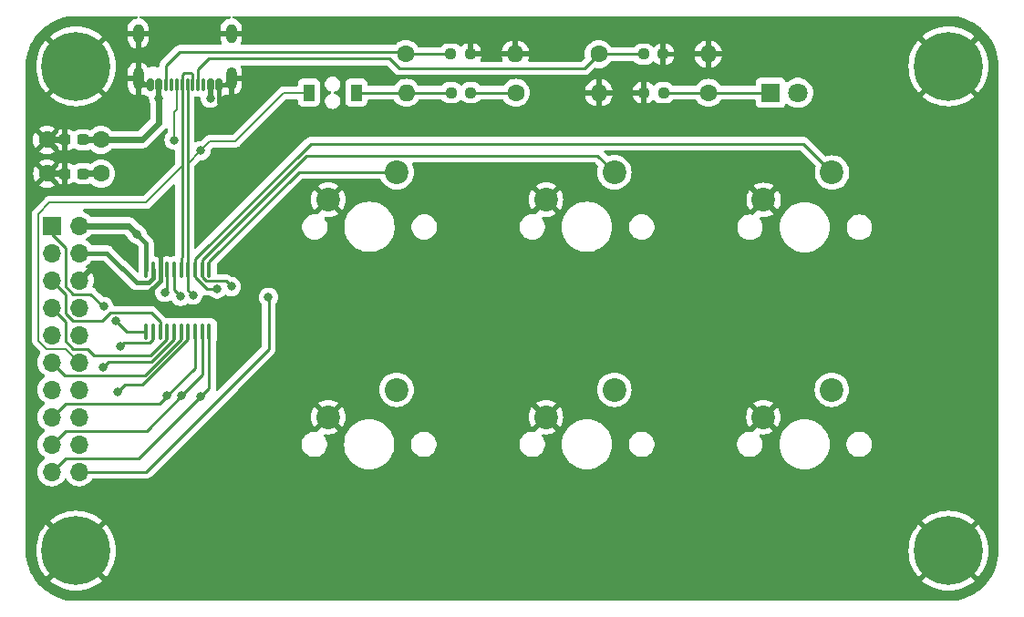
<source format=gbr>
%TF.GenerationSoftware,KiCad,Pcbnew,7.0.8*%
%TF.CreationDate,2024-02-24T16:57:54+09:00*%
%TF.ProjectId,ch552t_tinypad_board,63683535-3274-45f7-9469-6e797061645f,rev?*%
%TF.SameCoordinates,Original*%
%TF.FileFunction,Copper,L1,Top*%
%TF.FilePolarity,Positive*%
%FSLAX46Y46*%
G04 Gerber Fmt 4.6, Leading zero omitted, Abs format (unit mm)*
G04 Created by KiCad (PCBNEW 7.0.8) date 2024-02-24 16:57:54*
%MOMM*%
%LPD*%
G01*
G04 APERTURE LIST*
G04 Aperture macros list*
%AMRoundRect*
0 Rectangle with rounded corners*
0 $1 Rounding radius*
0 $2 $3 $4 $5 $6 $7 $8 $9 X,Y pos of 4 corners*
0 Add a 4 corners polygon primitive as box body*
4,1,4,$2,$3,$4,$5,$6,$7,$8,$9,$2,$3,0*
0 Add four circle primitives for the rounded corners*
1,1,$1+$1,$2,$3*
1,1,$1+$1,$4,$5*
1,1,$1+$1,$6,$7*
1,1,$1+$1,$8,$9*
0 Add four rect primitives between the rounded corners*
20,1,$1+$1,$2,$3,$4,$5,0*
20,1,$1+$1,$4,$5,$6,$7,0*
20,1,$1+$1,$6,$7,$8,$9,0*
20,1,$1+$1,$8,$9,$2,$3,0*%
G04 Aperture macros list end*
%TA.AperFunction,ComponentPad*%
%ADD10C,0.800000*%
%TD*%
%TA.AperFunction,ComponentPad*%
%ADD11C,6.400000*%
%TD*%
%TA.AperFunction,ComponentPad*%
%ADD12C,1.600000*%
%TD*%
%TA.AperFunction,SMDPad,CuDef*%
%ADD13RoundRect,0.237500X0.250000X0.237500X-0.250000X0.237500X-0.250000X-0.237500X0.250000X-0.237500X0*%
%TD*%
%TA.AperFunction,ComponentPad*%
%ADD14O,1.600000X1.600000*%
%TD*%
%TA.AperFunction,ComponentPad*%
%ADD15R,1.700000X1.700000*%
%TD*%
%TA.AperFunction,ComponentPad*%
%ADD16O,1.700000X1.700000*%
%TD*%
%TA.AperFunction,ComponentPad*%
%ADD17C,2.200000*%
%TD*%
%TA.AperFunction,SMDPad,CuDef*%
%ADD18RoundRect,0.100000X0.100000X-0.637500X0.100000X0.637500X-0.100000X0.637500X-0.100000X-0.637500X0*%
%TD*%
%TA.AperFunction,SMDPad,CuDef*%
%ADD19RoundRect,0.237500X-0.250000X-0.237500X0.250000X-0.237500X0.250000X0.237500X-0.250000X0.237500X0*%
%TD*%
%TA.AperFunction,SMDPad,CuDef*%
%ADD20RoundRect,0.150000X0.150000X0.425000X-0.150000X0.425000X-0.150000X-0.425000X0.150000X-0.425000X0*%
%TD*%
%TA.AperFunction,SMDPad,CuDef*%
%ADD21RoundRect,0.075000X0.075000X0.500000X-0.075000X0.500000X-0.075000X-0.500000X0.075000X-0.500000X0*%
%TD*%
%TA.AperFunction,ComponentPad*%
%ADD22O,1.000000X2.100000*%
%TD*%
%TA.AperFunction,ComponentPad*%
%ADD23O,1.000000X1.800000*%
%TD*%
%TA.AperFunction,SMDPad,CuDef*%
%ADD24RoundRect,0.237500X0.300000X0.237500X-0.300000X0.237500X-0.300000X-0.237500X0.300000X-0.237500X0*%
%TD*%
%TA.AperFunction,SMDPad,CuDef*%
%ADD25R,1.050000X1.600000*%
%TD*%
%TA.AperFunction,ComponentPad*%
%ADD26R,1.800000X1.800000*%
%TD*%
%TA.AperFunction,ComponentPad*%
%ADD27C,1.800000*%
%TD*%
%TA.AperFunction,ViaPad*%
%ADD28C,0.800000*%
%TD*%
%TA.AperFunction,Conductor*%
%ADD29C,0.600000*%
%TD*%
%TA.AperFunction,Conductor*%
%ADD30C,0.400000*%
%TD*%
%TA.AperFunction,Conductor*%
%ADD31C,0.500000*%
%TD*%
%TA.AperFunction,Conductor*%
%ADD32C,0.250000*%
%TD*%
%TA.AperFunction,Conductor*%
%ADD33C,0.200000*%
%TD*%
G04 APERTURE END LIST*
D10*
%TO.P,H3,1,1*%
%TO.N,GND*%
X41600000Y-81000000D03*
X42302944Y-79302944D03*
X42302944Y-82697056D03*
X44000000Y-78600000D03*
D11*
X44000000Y-81000000D03*
D10*
X44000000Y-83400000D03*
X45697056Y-79302944D03*
X45697056Y-82697056D03*
X46400000Y-81000000D03*
%TD*%
D12*
%TO.P,R1,1*%
%TO.N,Net-(D1-K)*%
X102708876Y-38461700D03*
D13*
X98542100Y-38455600D03*
%TO.P,R1,2*%
%TO.N,GND*%
X96717100Y-38455600D03*
D14*
X92548876Y-38461700D03*
%TD*%
D15*
%TO.P,J1,1,Pin_1*%
%TO.N,/P3.2*%
X41757600Y-50800000D03*
D16*
%TO.P,J1,2,Pin_2*%
%TO.N,/3V3*%
X44297600Y-50800000D03*
%TO.P,J1,3,Pin_3*%
%TO.N,/P1.4*%
X41757600Y-53340000D03*
%TO.P,J1,4,Pin_4*%
%TO.N,VCC*%
X44297600Y-53340000D03*
%TO.P,J1,5,Pin_5*%
%TO.N,/P1.5*%
X41757600Y-55880000D03*
%TO.P,J1,6,Pin_6*%
%TO.N,GND*%
X44297600Y-55880000D03*
%TO.P,J1,7,Pin_7*%
%TO.N,/P1.6*%
X41757600Y-58420000D03*
%TO.P,J1,8,Pin_8*%
%TO.N,/P1.2*%
X44297600Y-58420000D03*
%TO.P,J1,9,Pin_9*%
%TO.N,/P1.7*%
X41757600Y-60960000D03*
%TO.P,J1,10,Pin_10*%
%TO.N,/P1.3*%
X44297600Y-60960000D03*
%TO.P,J1,11,Pin_11*%
%TO.N,/reset*%
X41757600Y-63500000D03*
%TO.P,J1,12,Pin_12*%
%TO.N,/D-*%
X44297600Y-63500000D03*
%TO.P,J1,13,Pin_13*%
%TO.N,/P1.0*%
X41757600Y-66040000D03*
%TO.P,J1,14,Pin_14*%
%TO.N,/D+*%
X44297600Y-66040000D03*
%TO.P,J1,15,Pin_15*%
%TO.N,/P1.1*%
X41757600Y-68580000D03*
%TO.P,J1,16,Pin_16*%
%TO.N,/P3.5*%
X44297600Y-68580000D03*
%TO.P,J1,17,Pin_17*%
%TO.N,/P3.1*%
X41757600Y-71120000D03*
%TO.P,J1,18,Pin_18*%
%TO.N,/P3.4*%
X44297600Y-71120000D03*
%TO.P,J1,19,Pin_19*%
%TO.N,/P3.0*%
X41757600Y-73660000D03*
%TO.P,J1,20,Pin_20*%
%TO.N,/P3.3*%
X44297600Y-73660000D03*
%TD*%
D10*
%TO.P,H1,1,1*%
%TO.N,GND*%
X41600000Y-36000000D03*
X42302944Y-34302944D03*
X42302944Y-37697056D03*
X44000000Y-33600000D03*
D11*
X44000000Y-36000000D03*
D10*
X44000000Y-38400000D03*
X45697056Y-34302944D03*
X45697056Y-37697056D03*
X46400000Y-36000000D03*
%TD*%
D17*
%TO.P,SW6,1,1*%
%TO.N,/P1.1*%
X114180000Y-66040000D03*
%TO.P,SW6,2,2*%
%TO.N,GND*%
X107830000Y-68580000D03*
%TD*%
D18*
%TO.P,U1,1,P3.2/TXD1_/INT0/VBUS1/AIN3*%
%TO.N,/P3.2*%
X50516600Y-60622100D03*
%TO.P,U1,2,P1.4/T2_/CAP1_/SCS/TIN2/UCC1/AIN1*%
%TO.N,/P1.4*%
X51166600Y-60622100D03*
%TO.P,U1,3,P1.5/MOSI/PWM1/TIN3/UCC2/AIN2_*%
%TO.N,/P1.5*%
X51816600Y-60622100D03*
%TO.P,U1,4,P1.6/MISO/RXD1/TIN4_*%
%TO.N,/P1.6*%
X52466600Y-60622100D03*
%TO.P,U1,5,P1.7/SCK/TXD1/TIN5*%
%TO.N,/P1.7*%
X53116600Y-60622100D03*
%TO.P,U1,6,RST/T2EX_/CAP2__*%
%TO.N,/reset*%
X53766600Y-60622100D03*
%TO.P,U1,7,P1.0/T2/CAP1/TIN0*%
%TO.N,/P1.0*%
X54416600Y-60622100D03*
%TO.P,U1,8,P1.1/T2EX/CAP2/TIN1/VBUS2/AIN0*%
%TO.N,/P1.1*%
X55066600Y-60622100D03*
%TO.P,U1,9,P3.1/PWM2_/TXD_*%
%TO.N,/P3.1*%
X55716600Y-60622100D03*
%TO.P,U1,10,P3.0/PWM1_/RXD*%
%TO.N,/P3.0*%
X56366600Y-60622100D03*
%TO.P,U1,11,P3.3/INT1*%
%TO.N,/P3.3*%
X56366600Y-54897100D03*
%TO.P,U1,12,P3.4/PWM2/RXD1_/T0*%
%TO.N,/P3.4*%
X55716600Y-54897100D03*
%TO.P,U1,13,P3.5/T1*%
%TO.N,/P3.5*%
X55066600Y-54897100D03*
%TO.P,U1,14,P3.6/UDP*%
%TO.N,/D+*%
X54416600Y-54897100D03*
%TO.P,U1,15,P3.7/UDM*%
%TO.N,/D-*%
X53766600Y-54897100D03*
%TO.P,U1,16,P1.3/XO/TXD__*%
%TO.N,/P1.3*%
X53116600Y-54897100D03*
%TO.P,U1,17,P1.2/XI/RXD__*%
%TO.N,/P1.2*%
X52466600Y-54897100D03*
%TO.P,U1,18,GND/VSS*%
%TO.N,GND*%
X51816600Y-54897100D03*
%TO.P,U1,19,VCC/VDD*%
%TO.N,VCC*%
X51166600Y-54897100D03*
%TO.P,U1,20,3V3*%
%TO.N,/3V3*%
X50516600Y-54897100D03*
%TD*%
D12*
%TO.P,R3,1*%
%TO.N,Net-(J2-CC2)*%
X74627824Y-34842700D03*
D19*
X78794600Y-34848800D03*
%TO.P,R3,2*%
%TO.N,GND*%
X80619600Y-34848800D03*
D14*
X84787824Y-34842700D03*
%TD*%
D12*
%TO.P,R2,1*%
%TO.N,/3V3*%
X84831076Y-38455600D03*
D13*
X80664300Y-38449500D03*
%TO.P,R2,2*%
%TO.N,Net-(R2-Pad2)*%
X78839300Y-38449500D03*
D14*
X74671076Y-38455600D03*
%TD*%
D17*
%TO.P,SW4,1,1*%
%TO.N,/P3.0*%
X73761600Y-66040000D03*
%TO.P,SW4,2,2*%
%TO.N,GND*%
X67411600Y-68580000D03*
%TD*%
%TO.P,SW2,1,1*%
%TO.N,/P3.4*%
X93980000Y-45840000D03*
%TO.P,SW2,2,2*%
%TO.N,GND*%
X87630000Y-48380000D03*
%TD*%
D20*
%TO.P,J2,A1,GND*%
%TO.N,GND*%
X57294000Y-37716000D03*
%TO.P,J2,A4,VBUS*%
%TO.N,VCC*%
X56494000Y-37716000D03*
D21*
%TO.P,J2,A5,CC1*%
%TO.N,Net-(J2-CC1)*%
X55344000Y-37716000D03*
%TO.P,J2,A6,D+*%
%TO.N,/D+*%
X54344000Y-37716000D03*
%TO.P,J2,A7,D-*%
%TO.N,/D-*%
X53844000Y-37716000D03*
%TO.P,J2,A8,SBU1*%
%TO.N,unconnected-(J2-SBU1-PadA8)*%
X52844000Y-37716000D03*
D20*
%TO.P,J2,A9,VBUS*%
%TO.N,VCC*%
X51694000Y-37716000D03*
%TO.P,J2,A12,GND*%
%TO.N,GND*%
X50894000Y-37716000D03*
D21*
%TO.P,J2,B5,CC2*%
%TO.N,Net-(J2-CC2)*%
X52344000Y-37716000D03*
%TO.P,J2,B6,D+*%
%TO.N,/D+*%
X53344000Y-37716000D03*
%TO.P,J2,B7,D-*%
%TO.N,/D-*%
X54844000Y-37716000D03*
%TO.P,J2,B8,SBU2*%
%TO.N,unconnected-(J2-SBU2-PadB8)*%
X55844000Y-37716000D03*
D22*
%TO.P,J2,S1,SHIELD*%
%TO.N,GND*%
X58414000Y-37141000D03*
D23*
X58414000Y-32961000D03*
D22*
X49774000Y-37141000D03*
D23*
X49774000Y-32961000D03*
%TD*%
D12*
%TO.P,C1,1*%
%TO.N,VCC*%
X46309053Y-42824400D03*
D24*
X44666706Y-42834400D03*
%TO.P,C1,2*%
%TO.N,GND*%
X42941706Y-42834400D03*
D12*
X41309053Y-42824400D03*
%TD*%
%TO.P,R4,1*%
%TO.N,Net-(J2-CC1)*%
X92534824Y-34868100D03*
D19*
X96701600Y-34874200D03*
%TO.P,R4,2*%
%TO.N,GND*%
X98526600Y-34874200D03*
D14*
X102694824Y-34868100D03*
%TD*%
D10*
%TO.P,H2,1,1*%
%TO.N,GND*%
X122600000Y-36000000D03*
X123302944Y-34302944D03*
X123302944Y-37697056D03*
X125000000Y-33600000D03*
D11*
X125000000Y-36000000D03*
D10*
X125000000Y-38400000D03*
X126697056Y-34302944D03*
X126697056Y-37697056D03*
X127400000Y-36000000D03*
%TD*%
D17*
%TO.P,SW3,1,1*%
%TO.N,/P3.5*%
X114198400Y-45872400D03*
%TO.P,SW3,2,2*%
%TO.N,GND*%
X107848400Y-48412400D03*
%TD*%
%TO.P,SW5,1,1*%
%TO.N,/P3.1*%
X93980000Y-66040000D03*
%TO.P,SW5,2,2*%
%TO.N,GND*%
X87630000Y-68580000D03*
%TD*%
D10*
%TO.P,H4,1,1*%
%TO.N,GND*%
X122600000Y-81000000D03*
X123302944Y-79302944D03*
X123302944Y-82697056D03*
X125000000Y-78600000D03*
D11*
X125000000Y-81000000D03*
D10*
X125000000Y-83400000D03*
X126697056Y-79302944D03*
X126697056Y-82697056D03*
X127400000Y-81000000D03*
%TD*%
D12*
%TO.P,C2,1*%
%TO.N,/3V3*%
X46320947Y-45964000D03*
D24*
X44678600Y-45974000D03*
%TO.P,C2,2*%
%TO.N,GND*%
X42953600Y-45974000D03*
D12*
X41320947Y-45964000D03*
%TD*%
D17*
%TO.P,SW1,1,1*%
%TO.N,/P3.3*%
X73780000Y-45840000D03*
%TO.P,SW1,2,2*%
%TO.N,GND*%
X67430000Y-48380000D03*
%TD*%
D25*
%TO.P,SW7,1,1*%
%TO.N,/D+*%
X65622876Y-38455600D03*
%TO.P,SW7,2,2*%
%TO.N,Net-(R2-Pad2)*%
X70022876Y-38455600D03*
%TD*%
D26*
%TO.P,D1,1,K*%
%TO.N,Net-(D1-K)*%
X108498876Y-38455600D03*
D27*
%TO.P,D1,2,A*%
%TO.N,/P1.0*%
X111038876Y-38455600D03*
%TD*%
D28*
%TO.N,VCC*%
X56482200Y-38951000D03*
X51681600Y-38951000D03*
%TO.N,GND*%
X59690000Y-69215000D03*
X56515000Y-75565000D03*
X58724800Y-48209200D03*
X47294800Y-56388000D03*
X48260000Y-40335200D03*
X51866800Y-49530000D03*
X60198000Y-55372000D03*
X55727600Y-40487600D03*
X56337200Y-45161200D03*
X58674000Y-61214000D03*
X48260000Y-52705000D03*
X48895000Y-76835000D03*
X58107800Y-40133400D03*
X50139600Y-45161200D03*
%TO.N,/3V3*%
X49657000Y-51612800D03*
%TO.N,/P3.3*%
X61874400Y-57454800D03*
%TO.N,/P3.1*%
X53784500Y-66611500D03*
%TO.N,/P3.0*%
X55587900Y-66662300D03*
%TO.N,/P1.0*%
X47904400Y-66268600D03*
%TO.N,/P3.4*%
X58420000Y-56464200D03*
%TO.N,/P1.2*%
X52247800Y-56997600D03*
%TO.N,/P1.3*%
X53695600Y-57378600D03*
%TO.N,/D+*%
X54860627Y-57256825D03*
X53117100Y-42849800D03*
X55575200Y-43840400D03*
%TO.N,/P3.5*%
X57099200Y-56684100D03*
%TO.N,/P1.7*%
X46482000Y-63993100D03*
%TO.N,/P1.1*%
X52451000Y-66598800D03*
%TO.N,/P1.4*%
X48158400Y-61976000D03*
%TO.N,/P3.2*%
X47728481Y-59677900D03*
X46560000Y-58320000D03*
%TD*%
D29*
%TO.N,VCC*%
X46299053Y-42834400D02*
X46309053Y-42824400D01*
D30*
X49606200Y-56083200D02*
X46863000Y-53340000D01*
X50775108Y-56083200D02*
X49606200Y-56083200D01*
D29*
X51681600Y-41283400D02*
X50140600Y-42824400D01*
X44666706Y-42834400D02*
X46299053Y-42834400D01*
D31*
X56496600Y-37674800D02*
X56496600Y-39103000D01*
D29*
X50140600Y-42824400D02*
X46309053Y-42824400D01*
D30*
X51166600Y-54897100D02*
X51166600Y-55691708D01*
D31*
X51696600Y-37674800D02*
X51696600Y-39102400D01*
D30*
X51166600Y-55691708D02*
X50775108Y-56083200D01*
D29*
X51681600Y-41283400D02*
X51681600Y-38951000D01*
D30*
X46863000Y-53340000D02*
X44297600Y-53340000D01*
D31*
%TO.N,GND*%
X50896600Y-37674800D02*
X50351600Y-37674800D01*
D30*
X50429836Y-57277000D02*
X51816600Y-55890236D01*
X50429836Y-57277000D02*
X48183800Y-57277000D01*
D29*
X42943600Y-45964000D02*
X42953600Y-45974000D01*
D30*
X48183800Y-57277000D02*
X47294800Y-56388000D01*
X57296600Y-37674800D02*
X57841600Y-37674800D01*
D31*
X50351600Y-37674800D02*
X49776600Y-37099800D01*
D29*
X42921947Y-42824400D02*
X42931947Y-42814400D01*
X41289600Y-42824400D02*
X42921947Y-42824400D01*
X41320947Y-45964000D02*
X42943600Y-45964000D01*
D30*
X51816600Y-55890236D02*
X51816600Y-54897100D01*
X51866800Y-49530000D02*
X51866800Y-53036400D01*
X57296600Y-39322200D02*
X58107800Y-40133400D01*
X51866800Y-53036400D02*
X51816600Y-53086600D01*
X57841600Y-37674800D02*
X58416600Y-37099800D01*
X51816600Y-53086600D02*
X51816600Y-54897100D01*
X57296600Y-37674800D02*
X57296600Y-39322200D01*
D29*
%TO.N,/3V3*%
X44688600Y-45964000D02*
X44678600Y-45974000D01*
X49657000Y-51612800D02*
X48844200Y-50800000D01*
D30*
X49657000Y-51612800D02*
X50516600Y-52472400D01*
X50516600Y-52472400D02*
X50516600Y-54897100D01*
D32*
X44653200Y-45974000D02*
X46285500Y-45974000D01*
X46285500Y-45974000D02*
X46295500Y-45964000D01*
X80670400Y-38455600D02*
X80664300Y-38449500D01*
X84831076Y-38455600D02*
X80670400Y-38455600D01*
D29*
X46320947Y-45964000D02*
X44688600Y-45964000D01*
X48844200Y-50800000D02*
X44297600Y-50800000D01*
D32*
%TO.N,Net-(D1-K)*%
X108498876Y-38455600D02*
X102714976Y-38455600D01*
X98542076Y-38455600D02*
X102702776Y-38455600D01*
%TO.N,/P3.3*%
X50520600Y-73660000D02*
X44297600Y-73660000D01*
X61899800Y-62280800D02*
X50520600Y-73660000D01*
X64686200Y-45840000D02*
X73780000Y-45840000D01*
X56366600Y-54897100D02*
X56366600Y-55147400D01*
X56366600Y-54897100D02*
X56366600Y-54159600D01*
X61874400Y-57454800D02*
X61899800Y-57480200D01*
X61899800Y-57480200D02*
X61899800Y-62280800D01*
X56366600Y-54159600D02*
X64686200Y-45840000D01*
%TO.N,/P3.1*%
X53784500Y-66611500D02*
X50546000Y-69850000D01*
X50546000Y-69850000D02*
X43027600Y-69850000D01*
X55716600Y-64679400D02*
X55716600Y-60622100D01*
X43027600Y-69850000D02*
X41757600Y-71120000D01*
X53784500Y-66611500D02*
X55716600Y-64679400D01*
%TO.N,/P3.0*%
X55587900Y-66662300D02*
X56366600Y-65883600D01*
X49834800Y-72390000D02*
X43027600Y-72390000D01*
X55562500Y-66662300D02*
X49834800Y-72390000D01*
X56366600Y-65883600D02*
X56366600Y-60622100D01*
X55587900Y-66662300D02*
X55562500Y-66662300D01*
X43027600Y-72390000D02*
X41757600Y-73660000D01*
%TO.N,/P1.0*%
X50168000Y-65608200D02*
X54416600Y-61359600D01*
X47904400Y-66268600D02*
X48564800Y-65608200D01*
X54416600Y-61359600D02*
X54416600Y-60622100D01*
X48564800Y-65608200D02*
X50168000Y-65608200D01*
%TO.N,/P3.4*%
X55716600Y-54897100D02*
X55716600Y-54011400D01*
X55716600Y-54011400D02*
X65430400Y-44297600D01*
X65430400Y-44297600D02*
X92437600Y-44297600D01*
X55716600Y-54145996D02*
X55716600Y-54897100D01*
X55716600Y-55585642D02*
X55716600Y-54897100D01*
X58420000Y-56464200D02*
X57915400Y-55959600D01*
X92437600Y-44297600D02*
X93980000Y-45840000D01*
X57915400Y-55959600D02*
X56090558Y-55959600D01*
X56090558Y-55959600D02*
X55716600Y-55585642D01*
%TO.N,/P1.2*%
X52247800Y-56997600D02*
X52466600Y-56778800D01*
X52466600Y-56778800D02*
X52466600Y-54897100D01*
%TO.N,/P1.3*%
X53116600Y-56799600D02*
X53116600Y-54897100D01*
X44450000Y-60807600D02*
X44297600Y-60960000D01*
X53695600Y-57378600D02*
X53116600Y-56799600D01*
%TO.N,/D-*%
X53844000Y-36808600D02*
X54025800Y-36626800D01*
X54025800Y-36626800D02*
X54711600Y-36626800D01*
X54844000Y-36759200D02*
X54844000Y-37716000D01*
D33*
X41249600Y-62230000D02*
X40487600Y-61468000D01*
D32*
X53844000Y-38698029D02*
X53844000Y-37716000D01*
X54711600Y-36626800D02*
X54844000Y-36759200D01*
X53841600Y-38700429D02*
X53844000Y-38698029D01*
D33*
X44297600Y-63500000D02*
X43027600Y-62230000D01*
X40487600Y-49733200D02*
X41554400Y-48666400D01*
X40487600Y-61468000D02*
X40487600Y-49733200D01*
D32*
X53841600Y-45288200D02*
X53841600Y-38700429D01*
D33*
X50463400Y-48666400D02*
X53841600Y-45288200D01*
D32*
X53766600Y-54897100D02*
X53766600Y-53790849D01*
D33*
X43027600Y-62230000D02*
X41249600Y-62230000D01*
D32*
X53766600Y-53790849D02*
X53841600Y-53715849D01*
X53841600Y-53715849D02*
X53841600Y-45288200D01*
D33*
X41554400Y-48666400D02*
X50463400Y-48666400D01*
D32*
X53844000Y-37716000D02*
X53844000Y-36808600D01*
%TO.N,/D+*%
X54416600Y-56812798D02*
X54416600Y-54897100D01*
D33*
X55575200Y-43826000D02*
X55575200Y-43840400D01*
D32*
X65613076Y-38455600D02*
X65435276Y-38633400D01*
X54344000Y-38698029D02*
X54344000Y-37716000D01*
D33*
X53117100Y-42849800D02*
X53117100Y-40253300D01*
X55560800Y-43840400D02*
X54341600Y-45059600D01*
X58743200Y-42976800D02*
X56424400Y-42976800D01*
X55575200Y-43840400D02*
X55560800Y-43840400D01*
D32*
X54860627Y-57256825D02*
X54416600Y-56812798D01*
D33*
X63264400Y-38455600D02*
X58743200Y-42976800D01*
D32*
X54341600Y-38700429D02*
X54344000Y-38698029D01*
X54341600Y-53715849D02*
X54341600Y-45059600D01*
D33*
X53344000Y-40026400D02*
X53344000Y-37716000D01*
D32*
X54416600Y-54897100D02*
X54416600Y-53790849D01*
X54341600Y-45059600D02*
X54341600Y-38700429D01*
D33*
X53117100Y-40253300D02*
X53344000Y-40026400D01*
X56424400Y-42976800D02*
X55575200Y-43826000D01*
D32*
X54416600Y-53790849D02*
X54341600Y-53715849D01*
D33*
X65622876Y-38455600D02*
X63264400Y-38455600D01*
D32*
%TO.N,/P3.5*%
X111506000Y-43180000D02*
X65786000Y-43180000D01*
X114198400Y-45872400D02*
X111506000Y-43180000D01*
X55066600Y-54897100D02*
X55066600Y-54159600D01*
X57099200Y-56684100D02*
X56165058Y-56684100D01*
X56165058Y-56684100D02*
X55066600Y-55585642D01*
X55066600Y-53899400D02*
X55066600Y-54897100D01*
X55066600Y-55585642D02*
X55066600Y-54897100D01*
X65786000Y-43180000D02*
X55066600Y-53899400D01*
%TO.N,/P1.5*%
X43053000Y-57175400D02*
X41757600Y-55880000D01*
X46415400Y-59664600D02*
X43738800Y-59664600D01*
X43738800Y-59664600D02*
X43053000Y-58978800D01*
X43053000Y-58978800D02*
X43053000Y-57175400D01*
X50953100Y-58890000D02*
X47190000Y-58890000D01*
X47190000Y-58890000D02*
X46415400Y-59664600D01*
X51816600Y-60622100D02*
X51816600Y-59753500D01*
X51816600Y-59753500D02*
X50953100Y-58890000D01*
%TO.N,/P1.6*%
X45669200Y-62865000D02*
X50933900Y-62865000D01*
X43027600Y-61518800D02*
X43738800Y-62230000D01*
X50933900Y-62865000D02*
X52466600Y-61332300D01*
X41757600Y-58420000D02*
X43027600Y-59690000D01*
X52466600Y-61332300D02*
X52466600Y-60622100D01*
X43738800Y-62230000D02*
X45034200Y-62230000D01*
X43027600Y-59690000D02*
X43027600Y-61518800D01*
X45034200Y-62230000D02*
X45669200Y-62865000D01*
%TO.N,/P1.7*%
X51009400Y-63449200D02*
X53116600Y-61342000D01*
X53116600Y-61342000D02*
X53116600Y-60622100D01*
X46482000Y-63993100D02*
X47025900Y-63449200D01*
X47025900Y-63449200D02*
X51009400Y-63449200D01*
%TO.N,/P1.1*%
X55066600Y-64008600D02*
X55066600Y-60622100D01*
X52451000Y-66598800D02*
X52451000Y-66649600D01*
X43027600Y-67310000D02*
X41757600Y-68580000D01*
X51790600Y-67310000D02*
X43027600Y-67310000D01*
X52451000Y-66649600D02*
X51790600Y-67310000D01*
X52451000Y-66598800D02*
X52476400Y-66598800D01*
X52476400Y-66598800D02*
X55066600Y-64008600D01*
%TO.N,/P1.4*%
X50809800Y-61686900D02*
X51166600Y-61330100D01*
X51166600Y-61330100D02*
X51166600Y-60622100D01*
X48447500Y-61686900D02*
X50809800Y-61686900D01*
X48158400Y-61976000D02*
X48447500Y-61686900D01*
%TO.N,/P3.2*%
X46560000Y-58320000D02*
X46530000Y-58320000D01*
X41757600Y-51562000D02*
X41757600Y-50800000D01*
X47728481Y-59677900D02*
X48672681Y-60622100D01*
X43053000Y-56464200D02*
X43053000Y-52857400D01*
X43738800Y-57150000D02*
X43053000Y-56464200D01*
X46530000Y-58320000D02*
X45360000Y-57150000D01*
X43053000Y-52857400D02*
X41757600Y-51562000D01*
X45360000Y-57150000D02*
X43738800Y-57150000D01*
X48672681Y-60622100D02*
X50516600Y-60622100D01*
%TO.N,/reset*%
X42975200Y-64717600D02*
X41757600Y-63500000D01*
X50399600Y-64717600D02*
X42975200Y-64717600D01*
X53766600Y-61350600D02*
X50399600Y-64717600D01*
X53766600Y-60622100D02*
X53766600Y-61350600D01*
%TO.N,Net-(J2-CC1)*%
X91202924Y-36200000D02*
X92534824Y-34868100D01*
X55346600Y-37674800D02*
X55346600Y-36265200D01*
X74030000Y-36200000D02*
X91202924Y-36200000D01*
X92540924Y-34874200D02*
X92534824Y-34868100D01*
X55346600Y-36265200D02*
X56331800Y-35280000D01*
X96701600Y-34874200D02*
X92540924Y-34874200D01*
X56331800Y-35280000D02*
X73110000Y-35280000D01*
X73110000Y-35280000D02*
X74030000Y-36200000D01*
%TO.N,Net-(J2-CC2)*%
X52349000Y-35941400D02*
X53640400Y-34650000D01*
X74435124Y-34650000D02*
X74627824Y-34842700D01*
X78794600Y-34848800D02*
X74633924Y-34848800D01*
X53640400Y-34650000D02*
X74435124Y-34650000D01*
X74633924Y-34848800D02*
X74627824Y-34842700D01*
X52349000Y-37631000D02*
X52349000Y-35941400D01*
%TO.N,Net-(R2-Pad2)*%
X74677176Y-38449500D02*
X74671076Y-38455600D01*
X78839300Y-38449500D02*
X74677176Y-38449500D01*
X74671076Y-38455600D02*
X70013076Y-38455600D01*
%TD*%
%TA.AperFunction,Conductor*%
%TO.N,GND*%
G36*
X45856420Y-82502867D02*
G01*
X45794601Y-82461561D01*
X45721680Y-82447056D01*
X45672432Y-82447056D01*
X45599511Y-82461561D01*
X45516816Y-82516816D01*
X45461561Y-82599511D01*
X45442158Y-82697056D01*
X45461561Y-82794601D01*
X45502867Y-82856420D01*
X44944180Y-82297733D01*
X45134870Y-82134870D01*
X45297733Y-81944180D01*
X45856420Y-82502867D01*
G37*
%TD.AperFunction*%
%TA.AperFunction,Conductor*%
G36*
X42865130Y-82134870D02*
G01*
X43055819Y-82297733D01*
X42497135Y-82856416D01*
X42538439Y-82794601D01*
X42557842Y-82697056D01*
X42538439Y-82599511D01*
X42483184Y-82516816D01*
X42400489Y-82461561D01*
X42327568Y-82447056D01*
X42278320Y-82447056D01*
X42205399Y-82461561D01*
X42143577Y-82502868D01*
X42702266Y-81944180D01*
X42865130Y-82134870D01*
G37*
%TD.AperFunction*%
%TA.AperFunction,Conductor*%
G36*
X43055819Y-79702266D02*
G01*
X42865130Y-79865130D01*
X42702266Y-80055818D01*
X42143582Y-79497134D01*
X42205399Y-79538439D01*
X42278320Y-79552944D01*
X42327568Y-79552944D01*
X42400489Y-79538439D01*
X42483184Y-79483184D01*
X42538439Y-79400489D01*
X42557842Y-79302944D01*
X42538439Y-79205399D01*
X42497133Y-79143581D01*
X43055819Y-79702266D01*
G37*
%TD.AperFunction*%
%TA.AperFunction,Conductor*%
G36*
X45461561Y-79205399D02*
G01*
X45442158Y-79302944D01*
X45461561Y-79400489D01*
X45516816Y-79483184D01*
X45599511Y-79538439D01*
X45672432Y-79552944D01*
X45721680Y-79552944D01*
X45794601Y-79538439D01*
X45856415Y-79497135D01*
X45297732Y-80055818D01*
X45134870Y-79865130D01*
X44944180Y-79702266D01*
X45502867Y-79143578D01*
X45461561Y-79205399D01*
G37*
%TD.AperFunction*%
%TA.AperFunction,Conductor*%
G36*
X126856420Y-82502867D02*
G01*
X126794601Y-82461561D01*
X126721680Y-82447056D01*
X126672432Y-82447056D01*
X126599511Y-82461561D01*
X126516816Y-82516816D01*
X126461561Y-82599511D01*
X126442158Y-82697056D01*
X126461561Y-82794601D01*
X126502867Y-82856420D01*
X125944180Y-82297733D01*
X126134870Y-82134870D01*
X126297733Y-81944180D01*
X126856420Y-82502867D01*
G37*
%TD.AperFunction*%
%TA.AperFunction,Conductor*%
G36*
X123865130Y-82134870D02*
G01*
X124055819Y-82297733D01*
X123497135Y-82856416D01*
X123538439Y-82794601D01*
X123557842Y-82697056D01*
X123538439Y-82599511D01*
X123483184Y-82516816D01*
X123400489Y-82461561D01*
X123327568Y-82447056D01*
X123278320Y-82447056D01*
X123205399Y-82461561D01*
X123143577Y-82502868D01*
X123702266Y-81944180D01*
X123865130Y-82134870D01*
G37*
%TD.AperFunction*%
%TA.AperFunction,Conductor*%
G36*
X124055819Y-79702266D02*
G01*
X123865130Y-79865130D01*
X123702266Y-80055818D01*
X123143582Y-79497134D01*
X123205399Y-79538439D01*
X123278320Y-79552944D01*
X123327568Y-79552944D01*
X123400489Y-79538439D01*
X123483184Y-79483184D01*
X123538439Y-79400489D01*
X123557842Y-79302944D01*
X123538439Y-79205399D01*
X123497133Y-79143581D01*
X124055819Y-79702266D01*
G37*
%TD.AperFunction*%
%TA.AperFunction,Conductor*%
G36*
X126461561Y-79205399D02*
G01*
X126442158Y-79302944D01*
X126461561Y-79400489D01*
X126516816Y-79483184D01*
X126599511Y-79538439D01*
X126672432Y-79552944D01*
X126721680Y-79552944D01*
X126794601Y-79538439D01*
X126856415Y-79497135D01*
X126297732Y-80055818D01*
X126134870Y-79865130D01*
X125944180Y-79702266D01*
X126502867Y-79143578D01*
X126461561Y-79205399D01*
G37*
%TD.AperFunction*%
%TA.AperFunction,Conductor*%
G36*
X45856420Y-37502867D02*
G01*
X45794601Y-37461561D01*
X45721680Y-37447056D01*
X45672432Y-37447056D01*
X45599511Y-37461561D01*
X45516816Y-37516816D01*
X45461561Y-37599511D01*
X45442158Y-37697056D01*
X45461561Y-37794601D01*
X45502867Y-37856420D01*
X44944180Y-37297733D01*
X45134870Y-37134870D01*
X45297733Y-36944180D01*
X45856420Y-37502867D01*
G37*
%TD.AperFunction*%
%TA.AperFunction,Conductor*%
G36*
X42865130Y-37134870D02*
G01*
X43055819Y-37297733D01*
X42497135Y-37856416D01*
X42538439Y-37794601D01*
X42557842Y-37697056D01*
X42538439Y-37599511D01*
X42483184Y-37516816D01*
X42400489Y-37461561D01*
X42327568Y-37447056D01*
X42278320Y-37447056D01*
X42205399Y-37461561D01*
X42143577Y-37502868D01*
X42702266Y-36944180D01*
X42865130Y-37134870D01*
G37*
%TD.AperFunction*%
%TA.AperFunction,Conductor*%
G36*
X43055819Y-34702266D02*
G01*
X42865130Y-34865130D01*
X42702266Y-35055818D01*
X42143582Y-34497134D01*
X42205399Y-34538439D01*
X42278320Y-34552944D01*
X42327568Y-34552944D01*
X42400489Y-34538439D01*
X42483184Y-34483184D01*
X42538439Y-34400489D01*
X42557842Y-34302944D01*
X42538439Y-34205399D01*
X42497133Y-34143581D01*
X43055819Y-34702266D01*
G37*
%TD.AperFunction*%
%TA.AperFunction,Conductor*%
G36*
X45461561Y-34205399D02*
G01*
X45442158Y-34302944D01*
X45461561Y-34400489D01*
X45516816Y-34483184D01*
X45599511Y-34538439D01*
X45672432Y-34552944D01*
X45721680Y-34552944D01*
X45794601Y-34538439D01*
X45856415Y-34497135D01*
X45297732Y-35055818D01*
X45134870Y-34865130D01*
X44944180Y-34702266D01*
X45502867Y-34143578D01*
X45461561Y-34205399D01*
G37*
%TD.AperFunction*%
%TA.AperFunction,Conductor*%
G36*
X126856420Y-37502867D02*
G01*
X126794601Y-37461561D01*
X126721680Y-37447056D01*
X126672432Y-37447056D01*
X126599511Y-37461561D01*
X126516816Y-37516816D01*
X126461561Y-37599511D01*
X126442158Y-37697056D01*
X126461561Y-37794601D01*
X126502867Y-37856420D01*
X125944180Y-37297733D01*
X126134870Y-37134870D01*
X126297733Y-36944180D01*
X126856420Y-37502867D01*
G37*
%TD.AperFunction*%
%TA.AperFunction,Conductor*%
G36*
X123865130Y-37134870D02*
G01*
X124055819Y-37297733D01*
X123497135Y-37856416D01*
X123538439Y-37794601D01*
X123557842Y-37697056D01*
X123538439Y-37599511D01*
X123483184Y-37516816D01*
X123400489Y-37461561D01*
X123327568Y-37447056D01*
X123278320Y-37447056D01*
X123205399Y-37461561D01*
X123143577Y-37502868D01*
X123702266Y-36944180D01*
X123865130Y-37134870D01*
G37*
%TD.AperFunction*%
%TA.AperFunction,Conductor*%
G36*
X124055819Y-34702266D02*
G01*
X123865130Y-34865130D01*
X123702266Y-35055818D01*
X123143582Y-34497134D01*
X123205399Y-34538439D01*
X123278320Y-34552944D01*
X123327568Y-34552944D01*
X123400489Y-34538439D01*
X123483184Y-34483184D01*
X123538439Y-34400489D01*
X123557842Y-34302944D01*
X123538439Y-34205399D01*
X123497133Y-34143581D01*
X124055819Y-34702266D01*
G37*
%TD.AperFunction*%
%TA.AperFunction,Conductor*%
G36*
X126461561Y-34205399D02*
G01*
X126442158Y-34302944D01*
X126461561Y-34400489D01*
X126516816Y-34483184D01*
X126599511Y-34538439D01*
X126672432Y-34552944D01*
X126721680Y-34552944D01*
X126794601Y-34538439D01*
X126856415Y-34497135D01*
X126297732Y-35055818D01*
X126134870Y-34865130D01*
X125944180Y-34702266D01*
X126502867Y-34143578D01*
X126461561Y-34205399D01*
G37*
%TD.AperFunction*%
%TA.AperFunction,Conductor*%
G36*
X49641212Y-31350185D02*
G01*
X49686967Y-31402989D01*
X49696911Y-31472147D01*
X49667886Y-31535703D01*
X49609108Y-31573477D01*
X49592950Y-31577070D01*
X49522060Y-31587929D01*
X49331334Y-31658565D01*
X49158732Y-31766149D01*
X49011331Y-31906264D01*
X49011330Y-31906266D01*
X48895143Y-32073195D01*
X48814940Y-32260092D01*
X48774000Y-32459309D01*
X48774000Y-32711000D01*
X49474000Y-32711000D01*
X49474000Y-33211000D01*
X48774000Y-33211000D01*
X48774000Y-33411713D01*
X48789418Y-33563338D01*
X48850299Y-33757381D01*
X48850304Y-33757391D01*
X48949005Y-33935215D01*
X48949005Y-33935216D01*
X49081478Y-34089530D01*
X49081479Y-34089531D01*
X49242304Y-34214018D01*
X49424907Y-34303589D01*
X49524000Y-34329244D01*
X49524000Y-33527110D01*
X49548457Y-33566610D01*
X49637962Y-33634201D01*
X49745840Y-33664895D01*
X49857521Y-33654546D01*
X49957922Y-33604552D01*
X50024000Y-33532069D01*
X50024000Y-34334365D01*
X50025944Y-34334069D01*
X50025945Y-34334069D01*
X50216660Y-34263436D01*
X50216664Y-34263434D01*
X50389267Y-34155850D01*
X50536668Y-34015735D01*
X50536669Y-34015733D01*
X50652856Y-33848804D01*
X50733059Y-33661907D01*
X50774000Y-33462690D01*
X50774000Y-33211000D01*
X50074000Y-33211000D01*
X50074000Y-32711000D01*
X50774000Y-32711000D01*
X50774000Y-32510286D01*
X50758581Y-32358661D01*
X50697700Y-32164618D01*
X50697695Y-32164608D01*
X50598994Y-31986784D01*
X50598994Y-31986783D01*
X50466521Y-31832469D01*
X50466520Y-31832468D01*
X50305695Y-31707981D01*
X50123092Y-31618410D01*
X50123093Y-31618410D01*
X49953660Y-31574541D01*
X49893694Y-31538681D01*
X49862636Y-31476094D01*
X49870345Y-31406651D01*
X49914374Y-31352400D01*
X49980744Y-31330564D01*
X49984741Y-31330500D01*
X58214173Y-31330500D01*
X58281212Y-31350185D01*
X58326967Y-31402989D01*
X58336911Y-31472147D01*
X58307886Y-31535703D01*
X58249108Y-31573477D01*
X58232950Y-31577070D01*
X58162060Y-31587929D01*
X57971334Y-31658565D01*
X57798732Y-31766149D01*
X57651331Y-31906264D01*
X57651330Y-31906266D01*
X57535143Y-32073195D01*
X57454940Y-32260092D01*
X57414000Y-32459309D01*
X57414000Y-32711000D01*
X58114000Y-32711000D01*
X58114000Y-33211000D01*
X57414000Y-33211000D01*
X57414000Y-33411713D01*
X57429418Y-33563338D01*
X57490299Y-33757381D01*
X57490304Y-33757391D01*
X57536335Y-33840322D01*
X57551658Y-33908490D01*
X57527695Y-33974122D01*
X57472052Y-34016379D01*
X57427916Y-34024500D01*
X53723137Y-34024500D01*
X53707520Y-34022776D01*
X53707493Y-34023062D01*
X53699731Y-34022327D01*
X53630603Y-34024500D01*
X53601050Y-34024500D01*
X53600329Y-34024590D01*
X53594157Y-34025369D01*
X53588345Y-34025826D01*
X53541772Y-34027290D01*
X53541769Y-34027291D01*
X53522526Y-34032881D01*
X53503483Y-34036825D01*
X53483604Y-34039336D01*
X53483603Y-34039337D01*
X53440278Y-34056490D01*
X53434752Y-34058382D01*
X53390008Y-34071383D01*
X53390004Y-34071385D01*
X53372765Y-34081580D01*
X53355298Y-34090137D01*
X53336669Y-34097512D01*
X53336667Y-34097513D01*
X53298964Y-34124906D01*
X53294082Y-34128112D01*
X53253980Y-34151828D01*
X53239808Y-34166000D01*
X53225023Y-34178628D01*
X53208812Y-34190407D01*
X53179109Y-34226310D01*
X53175177Y-34230631D01*
X51965208Y-35440599D01*
X51952951Y-35450420D01*
X51953134Y-35450641D01*
X51947123Y-35455613D01*
X51899772Y-35506036D01*
X51878889Y-35526919D01*
X51878877Y-35526932D01*
X51874621Y-35532417D01*
X51870837Y-35536847D01*
X51838937Y-35570818D01*
X51838936Y-35570820D01*
X51829284Y-35588376D01*
X51818610Y-35604626D01*
X51806329Y-35620461D01*
X51806324Y-35620468D01*
X51787815Y-35663238D01*
X51785245Y-35668484D01*
X51762803Y-35709306D01*
X51757822Y-35728707D01*
X51751521Y-35747110D01*
X51743562Y-35765502D01*
X51743561Y-35765505D01*
X51736271Y-35811527D01*
X51735087Y-35817246D01*
X51723501Y-35862372D01*
X51723500Y-35862382D01*
X51723500Y-35882416D01*
X51721973Y-35901815D01*
X51718840Y-35921594D01*
X51718839Y-35921597D01*
X51722167Y-35956801D01*
X51708877Y-36025395D01*
X51660613Y-36075915D01*
X51592697Y-36092322D01*
X51538980Y-36077130D01*
X51447227Y-36026688D01*
X51447217Y-36026685D01*
X51286812Y-35985500D01*
X51286809Y-35985500D01*
X51162758Y-35985500D01*
X51162748Y-35985500D01*
X51039688Y-36001047D01*
X51039686Y-36001047D01*
X50885702Y-36062014D01*
X50885698Y-36062016D01*
X50812602Y-36115124D01*
X50746795Y-36138603D01*
X50678741Y-36122777D01*
X50631298Y-36074983D01*
X50598994Y-36016784D01*
X50598994Y-36016783D01*
X50466521Y-35862469D01*
X50466520Y-35862468D01*
X50305695Y-35737981D01*
X50123093Y-35648411D01*
X50024000Y-35622753D01*
X50024000Y-36424889D01*
X49999543Y-36385390D01*
X49910038Y-36317799D01*
X49802160Y-36287105D01*
X49690479Y-36297454D01*
X49590078Y-36347448D01*
X49524000Y-36419930D01*
X49524000Y-35617633D01*
X49522053Y-35617931D01*
X49522047Y-35617933D01*
X49331342Y-35688562D01*
X49331335Y-35688565D01*
X49158732Y-35796149D01*
X49011331Y-35936264D01*
X49011330Y-35936266D01*
X48895143Y-36103195D01*
X48814940Y-36290092D01*
X48774000Y-36489309D01*
X48774000Y-36891000D01*
X49474000Y-36891000D01*
X49474000Y-37391000D01*
X48774000Y-37391000D01*
X48774000Y-37741713D01*
X48789418Y-37893338D01*
X48850299Y-38087381D01*
X48850304Y-38087391D01*
X48949005Y-38265215D01*
X48949005Y-38265216D01*
X49081478Y-38419530D01*
X49081479Y-38419531D01*
X49242304Y-38544018D01*
X49424907Y-38633589D01*
X49524000Y-38659244D01*
X49524000Y-37857110D01*
X49548457Y-37896610D01*
X49637962Y-37964201D01*
X49745840Y-37994895D01*
X49857521Y-37984546D01*
X49957922Y-37934552D01*
X50024000Y-37862069D01*
X50024000Y-38664365D01*
X50025944Y-38664069D01*
X50025945Y-38664069D01*
X50186295Y-38604682D01*
X50255998Y-38599858D01*
X50317042Y-38633282D01*
X50342438Y-38658678D01*
X50342447Y-38658685D01*
X50483803Y-38742282D01*
X50483806Y-38742283D01*
X50641504Y-38788099D01*
X50641510Y-38788100D01*
X50665118Y-38789958D01*
X50730407Y-38814841D01*
X50771878Y-38871072D01*
X50778711Y-38926536D01*
X50776140Y-38951000D01*
X50795926Y-39139256D01*
X50795927Y-39139259D01*
X50854418Y-39319277D01*
X50854419Y-39319279D01*
X50854421Y-39319284D01*
X50864487Y-39336720D01*
X50881100Y-39398718D01*
X50881100Y-40900460D01*
X50861415Y-40967499D01*
X50844781Y-40988141D01*
X49845341Y-41987581D01*
X49784018Y-42021066D01*
X49757660Y-42023900D01*
X47399102Y-42023900D01*
X47332063Y-42004215D01*
X47311421Y-41987581D01*
X47148194Y-41824354D01*
X46961787Y-41693832D01*
X46961785Y-41693831D01*
X46755550Y-41597661D01*
X46755541Y-41597658D01*
X46535750Y-41538766D01*
X46535746Y-41538765D01*
X46535745Y-41538765D01*
X46535744Y-41538764D01*
X46535739Y-41538764D01*
X46309055Y-41518932D01*
X46309051Y-41518932D01*
X46082366Y-41538764D01*
X46082355Y-41538766D01*
X45862564Y-41597658D01*
X45862555Y-41597661D01*
X45656320Y-41693831D01*
X45656318Y-41693832D01*
X45469911Y-41824354D01*
X45402441Y-41891823D01*
X45341117Y-41925308D01*
X45275757Y-41921847D01*
X45116959Y-41869226D01*
X45116957Y-41869225D01*
X45015884Y-41858900D01*
X44317536Y-41858900D01*
X44317518Y-41858901D01*
X44216453Y-41869225D01*
X44052690Y-41923492D01*
X44052687Y-41923493D01*
X43905854Y-42014061D01*
X43891531Y-42028384D01*
X43830207Y-42061868D01*
X43760515Y-42056882D01*
X43716171Y-42028382D01*
X43702244Y-42014455D01*
X43702240Y-42014452D01*
X43555517Y-41923951D01*
X43555506Y-41923946D01*
X43391858Y-41869719D01*
X43290860Y-41859400D01*
X43191706Y-41859400D01*
X43191706Y-43809399D01*
X43290846Y-43809399D01*
X43290860Y-43809398D01*
X43391858Y-43799080D01*
X43555506Y-43744853D01*
X43555517Y-43744848D01*
X43702241Y-43654347D01*
X43716166Y-43640421D01*
X43777488Y-43606933D01*
X43847179Y-43611914D01*
X43891533Y-43640417D01*
X43905856Y-43654740D01*
X44052690Y-43745308D01*
X44216453Y-43799574D01*
X44317529Y-43809900D01*
X45015882Y-43809899D01*
X45015890Y-43809898D01*
X45015893Y-43809898D01*
X45071236Y-43804244D01*
X45116959Y-43799574D01*
X45280722Y-43745308D01*
X45280722Y-43745307D01*
X45287578Y-43743036D01*
X45288328Y-43745301D01*
X45346129Y-43736506D01*
X45409921Y-43765009D01*
X45417172Y-43771705D01*
X45469912Y-43824446D01*
X45494724Y-43841819D01*
X45656319Y-43954968D01*
X45862557Y-44051139D01*
X46082361Y-44110035D01*
X46244283Y-44124201D01*
X46309051Y-44129868D01*
X46309053Y-44129868D01*
X46309055Y-44129868D01*
X46365726Y-44124909D01*
X46535745Y-44110035D01*
X46755549Y-44051139D01*
X46961787Y-43954968D01*
X47148192Y-43824447D01*
X47229603Y-43743036D01*
X47311421Y-43661219D01*
X47372744Y-43627734D01*
X47399102Y-43624900D01*
X50230794Y-43624900D01*
X50271505Y-43615608D01*
X50278360Y-43614443D01*
X50319855Y-43609768D01*
X50359280Y-43595971D01*
X50365921Y-43594058D01*
X50406661Y-43584760D01*
X50444293Y-43566636D01*
X50450705Y-43563980D01*
X50490122Y-43550189D01*
X50525489Y-43527965D01*
X50531561Y-43524609D01*
X50569187Y-43506491D01*
X50601836Y-43480452D01*
X50607495Y-43476437D01*
X50642862Y-43454216D01*
X50770416Y-43326662D01*
X52279426Y-41817652D01*
X52304919Y-41792159D01*
X52366242Y-41758674D01*
X52435934Y-41763658D01*
X52491867Y-41805530D01*
X52516284Y-41870994D01*
X52516600Y-41879840D01*
X52516600Y-42123347D01*
X52496915Y-42190386D01*
X52484750Y-42206319D01*
X52384566Y-42317585D01*
X52289921Y-42481515D01*
X52289918Y-42481522D01*
X52233584Y-42654902D01*
X52231426Y-42661544D01*
X52211640Y-42849800D01*
X52231426Y-43038056D01*
X52231427Y-43038059D01*
X52289918Y-43218077D01*
X52289921Y-43218084D01*
X52384567Y-43382016D01*
X52469578Y-43476430D01*
X52511229Y-43522688D01*
X52664365Y-43633948D01*
X52664370Y-43633951D01*
X52837292Y-43710942D01*
X52837297Y-43710944D01*
X53022454Y-43750300D01*
X53022455Y-43750300D01*
X53092100Y-43750300D01*
X53159139Y-43769985D01*
X53204894Y-43822789D01*
X53216100Y-43874300D01*
X53216100Y-45013103D01*
X53196415Y-45080142D01*
X53179781Y-45100784D01*
X50250984Y-48029581D01*
X50189661Y-48063066D01*
X50163303Y-48065900D01*
X41597828Y-48065900D01*
X41589729Y-48065369D01*
X41554400Y-48060718D01*
X41515039Y-48065900D01*
X41397639Y-48081355D01*
X41397637Y-48081356D01*
X41251560Y-48141863D01*
X41126114Y-48238121D01*
X41104424Y-48266390D01*
X41099071Y-48272494D01*
X40093696Y-49277868D01*
X40087593Y-49283220D01*
X40059319Y-49304916D01*
X40035150Y-49336415D01*
X39963061Y-49430362D01*
X39963061Y-49430363D01*
X39902557Y-49576434D01*
X39902555Y-49576439D01*
X39884173Y-49716068D01*
X39881918Y-49733200D01*
X39885644Y-49761505D01*
X39886569Y-49768526D01*
X39887100Y-49776628D01*
X39887100Y-61424571D01*
X39886569Y-61432669D01*
X39881918Y-61468000D01*
X39895885Y-61574092D01*
X39902556Y-61624762D01*
X39963064Y-61770841D01*
X40059318Y-61896282D01*
X40087595Y-61917980D01*
X40093685Y-61923320D01*
X40390055Y-62219690D01*
X40678420Y-62508055D01*
X40711905Y-62569378D01*
X40706921Y-62639070D01*
X40692314Y-62666859D01*
X40583565Y-62822169D01*
X40583564Y-62822171D01*
X40483698Y-63036335D01*
X40483694Y-63036344D01*
X40422538Y-63264586D01*
X40422536Y-63264596D01*
X40401941Y-63499999D01*
X40401941Y-63500000D01*
X40422536Y-63735403D01*
X40422538Y-63735413D01*
X40483694Y-63963655D01*
X40483696Y-63963659D01*
X40483697Y-63963663D01*
X40583565Y-64177830D01*
X40583567Y-64177834D01*
X40719101Y-64371395D01*
X40719106Y-64371402D01*
X40886197Y-64538493D01*
X40886203Y-64538498D01*
X41071758Y-64668425D01*
X41115383Y-64723002D01*
X41122577Y-64792500D01*
X41091054Y-64854855D01*
X41071758Y-64871575D01*
X40886197Y-65001505D01*
X40719105Y-65168597D01*
X40583565Y-65362169D01*
X40583564Y-65362171D01*
X40483698Y-65576335D01*
X40483694Y-65576344D01*
X40422538Y-65804586D01*
X40422536Y-65804596D01*
X40401941Y-66039999D01*
X40401941Y-66040000D01*
X40422536Y-66275403D01*
X40422538Y-66275413D01*
X40483694Y-66503655D01*
X40483696Y-66503659D01*
X40483697Y-66503663D01*
X40534221Y-66612011D01*
X40583565Y-66717830D01*
X40583567Y-66717834D01*
X40719101Y-66911395D01*
X40719106Y-66911402D01*
X40886197Y-67078493D01*
X40886203Y-67078498D01*
X41071758Y-67208425D01*
X41115383Y-67263002D01*
X41122577Y-67332500D01*
X41091054Y-67394855D01*
X41071758Y-67411575D01*
X40886197Y-67541505D01*
X40719105Y-67708597D01*
X40583565Y-67902169D01*
X40583564Y-67902171D01*
X40483698Y-68116335D01*
X40483694Y-68116344D01*
X40422538Y-68344586D01*
X40422536Y-68344596D01*
X40401941Y-68579999D01*
X40401941Y-68580000D01*
X40422536Y-68815403D01*
X40422538Y-68815413D01*
X40483694Y-69043655D01*
X40483696Y-69043659D01*
X40483697Y-69043663D01*
X40508756Y-69097401D01*
X40583565Y-69257830D01*
X40583567Y-69257834D01*
X40719101Y-69451395D01*
X40719106Y-69451402D01*
X40886197Y-69618493D01*
X40886203Y-69618498D01*
X41071758Y-69748425D01*
X41115383Y-69803002D01*
X41122577Y-69872500D01*
X41091054Y-69934855D01*
X41071758Y-69951575D01*
X40886197Y-70081505D01*
X40719105Y-70248597D01*
X40583565Y-70442169D01*
X40583564Y-70442171D01*
X40483698Y-70656335D01*
X40483694Y-70656344D01*
X40422538Y-70884586D01*
X40422536Y-70884596D01*
X40401941Y-71119999D01*
X40401941Y-71120000D01*
X40422536Y-71355403D01*
X40422538Y-71355413D01*
X40483694Y-71583655D01*
X40483696Y-71583659D01*
X40483697Y-71583663D01*
X40534221Y-71692011D01*
X40583565Y-71797830D01*
X40583567Y-71797834D01*
X40719101Y-71991395D01*
X40719106Y-71991402D01*
X40886197Y-72158493D01*
X40886203Y-72158498D01*
X41071758Y-72288425D01*
X41115383Y-72343002D01*
X41122577Y-72412500D01*
X41091054Y-72474855D01*
X41071758Y-72491575D01*
X40886197Y-72621505D01*
X40719105Y-72788597D01*
X40583565Y-72982169D01*
X40583564Y-72982171D01*
X40483698Y-73196335D01*
X40483694Y-73196344D01*
X40422538Y-73424586D01*
X40422536Y-73424596D01*
X40401941Y-73659999D01*
X40401941Y-73660000D01*
X40422536Y-73895403D01*
X40422538Y-73895413D01*
X40483694Y-74123655D01*
X40483696Y-74123659D01*
X40483697Y-74123663D01*
X40530230Y-74223453D01*
X40583565Y-74337830D01*
X40583567Y-74337834D01*
X40691881Y-74492521D01*
X40719105Y-74531401D01*
X40886199Y-74698495D01*
X40982984Y-74766265D01*
X41079765Y-74834032D01*
X41079767Y-74834033D01*
X41079770Y-74834035D01*
X41293937Y-74933903D01*
X41522192Y-74995063D01*
X41710518Y-75011539D01*
X41757599Y-75015659D01*
X41757600Y-75015659D01*
X41757601Y-75015659D01*
X41796834Y-75012226D01*
X41993008Y-74995063D01*
X42221263Y-74933903D01*
X42435430Y-74834035D01*
X42629001Y-74698495D01*
X42796095Y-74531401D01*
X42926025Y-74345842D01*
X42980602Y-74302217D01*
X43050100Y-74295023D01*
X43112455Y-74326546D01*
X43129175Y-74345842D01*
X43259100Y-74531395D01*
X43259105Y-74531401D01*
X43426199Y-74698495D01*
X43522984Y-74766265D01*
X43619765Y-74834032D01*
X43619767Y-74834033D01*
X43619770Y-74834035D01*
X43833937Y-74933903D01*
X44062192Y-74995063D01*
X44250518Y-75011539D01*
X44297599Y-75015659D01*
X44297600Y-75015659D01*
X44297601Y-75015659D01*
X44336834Y-75012226D01*
X44533008Y-74995063D01*
X44761263Y-74933903D01*
X44975430Y-74834035D01*
X45169001Y-74698495D01*
X45336095Y-74531401D01*
X45471252Y-74338377D01*
X45525829Y-74294752D01*
X45572827Y-74285500D01*
X50437857Y-74285500D01*
X50453477Y-74287224D01*
X50453504Y-74286939D01*
X50461260Y-74287671D01*
X50461267Y-74287673D01*
X50530414Y-74285500D01*
X50559950Y-74285500D01*
X50566828Y-74284630D01*
X50572641Y-74284172D01*
X50619227Y-74282709D01*
X50638469Y-74277117D01*
X50657512Y-74273174D01*
X50677392Y-74270664D01*
X50720722Y-74253507D01*
X50726246Y-74251617D01*
X50729996Y-74250527D01*
X50770990Y-74238618D01*
X50788229Y-74228422D01*
X50805703Y-74219862D01*
X50824327Y-74212488D01*
X50824327Y-74212487D01*
X50824332Y-74212486D01*
X50862049Y-74185082D01*
X50866905Y-74181892D01*
X50907020Y-74158170D01*
X50921189Y-74143999D01*
X50935979Y-74131368D01*
X50952187Y-74119594D01*
X50981899Y-74083676D01*
X50985812Y-74079376D01*
X53835799Y-71229389D01*
X64961100Y-71229389D01*
X65001301Y-71444443D01*
X65001302Y-71444445D01*
X65080330Y-71648442D01*
X65080334Y-71648451D01*
X65195503Y-71834456D01*
X65195505Y-71834458D01*
X65342892Y-71996135D01*
X65366249Y-72013773D01*
X65517485Y-72127981D01*
X65617868Y-72177966D01*
X65713316Y-72225494D01*
X65713320Y-72225495D01*
X65713327Y-72225499D01*
X65923754Y-72285371D01*
X66087025Y-72300500D01*
X66087029Y-72300500D01*
X66196171Y-72300500D01*
X66196175Y-72300500D01*
X66359446Y-72285371D01*
X66569873Y-72225499D01*
X66765715Y-72127981D01*
X66940305Y-71996137D01*
X66944623Y-71991401D01*
X66962445Y-71971849D01*
X67087695Y-71834458D01*
X67202867Y-71648448D01*
X67281899Y-71444443D01*
X67322100Y-71229389D01*
X67322100Y-71120007D01*
X68886100Y-71120007D01*
X68906079Y-71424827D01*
X68906080Y-71424837D01*
X68906081Y-71424844D01*
X68906083Y-71424854D01*
X68965679Y-71724466D01*
X68965682Y-71724480D01*
X69063877Y-72013752D01*
X69063886Y-72013773D01*
X69198992Y-72287740D01*
X69199001Y-72287755D01*
X69368724Y-72541763D01*
X69570151Y-72771448D01*
X69679228Y-72867105D01*
X69799838Y-72972877D01*
X70053850Y-73142602D01*
X70053853Y-73142603D01*
X70053859Y-73142607D01*
X70327826Y-73277713D01*
X70327831Y-73277715D01*
X70327843Y-73277721D01*
X70617128Y-73375920D01*
X70916756Y-73435519D01*
X71145317Y-73450500D01*
X71145321Y-73450500D01*
X71297879Y-73450500D01*
X71297883Y-73450500D01*
X71526444Y-73435519D01*
X71826072Y-73375920D01*
X72115357Y-73277721D01*
X72389350Y-73142602D01*
X72643362Y-72972877D01*
X72873048Y-72771448D01*
X73074477Y-72541762D01*
X73244202Y-72287750D01*
X73379321Y-72013757D01*
X73477520Y-71724472D01*
X73537119Y-71424844D01*
X73549930Y-71229389D01*
X75121100Y-71229389D01*
X75161301Y-71444443D01*
X75161302Y-71444445D01*
X75240330Y-71648442D01*
X75240334Y-71648451D01*
X75355503Y-71834456D01*
X75355505Y-71834458D01*
X75502892Y-71996135D01*
X75526249Y-72013773D01*
X75677485Y-72127981D01*
X75777868Y-72177966D01*
X75873316Y-72225494D01*
X75873320Y-72225495D01*
X75873327Y-72225499D01*
X76083754Y-72285371D01*
X76247025Y-72300500D01*
X76247029Y-72300500D01*
X76356171Y-72300500D01*
X76356175Y-72300500D01*
X76519446Y-72285371D01*
X76729873Y-72225499D01*
X76925715Y-72127981D01*
X77100305Y-71996137D01*
X77104623Y-71991401D01*
X77122445Y-71971849D01*
X77247695Y-71834458D01*
X77362867Y-71648448D01*
X77441899Y-71444443D01*
X77482100Y-71229389D01*
X85179500Y-71229389D01*
X85219701Y-71444443D01*
X85219702Y-71444445D01*
X85298730Y-71648442D01*
X85298734Y-71648451D01*
X85413903Y-71834456D01*
X85413905Y-71834458D01*
X85561292Y-71996135D01*
X85584649Y-72013773D01*
X85735885Y-72127981D01*
X85836268Y-72177966D01*
X85931716Y-72225494D01*
X85931720Y-72225495D01*
X85931727Y-72225499D01*
X86142154Y-72285371D01*
X86305425Y-72300500D01*
X86305429Y-72300500D01*
X86414571Y-72300500D01*
X86414575Y-72300500D01*
X86577846Y-72285371D01*
X86788273Y-72225499D01*
X86984115Y-72127981D01*
X87158705Y-71996137D01*
X87163023Y-71991401D01*
X87180845Y-71971849D01*
X87306095Y-71834458D01*
X87421267Y-71648448D01*
X87500299Y-71444443D01*
X87540500Y-71229389D01*
X87540500Y-71120007D01*
X89104500Y-71120007D01*
X89124479Y-71424827D01*
X89124480Y-71424837D01*
X89124481Y-71424844D01*
X89124483Y-71424854D01*
X89184079Y-71724466D01*
X89184082Y-71724480D01*
X89282277Y-72013752D01*
X89282286Y-72013773D01*
X89417392Y-72287740D01*
X89417401Y-72287755D01*
X89587124Y-72541763D01*
X89788551Y-72771448D01*
X89897628Y-72867105D01*
X90018238Y-72972877D01*
X90272250Y-73142602D01*
X90272253Y-73142603D01*
X90272259Y-73142607D01*
X90546226Y-73277713D01*
X90546231Y-73277715D01*
X90546243Y-73277721D01*
X90835528Y-73375920D01*
X91135156Y-73435519D01*
X91363717Y-73450500D01*
X91363721Y-73450500D01*
X91516279Y-73450500D01*
X91516283Y-73450500D01*
X91744844Y-73435519D01*
X92044472Y-73375920D01*
X92333757Y-73277721D01*
X92607750Y-73142602D01*
X92861762Y-72972877D01*
X93091448Y-72771448D01*
X93292877Y-72541762D01*
X93462602Y-72287750D01*
X93597721Y-72013757D01*
X93695920Y-71724472D01*
X93755519Y-71424844D01*
X93768330Y-71229389D01*
X95339500Y-71229389D01*
X95379701Y-71444443D01*
X95379702Y-71444445D01*
X95458730Y-71648442D01*
X95458734Y-71648451D01*
X95573903Y-71834456D01*
X95573905Y-71834458D01*
X95721292Y-71996135D01*
X95744649Y-72013773D01*
X95895885Y-72127981D01*
X95996268Y-72177966D01*
X96091716Y-72225494D01*
X96091720Y-72225495D01*
X96091727Y-72225499D01*
X96302154Y-72285371D01*
X96465425Y-72300500D01*
X96465429Y-72300500D01*
X96574571Y-72300500D01*
X96574575Y-72300500D01*
X96737846Y-72285371D01*
X96948273Y-72225499D01*
X97144115Y-72127981D01*
X97318705Y-71996137D01*
X97323023Y-71991401D01*
X97340845Y-71971849D01*
X97466095Y-71834458D01*
X97581267Y-71648448D01*
X97660299Y-71444443D01*
X97700500Y-71229389D01*
X105379500Y-71229389D01*
X105419701Y-71444443D01*
X105419702Y-71444445D01*
X105498730Y-71648442D01*
X105498734Y-71648451D01*
X105613903Y-71834456D01*
X105613905Y-71834458D01*
X105761292Y-71996135D01*
X105784649Y-72013773D01*
X105935885Y-72127981D01*
X106036268Y-72177966D01*
X106131716Y-72225494D01*
X106131720Y-72225495D01*
X106131727Y-72225499D01*
X106342154Y-72285371D01*
X106505425Y-72300500D01*
X106505429Y-72300500D01*
X106614571Y-72300500D01*
X106614575Y-72300500D01*
X106777846Y-72285371D01*
X106988273Y-72225499D01*
X107184115Y-72127981D01*
X107358705Y-71996137D01*
X107363023Y-71991401D01*
X107380845Y-71971849D01*
X107506095Y-71834458D01*
X107621267Y-71648448D01*
X107700299Y-71444443D01*
X107740500Y-71229389D01*
X107740500Y-71120007D01*
X109304500Y-71120007D01*
X109324479Y-71424827D01*
X109324480Y-71424837D01*
X109324481Y-71424844D01*
X109324483Y-71424854D01*
X109384079Y-71724466D01*
X109384082Y-71724480D01*
X109482277Y-72013752D01*
X109482286Y-72013773D01*
X109617392Y-72287740D01*
X109617401Y-72287755D01*
X109787124Y-72541763D01*
X109988551Y-72771448D01*
X110097628Y-72867105D01*
X110218238Y-72972877D01*
X110472250Y-73142602D01*
X110472253Y-73142603D01*
X110472259Y-73142607D01*
X110746226Y-73277713D01*
X110746231Y-73277715D01*
X110746243Y-73277721D01*
X111035528Y-73375920D01*
X111335156Y-73435519D01*
X111563717Y-73450500D01*
X111563721Y-73450500D01*
X111716279Y-73450500D01*
X111716283Y-73450500D01*
X111944844Y-73435519D01*
X112244472Y-73375920D01*
X112533757Y-73277721D01*
X112807750Y-73142602D01*
X113061762Y-72972877D01*
X113291448Y-72771448D01*
X113492877Y-72541762D01*
X113662602Y-72287750D01*
X113797721Y-72013757D01*
X113895920Y-71724472D01*
X113955519Y-71424844D01*
X113968330Y-71229389D01*
X115539500Y-71229389D01*
X115579701Y-71444443D01*
X115579702Y-71444445D01*
X115658730Y-71648442D01*
X115658734Y-71648451D01*
X115773903Y-71834456D01*
X115773905Y-71834458D01*
X115921292Y-71996135D01*
X115944649Y-72013773D01*
X116095885Y-72127981D01*
X116196268Y-72177966D01*
X116291716Y-72225494D01*
X116291720Y-72225495D01*
X116291727Y-72225499D01*
X116502154Y-72285371D01*
X116665425Y-72300500D01*
X116665429Y-72300500D01*
X116774571Y-72300500D01*
X116774575Y-72300500D01*
X116937846Y-72285371D01*
X117148273Y-72225499D01*
X117344115Y-72127981D01*
X117518705Y-71996137D01*
X117523023Y-71991401D01*
X117540845Y-71971849D01*
X117666095Y-71834458D01*
X117781267Y-71648448D01*
X117860299Y-71444443D01*
X117900500Y-71229389D01*
X117900500Y-71010611D01*
X117860299Y-70795557D01*
X117781267Y-70591552D01*
X117754294Y-70547989D01*
X117666096Y-70405543D01*
X117666094Y-70405541D01*
X117518707Y-70243864D01*
X117344115Y-70112019D01*
X117148283Y-70014505D01*
X117148270Y-70014500D01*
X116937844Y-69954628D01*
X116937845Y-69954628D01*
X116821924Y-69943887D01*
X116774575Y-69939500D01*
X116665425Y-69939500D01*
X116621276Y-69943590D01*
X116502154Y-69954628D01*
X116291729Y-70014500D01*
X116291716Y-70014505D01*
X116095884Y-70112019D01*
X115921292Y-70243864D01*
X115773905Y-70405541D01*
X115773903Y-70405543D01*
X115658734Y-70591548D01*
X115658730Y-70591557D01*
X115579702Y-70795554D01*
X115579701Y-70795557D01*
X115539500Y-71010611D01*
X115539500Y-71229389D01*
X113968330Y-71229389D01*
X113975500Y-71120007D01*
X113975500Y-71119992D01*
X113955520Y-70815172D01*
X113955519Y-70815156D01*
X113895920Y-70515528D01*
X113889014Y-70495185D01*
X113847266Y-70372197D01*
X113797721Y-70226243D01*
X113797713Y-70226226D01*
X113662607Y-69952259D01*
X113662598Y-69952244D01*
X113660311Y-69948822D01*
X113492877Y-69698238D01*
X113339526Y-69523374D01*
X113291448Y-69468551D01*
X113061763Y-69267124D01*
X113043299Y-69254787D01*
X112899114Y-69158445D01*
X112807755Y-69097401D01*
X112807740Y-69097392D01*
X112533773Y-68962286D01*
X112533752Y-68962277D01*
X112244480Y-68864082D01*
X112244474Y-68864080D01*
X112244472Y-68864080D01*
X111944844Y-68804481D01*
X111716283Y-68789500D01*
X111563717Y-68789500D01*
X111335156Y-68804481D01*
X111335150Y-68804482D01*
X111335145Y-68804483D01*
X111035533Y-68864079D01*
X111035519Y-68864082D01*
X110746247Y-68962277D01*
X110746226Y-68962286D01*
X110472259Y-69097392D01*
X110472244Y-69097401D01*
X110218236Y-69267124D01*
X109988551Y-69468551D01*
X109787124Y-69698236D01*
X109617401Y-69952244D01*
X109617392Y-69952259D01*
X109482286Y-70226226D01*
X109482277Y-70226247D01*
X109384082Y-70515519D01*
X109384079Y-70515533D01*
X109324483Y-70815145D01*
X109324479Y-70815172D01*
X109304500Y-71119992D01*
X109304500Y-71120007D01*
X107740500Y-71120007D01*
X107740500Y-71010611D01*
X107700299Y-70795557D01*
X107621267Y-70591552D01*
X107574198Y-70515533D01*
X107506097Y-70405545D01*
X107506096Y-70405544D01*
X107506095Y-70405542D01*
X107475694Y-70372194D01*
X107445079Y-70309393D01*
X107453276Y-70240006D01*
X107497686Y-70186065D01*
X107564208Y-70164697D01*
X107577062Y-70165040D01*
X107830000Y-70184947D01*
X108081072Y-70165187D01*
X108325956Y-70106396D01*
X108558631Y-70010019D01*
X108773360Y-69878432D01*
X108773371Y-69878424D01*
X108774179Y-69877732D01*
X108155946Y-69259498D01*
X108168891Y-69254787D01*
X108315373Y-69158445D01*
X108435688Y-69030918D01*
X108508447Y-68904894D01*
X109127732Y-69524179D01*
X109128424Y-69523371D01*
X109128432Y-69523360D01*
X109260019Y-69308631D01*
X109356396Y-69075956D01*
X109415187Y-68831072D01*
X109434947Y-68580000D01*
X109415187Y-68328927D01*
X109356396Y-68084043D01*
X109260019Y-67851368D01*
X109128432Y-67636638D01*
X109128430Y-67636636D01*
X109127732Y-67635819D01*
X108507195Y-68256356D01*
X108483941Y-68202447D01*
X108379244Y-68061815D01*
X108244938Y-67949118D01*
X108153333Y-67903112D01*
X108774178Y-67282266D01*
X108774178Y-67282264D01*
X108773374Y-67281577D01*
X108773358Y-67281566D01*
X108558631Y-67149980D01*
X108325956Y-67053603D01*
X108081072Y-66994812D01*
X107830000Y-66975052D01*
X107578927Y-66994812D01*
X107334043Y-67053603D01*
X107101368Y-67149980D01*
X106886637Y-67281568D01*
X106885820Y-67282266D01*
X107504055Y-67900501D01*
X107491109Y-67905213D01*
X107344627Y-68001555D01*
X107224312Y-68129082D01*
X107151552Y-68255106D01*
X106532266Y-67635820D01*
X106531568Y-67636637D01*
X106399980Y-67851368D01*
X106303603Y-68084043D01*
X106244812Y-68328927D01*
X106225052Y-68580000D01*
X106244812Y-68831072D01*
X106303603Y-69075956D01*
X106399980Y-69308631D01*
X106531566Y-69523358D01*
X106531577Y-69523374D01*
X106532264Y-69524178D01*
X106532266Y-69524178D01*
X107152803Y-68903641D01*
X107176059Y-68957553D01*
X107280756Y-69098185D01*
X107415062Y-69210882D01*
X107506665Y-69256887D01*
X106847484Y-69916068D01*
X106844041Y-69912625D01*
X106814190Y-69939863D01*
X106748363Y-69951897D01*
X106732629Y-69950439D01*
X106614575Y-69939500D01*
X106505425Y-69939500D01*
X106461276Y-69943590D01*
X106342154Y-69954628D01*
X106131729Y-70014500D01*
X106131716Y-70014505D01*
X105935884Y-70112019D01*
X105761292Y-70243864D01*
X105613905Y-70405541D01*
X105613903Y-70405543D01*
X105498734Y-70591548D01*
X105498730Y-70591557D01*
X105419702Y-70795554D01*
X105419701Y-70795557D01*
X105379500Y-71010611D01*
X105379500Y-71229389D01*
X97700500Y-71229389D01*
X97700500Y-71010611D01*
X97660299Y-70795557D01*
X97581267Y-70591552D01*
X97554294Y-70547989D01*
X97466096Y-70405543D01*
X97466094Y-70405541D01*
X97318707Y-70243864D01*
X97144115Y-70112019D01*
X96948283Y-70014505D01*
X96948270Y-70014500D01*
X96737844Y-69954628D01*
X96737845Y-69954628D01*
X96621924Y-69943887D01*
X96574575Y-69939500D01*
X96465425Y-69939500D01*
X96421276Y-69943590D01*
X96302154Y-69954628D01*
X96091729Y-70014500D01*
X96091716Y-70014505D01*
X95895884Y-70112019D01*
X95721292Y-70243864D01*
X95573905Y-70405541D01*
X95573903Y-70405543D01*
X95458734Y-70591548D01*
X95458730Y-70591557D01*
X95379702Y-70795554D01*
X95379701Y-70795557D01*
X95339500Y-71010611D01*
X95339500Y-71229389D01*
X93768330Y-71229389D01*
X93775500Y-71120007D01*
X93775500Y-71119992D01*
X93755520Y-70815172D01*
X93755519Y-70815156D01*
X93695920Y-70515528D01*
X93689014Y-70495185D01*
X93647266Y-70372197D01*
X93597721Y-70226243D01*
X93597713Y-70226226D01*
X93462607Y-69952259D01*
X93462598Y-69952244D01*
X93460311Y-69948822D01*
X93292877Y-69698238D01*
X93139526Y-69523374D01*
X93091448Y-69468551D01*
X92861763Y-69267124D01*
X92843299Y-69254787D01*
X92699114Y-69158445D01*
X92607755Y-69097401D01*
X92607740Y-69097392D01*
X92333773Y-68962286D01*
X92333752Y-68962277D01*
X92044480Y-68864082D01*
X92044474Y-68864080D01*
X92044472Y-68864080D01*
X91744844Y-68804481D01*
X91516283Y-68789500D01*
X91363717Y-68789500D01*
X91135156Y-68804481D01*
X91135150Y-68804482D01*
X91135145Y-68804483D01*
X90835533Y-68864079D01*
X90835519Y-68864082D01*
X90546247Y-68962277D01*
X90546226Y-68962286D01*
X90272259Y-69097392D01*
X90272244Y-69097401D01*
X90018236Y-69267124D01*
X89788551Y-69468551D01*
X89587124Y-69698236D01*
X89417401Y-69952244D01*
X89417392Y-69952259D01*
X89282286Y-70226226D01*
X89282277Y-70226247D01*
X89184082Y-70515519D01*
X89184079Y-70515533D01*
X89124483Y-70815145D01*
X89124479Y-70815172D01*
X89104500Y-71119992D01*
X89104500Y-71120007D01*
X87540500Y-71120007D01*
X87540500Y-71010611D01*
X87500299Y-70795557D01*
X87421267Y-70591552D01*
X87374198Y-70515533D01*
X87306097Y-70405545D01*
X87306096Y-70405544D01*
X87306095Y-70405542D01*
X87275694Y-70372194D01*
X87245079Y-70309393D01*
X87253276Y-70240006D01*
X87297686Y-70186065D01*
X87364208Y-70164697D01*
X87377062Y-70165040D01*
X87630000Y-70184947D01*
X87881072Y-70165187D01*
X88125956Y-70106396D01*
X88358631Y-70010019D01*
X88573360Y-69878432D01*
X88573371Y-69878424D01*
X88574179Y-69877732D01*
X87955946Y-69259498D01*
X87968891Y-69254787D01*
X88115373Y-69158445D01*
X88235688Y-69030918D01*
X88308447Y-68904894D01*
X88927732Y-69524179D01*
X88928424Y-69523371D01*
X88928432Y-69523360D01*
X89060019Y-69308631D01*
X89156396Y-69075956D01*
X89215187Y-68831072D01*
X89234947Y-68580000D01*
X89215187Y-68328927D01*
X89156396Y-68084043D01*
X89060019Y-67851368D01*
X88928432Y-67636638D01*
X88928430Y-67636636D01*
X88927732Y-67635819D01*
X88307195Y-68256356D01*
X88283941Y-68202447D01*
X88179244Y-68061815D01*
X88044938Y-67949118D01*
X87953333Y-67903112D01*
X88574178Y-67282266D01*
X88574178Y-67282264D01*
X88573374Y-67281577D01*
X88573358Y-67281566D01*
X88358631Y-67149980D01*
X88125956Y-67053603D01*
X87881072Y-66994812D01*
X87630000Y-66975052D01*
X87378927Y-66994812D01*
X87134043Y-67053603D01*
X86901368Y-67149980D01*
X86686637Y-67281568D01*
X86685820Y-67282266D01*
X87304055Y-67900501D01*
X87291109Y-67905213D01*
X87144627Y-68001555D01*
X87024312Y-68129082D01*
X86951552Y-68255106D01*
X86332266Y-67635820D01*
X86331568Y-67636637D01*
X86199980Y-67851368D01*
X86103603Y-68084043D01*
X86044812Y-68328927D01*
X86025052Y-68580000D01*
X86044812Y-68831072D01*
X86103603Y-69075956D01*
X86199980Y-69308631D01*
X86331566Y-69523358D01*
X86331577Y-69523374D01*
X86332264Y-69524178D01*
X86332266Y-69524178D01*
X86952803Y-68903641D01*
X86976059Y-68957553D01*
X87080756Y-69098185D01*
X87215062Y-69210882D01*
X87306665Y-69256887D01*
X86647484Y-69916068D01*
X86644041Y-69912625D01*
X86614190Y-69939863D01*
X86548363Y-69951897D01*
X86532629Y-69950439D01*
X86414575Y-69939500D01*
X86305425Y-69939500D01*
X86261276Y-69943590D01*
X86142154Y-69954628D01*
X85931729Y-70014500D01*
X85931716Y-70014505D01*
X85735884Y-70112019D01*
X85561292Y-70243864D01*
X85413905Y-70405541D01*
X85413903Y-70405543D01*
X85298734Y-70591548D01*
X85298730Y-70591557D01*
X85219702Y-70795554D01*
X85219701Y-70795557D01*
X85179500Y-71010611D01*
X85179500Y-71229389D01*
X77482100Y-71229389D01*
X77482100Y-71010611D01*
X77441899Y-70795557D01*
X77362867Y-70591552D01*
X77335894Y-70547989D01*
X77247696Y-70405543D01*
X77247694Y-70405541D01*
X77100307Y-70243864D01*
X76925715Y-70112019D01*
X76729883Y-70014505D01*
X76729870Y-70014500D01*
X76519444Y-69954628D01*
X76519445Y-69954628D01*
X76403524Y-69943887D01*
X76356175Y-69939500D01*
X76247025Y-69939500D01*
X76202876Y-69943590D01*
X76083754Y-69954628D01*
X75873329Y-70014500D01*
X75873316Y-70014505D01*
X75677484Y-70112019D01*
X75502892Y-70243864D01*
X75355505Y-70405541D01*
X75355503Y-70405543D01*
X75240334Y-70591548D01*
X75240330Y-70591557D01*
X75161302Y-70795554D01*
X75161301Y-70795557D01*
X75121100Y-71010611D01*
X75121100Y-71229389D01*
X73549930Y-71229389D01*
X73557100Y-71120007D01*
X73557100Y-71119992D01*
X73537120Y-70815172D01*
X73537119Y-70815156D01*
X73477520Y-70515528D01*
X73470614Y-70495185D01*
X73428866Y-70372197D01*
X73379321Y-70226243D01*
X73379313Y-70226226D01*
X73244207Y-69952259D01*
X73244198Y-69952244D01*
X73241911Y-69948822D01*
X73074477Y-69698238D01*
X72921126Y-69523374D01*
X72873048Y-69468551D01*
X72643363Y-69267124D01*
X72624899Y-69254787D01*
X72480714Y-69158445D01*
X72389355Y-69097401D01*
X72389340Y-69097392D01*
X72115373Y-68962286D01*
X72115352Y-68962277D01*
X71826080Y-68864082D01*
X71826074Y-68864080D01*
X71826072Y-68864080D01*
X71526444Y-68804481D01*
X71297883Y-68789500D01*
X71145317Y-68789500D01*
X70916756Y-68804481D01*
X70916750Y-68804482D01*
X70916745Y-68804483D01*
X70617133Y-68864079D01*
X70617119Y-68864082D01*
X70327847Y-68962277D01*
X70327826Y-68962286D01*
X70053859Y-69097392D01*
X70053844Y-69097401D01*
X69799836Y-69267124D01*
X69570151Y-69468551D01*
X69368724Y-69698236D01*
X69199001Y-69952244D01*
X69198992Y-69952259D01*
X69063886Y-70226226D01*
X69063877Y-70226247D01*
X68965682Y-70515519D01*
X68965679Y-70515533D01*
X68906083Y-70815145D01*
X68906079Y-70815172D01*
X68886100Y-71119992D01*
X68886100Y-71120007D01*
X67322100Y-71120007D01*
X67322100Y-71010611D01*
X67281899Y-70795557D01*
X67202867Y-70591552D01*
X67155798Y-70515533D01*
X67087697Y-70405545D01*
X67087696Y-70405544D01*
X67087695Y-70405542D01*
X67057294Y-70372194D01*
X67026679Y-70309393D01*
X67034876Y-70240006D01*
X67079286Y-70186065D01*
X67145808Y-70164697D01*
X67158662Y-70165040D01*
X67411600Y-70184947D01*
X67662672Y-70165187D01*
X67907556Y-70106396D01*
X68140231Y-70010019D01*
X68354960Y-69878432D01*
X68354971Y-69878424D01*
X68355779Y-69877732D01*
X67737546Y-69259498D01*
X67750491Y-69254787D01*
X67896973Y-69158445D01*
X68017288Y-69030918D01*
X68090047Y-68904894D01*
X68709332Y-69524179D01*
X68710024Y-69523371D01*
X68710032Y-69523360D01*
X68841619Y-69308631D01*
X68937996Y-69075956D01*
X68996787Y-68831072D01*
X69016547Y-68580000D01*
X68996787Y-68328927D01*
X68937996Y-68084043D01*
X68841619Y-67851368D01*
X68710032Y-67636638D01*
X68710030Y-67636636D01*
X68709332Y-67635819D01*
X68088795Y-68256356D01*
X68065541Y-68202447D01*
X67960844Y-68061815D01*
X67826538Y-67949118D01*
X67734933Y-67903112D01*
X68355778Y-67282266D01*
X68355778Y-67282264D01*
X68354974Y-67281577D01*
X68354958Y-67281566D01*
X68140231Y-67149980D01*
X67907556Y-67053603D01*
X67662672Y-66994812D01*
X67411600Y-66975052D01*
X67160527Y-66994812D01*
X66915643Y-67053603D01*
X66682968Y-67149980D01*
X66468237Y-67281568D01*
X66467420Y-67282266D01*
X67085655Y-67900501D01*
X67072709Y-67905213D01*
X66926227Y-68001555D01*
X66805912Y-68129082D01*
X66733152Y-68255106D01*
X66113866Y-67635820D01*
X66113168Y-67636637D01*
X65981580Y-67851368D01*
X65885203Y-68084043D01*
X65826412Y-68328927D01*
X65806652Y-68580000D01*
X65826412Y-68831072D01*
X65885203Y-69075956D01*
X65981580Y-69308631D01*
X66113166Y-69523358D01*
X66113177Y-69523374D01*
X66113864Y-69524178D01*
X66113866Y-69524178D01*
X66734403Y-68903641D01*
X66757659Y-68957553D01*
X66862356Y-69098185D01*
X66996662Y-69210882D01*
X67088265Y-69256887D01*
X66429084Y-69916068D01*
X66425641Y-69912625D01*
X66395790Y-69939863D01*
X66329963Y-69951897D01*
X66314229Y-69950439D01*
X66196175Y-69939500D01*
X66087025Y-69939500D01*
X66042876Y-69943590D01*
X65923754Y-69954628D01*
X65713329Y-70014500D01*
X65713316Y-70014505D01*
X65517484Y-70112019D01*
X65342892Y-70243864D01*
X65195505Y-70405541D01*
X65195503Y-70405543D01*
X65080334Y-70591548D01*
X65080330Y-70591557D01*
X65001302Y-70795554D01*
X65001301Y-70795557D01*
X64961100Y-71010611D01*
X64961100Y-71229389D01*
X53835799Y-71229389D01*
X59025189Y-66040000D01*
X72156151Y-66040000D01*
X72175917Y-66291151D01*
X72234726Y-66536110D01*
X72331133Y-66768859D01*
X72462760Y-66983653D01*
X72462761Y-66983656D01*
X72518204Y-67048571D01*
X72626376Y-67175224D01*
X72751704Y-67282264D01*
X72817943Y-67338838D01*
X72817946Y-67338839D01*
X73032740Y-67470466D01*
X73133013Y-67512000D01*
X73265489Y-67566873D01*
X73510452Y-67625683D01*
X73761600Y-67645449D01*
X74012748Y-67625683D01*
X74257711Y-67566873D01*
X74490459Y-67470466D01*
X74705259Y-67338836D01*
X74896824Y-67175224D01*
X75060436Y-66983659D01*
X75192066Y-66768859D01*
X75288473Y-66536111D01*
X75347283Y-66291148D01*
X75367049Y-66040000D01*
X92374551Y-66040000D01*
X92394317Y-66291151D01*
X92453126Y-66536110D01*
X92549533Y-66768859D01*
X92681160Y-66983653D01*
X92681161Y-66983656D01*
X92736604Y-67048571D01*
X92844776Y-67175224D01*
X92970104Y-67282264D01*
X93036343Y-67338838D01*
X93036346Y-67338839D01*
X93251140Y-67470466D01*
X93351413Y-67512000D01*
X93483889Y-67566873D01*
X93728852Y-67625683D01*
X93980000Y-67645449D01*
X94231148Y-67625683D01*
X94476111Y-67566873D01*
X94708859Y-67470466D01*
X94923659Y-67338836D01*
X95115224Y-67175224D01*
X95278836Y-66983659D01*
X95410466Y-66768859D01*
X95506873Y-66536111D01*
X95565683Y-66291148D01*
X95585449Y-66040000D01*
X112574551Y-66040000D01*
X112594317Y-66291151D01*
X112653126Y-66536110D01*
X112749533Y-66768859D01*
X112881160Y-66983653D01*
X112881161Y-66983656D01*
X112936604Y-67048571D01*
X113044776Y-67175224D01*
X113170104Y-67282264D01*
X113236343Y-67338838D01*
X113236346Y-67338839D01*
X113451140Y-67470466D01*
X113551413Y-67512000D01*
X113683889Y-67566873D01*
X113928852Y-67625683D01*
X114180000Y-67645449D01*
X114431148Y-67625683D01*
X114676111Y-67566873D01*
X114908859Y-67470466D01*
X115123659Y-67338836D01*
X115315224Y-67175224D01*
X115478836Y-66983659D01*
X115610466Y-66768859D01*
X115706873Y-66536111D01*
X115765683Y-66291148D01*
X115785449Y-66040000D01*
X115765683Y-65788852D01*
X115706873Y-65543889D01*
X115631858Y-65362785D01*
X115610466Y-65311140D01*
X115478839Y-65096346D01*
X115478838Y-65096343D01*
X115397838Y-65001505D01*
X115315224Y-64904776D01*
X115157422Y-64770000D01*
X115123656Y-64741161D01*
X115123653Y-64741160D01*
X114908859Y-64609533D01*
X114676110Y-64513126D01*
X114431151Y-64454317D01*
X114180000Y-64434551D01*
X113928848Y-64454317D01*
X113683889Y-64513126D01*
X113451140Y-64609533D01*
X113236346Y-64741160D01*
X113236343Y-64741161D01*
X113044776Y-64904776D01*
X112881161Y-65096343D01*
X112881160Y-65096346D01*
X112749533Y-65311140D01*
X112653126Y-65543889D01*
X112594317Y-65788848D01*
X112574551Y-66040000D01*
X95585449Y-66040000D01*
X95565683Y-65788852D01*
X95506873Y-65543889D01*
X95431858Y-65362785D01*
X95410466Y-65311140D01*
X95278839Y-65096346D01*
X95278838Y-65096343D01*
X95197838Y-65001505D01*
X95115224Y-64904776D01*
X94957422Y-64770000D01*
X94923656Y-64741161D01*
X94923653Y-64741160D01*
X94708859Y-64609533D01*
X94476110Y-64513126D01*
X94231151Y-64454317D01*
X93980000Y-64434551D01*
X93728848Y-64454317D01*
X93483889Y-64513126D01*
X93251140Y-64609533D01*
X93036346Y-64741160D01*
X93036343Y-64741161D01*
X92844776Y-64904776D01*
X92681161Y-65096343D01*
X92681160Y-65096346D01*
X92549533Y-65311140D01*
X92453126Y-65543889D01*
X92394317Y-65788848D01*
X92374551Y-66040000D01*
X75367049Y-66040000D01*
X75347283Y-65788852D01*
X75288473Y-65543889D01*
X75213458Y-65362785D01*
X75192066Y-65311140D01*
X75060439Y-65096346D01*
X75060438Y-65096343D01*
X74979438Y-65001505D01*
X74896824Y-64904776D01*
X74739022Y-64770000D01*
X74705256Y-64741161D01*
X74705253Y-64741160D01*
X74490459Y-64609533D01*
X74257710Y-64513126D01*
X74012751Y-64454317D01*
X73761600Y-64434551D01*
X73510448Y-64454317D01*
X73265489Y-64513126D01*
X73032740Y-64609533D01*
X72817946Y-64741160D01*
X72817943Y-64741161D01*
X72626376Y-64904776D01*
X72462761Y-65096343D01*
X72462760Y-65096346D01*
X72331133Y-65311140D01*
X72234726Y-65543889D01*
X72175917Y-65788848D01*
X72156151Y-66040000D01*
X59025189Y-66040000D01*
X62283588Y-62781601D01*
X62295842Y-62771786D01*
X62295659Y-62771564D01*
X62301666Y-62766592D01*
X62301677Y-62766586D01*
X62332575Y-62733682D01*
X62349027Y-62716164D01*
X62359471Y-62705718D01*
X62369920Y-62695271D01*
X62374179Y-62689778D01*
X62377952Y-62685361D01*
X62409862Y-62651382D01*
X62419515Y-62633820D01*
X62430189Y-62617570D01*
X62442473Y-62601736D01*
X62460980Y-62558967D01*
X62463549Y-62553724D01*
X62485996Y-62512893D01*
X62485997Y-62512892D01*
X62490977Y-62493491D01*
X62497278Y-62475088D01*
X62505238Y-62456696D01*
X62512530Y-62410649D01*
X62513711Y-62404952D01*
X62514246Y-62402869D01*
X62525300Y-62359819D01*
X62525300Y-62339783D01*
X62526827Y-62320382D01*
X62529960Y-62300604D01*
X62525575Y-62254215D01*
X62525300Y-62248377D01*
X62525300Y-58125277D01*
X62544985Y-58058238D01*
X62557143Y-58042312D01*
X62606933Y-57987016D01*
X62701579Y-57823084D01*
X62760074Y-57643056D01*
X62779860Y-57454800D01*
X62760074Y-57266544D01*
X62701579Y-57086516D01*
X62606933Y-56922584D01*
X62480271Y-56781912D01*
X62472653Y-56776377D01*
X62327134Y-56670651D01*
X62327129Y-56670648D01*
X62154207Y-56593657D01*
X62154202Y-56593655D01*
X61978902Y-56556395D01*
X61969046Y-56554300D01*
X61779754Y-56554300D01*
X61769898Y-56556395D01*
X61594597Y-56593655D01*
X61594592Y-56593657D01*
X61421670Y-56670648D01*
X61421665Y-56670651D01*
X61268529Y-56781911D01*
X61141866Y-56922585D01*
X61047221Y-57086515D01*
X61047218Y-57086522D01*
X60988727Y-57266540D01*
X60988726Y-57266544D01*
X60968940Y-57454800D01*
X60988726Y-57643056D01*
X60988727Y-57643059D01*
X61047218Y-57823077D01*
X61047221Y-57823084D01*
X61141867Y-57987016D01*
X61205996Y-58058238D01*
X61242450Y-58098724D01*
X61272680Y-58161715D01*
X61274300Y-58181696D01*
X61274300Y-61970346D01*
X61254615Y-62037385D01*
X61237981Y-62058027D01*
X57194708Y-66101300D01*
X57133385Y-66134785D01*
X57063693Y-66129801D01*
X57007760Y-66087929D01*
X56983343Y-66022465D01*
X56986923Y-65982781D01*
X56992099Y-65962621D01*
X56992100Y-65962619D01*
X56992100Y-65942583D01*
X56993627Y-65923182D01*
X56996760Y-65903404D01*
X56992375Y-65857015D01*
X56992100Y-65851177D01*
X56992100Y-61584778D01*
X57001539Y-61537325D01*
X57030254Y-61468001D01*
X57051644Y-61416362D01*
X57067100Y-61298961D01*
X57067099Y-59945240D01*
X57067099Y-59945239D01*
X57067099Y-59945236D01*
X57051646Y-59827846D01*
X57051644Y-59827841D01*
X57051644Y-59827838D01*
X56991136Y-59681759D01*
X56894882Y-59556318D01*
X56769441Y-59460064D01*
X56623362Y-59399556D01*
X56623360Y-59399555D01*
X56505961Y-59384100D01*
X56227236Y-59384100D01*
X56109846Y-59399553D01*
X56109834Y-59399557D01*
X56089050Y-59408166D01*
X56019581Y-59415633D01*
X55994150Y-59408166D01*
X55973365Y-59399557D01*
X55973360Y-59399555D01*
X55855961Y-59384100D01*
X55577236Y-59384100D01*
X55459846Y-59399553D01*
X55459834Y-59399557D01*
X55439050Y-59408166D01*
X55369581Y-59415633D01*
X55344150Y-59408166D01*
X55323365Y-59399557D01*
X55323360Y-59399555D01*
X55205961Y-59384100D01*
X54927236Y-59384100D01*
X54809846Y-59399553D01*
X54809834Y-59399557D01*
X54789050Y-59408166D01*
X54719581Y-59415633D01*
X54694150Y-59408166D01*
X54673365Y-59399557D01*
X54673360Y-59399555D01*
X54555961Y-59384100D01*
X54277236Y-59384100D01*
X54159846Y-59399553D01*
X54159834Y-59399557D01*
X54139050Y-59408166D01*
X54069581Y-59415633D01*
X54044150Y-59408166D01*
X54023365Y-59399557D01*
X54023360Y-59399555D01*
X53905961Y-59384100D01*
X53627236Y-59384100D01*
X53509846Y-59399553D01*
X53509834Y-59399557D01*
X53489050Y-59408166D01*
X53419581Y-59415633D01*
X53394150Y-59408166D01*
X53373365Y-59399557D01*
X53373360Y-59399555D01*
X53255961Y-59384100D01*
X52977236Y-59384100D01*
X52859846Y-59399553D01*
X52859834Y-59399557D01*
X52839050Y-59408166D01*
X52769581Y-59415633D01*
X52744150Y-59408166D01*
X52723365Y-59399557D01*
X52723360Y-59399555D01*
X52605962Y-59384100D01*
X52384557Y-59384100D01*
X52317518Y-59364415D01*
X52284240Y-59332987D01*
X52280992Y-59328517D01*
X52276194Y-59321913D01*
X52240293Y-59292213D01*
X52235981Y-59288290D01*
X51453903Y-58506212D01*
X51444080Y-58493950D01*
X51443859Y-58494134D01*
X51438886Y-58488123D01*
X51388464Y-58440773D01*
X51378019Y-58430328D01*
X51367575Y-58419883D01*
X51362086Y-58415625D01*
X51357661Y-58411847D01*
X51323682Y-58379938D01*
X51323680Y-58379936D01*
X51323677Y-58379935D01*
X51306129Y-58370288D01*
X51289863Y-58359604D01*
X51274033Y-58347325D01*
X51231268Y-58328818D01*
X51226022Y-58326248D01*
X51185193Y-58303803D01*
X51185192Y-58303802D01*
X51165793Y-58298822D01*
X51147381Y-58292518D01*
X51128998Y-58284562D01*
X51128992Y-58284560D01*
X51082974Y-58277272D01*
X51077252Y-58276087D01*
X51032121Y-58264500D01*
X51032119Y-58264500D01*
X51012084Y-58264500D01*
X50992686Y-58262973D01*
X50985262Y-58261797D01*
X50972905Y-58259840D01*
X50972904Y-58259840D01*
X50926516Y-58264225D01*
X50920678Y-58264500D01*
X47571277Y-58264500D01*
X47504238Y-58244815D01*
X47458483Y-58192011D01*
X47447957Y-58153465D01*
X47445674Y-58131744D01*
X47387179Y-57951716D01*
X47292533Y-57787784D01*
X47165871Y-57647112D01*
X47160293Y-57643059D01*
X47012734Y-57535851D01*
X47012729Y-57535848D01*
X46839807Y-57458857D01*
X46839802Y-57458855D01*
X46694001Y-57427865D01*
X46654646Y-57419500D01*
X46654645Y-57419500D01*
X46565452Y-57419500D01*
X46498413Y-57399815D01*
X46477771Y-57383181D01*
X46181112Y-57086522D01*
X45860803Y-56766212D01*
X45850980Y-56753950D01*
X45850759Y-56754134D01*
X45845786Y-56748123D01*
X45795364Y-56700773D01*
X45781668Y-56687077D01*
X45774475Y-56679883D01*
X45768986Y-56675625D01*
X45764561Y-56671847D01*
X45730582Y-56639938D01*
X45730580Y-56639936D01*
X45730577Y-56639935D01*
X45713029Y-56630288D01*
X45696763Y-56619604D01*
X45680933Y-56607325D01*
X45638169Y-56588819D01*
X45632923Y-56586249D01*
X45595244Y-56565536D01*
X45545978Y-56515991D01*
X45531319Y-56447676D01*
X45542597Y-56404466D01*
X45571028Y-56343497D01*
X45571033Y-56343483D01*
X45632167Y-56115326D01*
X45632169Y-56115315D01*
X45652757Y-55880001D01*
X45652757Y-55879998D01*
X45632169Y-55644684D01*
X45632167Y-55644673D01*
X45571033Y-55416516D01*
X45571029Y-55416507D01*
X45471200Y-55202423D01*
X45471199Y-55202421D01*
X45412525Y-55118626D01*
X45412525Y-55118625D01*
X44780676Y-55750474D01*
X44757093Y-55670156D01*
X44679361Y-55549202D01*
X44570700Y-55455048D01*
X44439915Y-55395320D01*
X44430133Y-55393913D01*
X45058973Y-54765073D01*
X45058973Y-54765072D01*
X44983005Y-54711880D01*
X44939380Y-54657304D01*
X44932186Y-54587805D01*
X44963708Y-54525451D01*
X44982999Y-54508734D01*
X45169001Y-54378495D01*
X45336095Y-54211401D01*
X45418736Y-54093376D01*
X45473313Y-54049752D01*
X45520311Y-54040500D01*
X46521481Y-54040500D01*
X46588520Y-54060185D01*
X46609162Y-54076819D01*
X49094599Y-56562256D01*
X49097135Y-56564950D01*
X49138271Y-56611383D01*
X49189330Y-56646627D01*
X49192312Y-56648821D01*
X49241143Y-56687077D01*
X49241147Y-56687080D01*
X49241146Y-56687080D01*
X49250377Y-56691234D01*
X49269931Y-56702262D01*
X49278266Y-56708016D01*
X49278268Y-56708016D01*
X49278270Y-56708018D01*
X49336279Y-56730017D01*
X49339676Y-56731424D01*
X49376779Y-56748123D01*
X49396264Y-56756893D01*
X49396265Y-56756893D01*
X49396269Y-56756895D01*
X49406234Y-56758721D01*
X49427856Y-56764748D01*
X49427867Y-56764752D01*
X49437328Y-56768340D01*
X49482451Y-56773818D01*
X49498874Y-56775813D01*
X49502571Y-56776375D01*
X49563594Y-56787558D01*
X49618952Y-56784209D01*
X49625503Y-56783813D01*
X49629248Y-56783700D01*
X50752060Y-56783700D01*
X50755805Y-56783813D01*
X50763150Y-56784257D01*
X50817714Y-56787558D01*
X50855422Y-56780647D01*
X50878729Y-56776377D01*
X50882433Y-56775813D01*
X50900278Y-56773646D01*
X50943980Y-56768340D01*
X50953443Y-56764750D01*
X50975069Y-56758722D01*
X50976001Y-56758551D01*
X50985040Y-56756895D01*
X51041620Y-56731429D01*
X51045050Y-56730009D01*
X51103038Y-56708018D01*
X51111374Y-56702262D01*
X51130929Y-56691234D01*
X51140165Y-56687078D01*
X51171176Y-56662781D01*
X51236086Y-56636931D01*
X51304669Y-56650278D01*
X51355149Y-56698585D01*
X51371499Y-56766515D01*
X51365582Y-56798706D01*
X51362127Y-56809340D01*
X51362126Y-56809344D01*
X51342340Y-56997600D01*
X51362126Y-57185856D01*
X51362127Y-57185859D01*
X51420618Y-57365877D01*
X51420621Y-57365884D01*
X51515267Y-57529816D01*
X51617229Y-57643056D01*
X51641929Y-57670488D01*
X51795065Y-57781748D01*
X51795070Y-57781751D01*
X51967992Y-57858742D01*
X51967997Y-57858744D01*
X52153154Y-57898100D01*
X52153155Y-57898100D01*
X52342444Y-57898100D01*
X52342446Y-57898100D01*
X52527603Y-57858744D01*
X52700530Y-57781751D01*
X52721573Y-57766462D01*
X52787376Y-57742981D01*
X52855431Y-57758805D01*
X52901846Y-57804779D01*
X52963066Y-57910814D01*
X52963065Y-57910814D01*
X53089729Y-58051488D01*
X53242865Y-58162748D01*
X53242870Y-58162751D01*
X53415792Y-58239742D01*
X53415797Y-58239744D01*
X53600954Y-58279100D01*
X53600955Y-58279100D01*
X53790244Y-58279100D01*
X53790246Y-58279100D01*
X53975403Y-58239744D01*
X54148330Y-58162751D01*
X54292964Y-58057668D01*
X54358766Y-58034190D01*
X54416280Y-58044708D01*
X54580824Y-58117969D01*
X54765981Y-58157325D01*
X54765982Y-58157325D01*
X54955271Y-58157325D01*
X54955273Y-58157325D01*
X55140430Y-58117969D01*
X55313357Y-58040976D01*
X55466498Y-57929713D01*
X55593160Y-57789041D01*
X55687806Y-57625109D01*
X55746301Y-57445081D01*
X55754356Y-57368440D01*
X55780939Y-57303828D01*
X55838237Y-57263843D01*
X55908056Y-57261183D01*
X55925467Y-57268039D01*
X55925711Y-57267424D01*
X55932963Y-57270295D01*
X55932966Y-57270297D01*
X55952374Y-57275280D01*
X55970775Y-57281580D01*
X55989162Y-57289537D01*
X56032546Y-57296408D01*
X56035177Y-57296825D01*
X56040897Y-57298009D01*
X56086039Y-57309600D01*
X56106074Y-57309600D01*
X56125472Y-57311126D01*
X56145252Y-57314259D01*
X56145253Y-57314260D01*
X56145253Y-57314259D01*
X56145254Y-57314260D01*
X56191642Y-57309875D01*
X56197480Y-57309600D01*
X56395452Y-57309600D01*
X56462491Y-57329285D01*
X56487600Y-57350626D01*
X56493326Y-57356985D01*
X56493330Y-57356989D01*
X56646465Y-57468248D01*
X56646470Y-57468251D01*
X56819392Y-57545242D01*
X56819397Y-57545244D01*
X57004554Y-57584600D01*
X57004555Y-57584600D01*
X57193844Y-57584600D01*
X57193846Y-57584600D01*
X57379003Y-57545244D01*
X57551930Y-57468251D01*
X57705071Y-57356988D01*
X57793188Y-57259123D01*
X57852675Y-57222475D01*
X57922532Y-57223806D01*
X57958226Y-57241780D01*
X57967267Y-57248349D01*
X57967270Y-57248351D01*
X58140192Y-57325342D01*
X58140197Y-57325344D01*
X58325354Y-57364700D01*
X58325355Y-57364700D01*
X58514644Y-57364700D01*
X58514646Y-57364700D01*
X58699803Y-57325344D01*
X58872730Y-57248351D01*
X59025871Y-57137088D01*
X59152533Y-56996416D01*
X59247179Y-56832484D01*
X59305674Y-56652456D01*
X59325460Y-56464200D01*
X59305674Y-56275944D01*
X59247179Y-56095916D01*
X59152533Y-55931984D01*
X59025871Y-55791312D01*
X59025870Y-55791311D01*
X58872734Y-55680051D01*
X58872729Y-55680048D01*
X58699807Y-55603057D01*
X58699802Y-55603055D01*
X58554001Y-55572065D01*
X58514646Y-55563700D01*
X58514645Y-55563700D01*
X58456646Y-55563700D01*
X58389607Y-55544015D01*
X58371762Y-55530092D01*
X58350764Y-55510373D01*
X58340319Y-55499928D01*
X58329875Y-55489483D01*
X58324386Y-55485225D01*
X58319961Y-55481447D01*
X58285982Y-55449538D01*
X58285980Y-55449536D01*
X58285977Y-55449535D01*
X58268429Y-55439888D01*
X58252163Y-55429204D01*
X58236333Y-55416925D01*
X58193568Y-55398418D01*
X58188322Y-55395848D01*
X58147493Y-55373403D01*
X58147492Y-55373402D01*
X58128093Y-55368422D01*
X58109681Y-55362118D01*
X58091298Y-55354162D01*
X58091292Y-55354160D01*
X58045274Y-55346872D01*
X58039552Y-55345687D01*
X57994421Y-55334100D01*
X57994419Y-55334100D01*
X57974384Y-55334100D01*
X57954986Y-55332573D01*
X57947562Y-55331397D01*
X57935205Y-55329440D01*
X57935204Y-55329440D01*
X57888816Y-55333825D01*
X57882978Y-55334100D01*
X57191100Y-55334100D01*
X57124061Y-55314415D01*
X57078306Y-55261611D01*
X57067100Y-55210100D01*
X57067099Y-54395051D01*
X57086783Y-54328012D01*
X57103413Y-54307375D01*
X60381400Y-51029389D01*
X64979500Y-51029389D01*
X65019701Y-51244443D01*
X65019732Y-51244522D01*
X65098730Y-51448442D01*
X65098734Y-51448451D01*
X65213903Y-51634456D01*
X65213905Y-51634458D01*
X65361292Y-51796135D01*
X65417386Y-51838495D01*
X65535885Y-51927981D01*
X65617107Y-51968425D01*
X65731716Y-52025494D01*
X65731720Y-52025495D01*
X65731727Y-52025499D01*
X65942154Y-52085371D01*
X66105425Y-52100500D01*
X66105429Y-52100500D01*
X66214571Y-52100500D01*
X66214575Y-52100500D01*
X66377846Y-52085371D01*
X66588273Y-52025499D01*
X66784115Y-51927981D01*
X66958705Y-51796137D01*
X67106095Y-51634458D01*
X67221267Y-51448448D01*
X67300299Y-51244443D01*
X67340500Y-51029389D01*
X67340500Y-50920007D01*
X68904500Y-50920007D01*
X68924479Y-51224827D01*
X68924480Y-51224837D01*
X68924481Y-51224844D01*
X68982712Y-51517597D01*
X68984079Y-51524466D01*
X68984082Y-51524480D01*
X69082277Y-51813752D01*
X69082286Y-51813773D01*
X69217392Y-52087740D01*
X69217401Y-52087755D01*
X69255660Y-52145014D01*
X69336146Y-52265470D01*
X69387124Y-52341763D01*
X69588551Y-52571448D01*
X69759011Y-52720936D01*
X69818238Y-52772877D01*
X70072250Y-52942602D01*
X70072253Y-52942603D01*
X70072259Y-52942607D01*
X70346226Y-53077713D01*
X70346231Y-53077715D01*
X70346243Y-53077721D01*
X70635528Y-53175920D01*
X70935156Y-53235519D01*
X71163717Y-53250500D01*
X71163721Y-53250500D01*
X71316279Y-53250500D01*
X71316283Y-53250500D01*
X71544844Y-53235519D01*
X71844472Y-53175920D01*
X72133757Y-53077721D01*
X72302368Y-52994570D01*
X72407740Y-52942607D01*
X72407740Y-52942606D01*
X72407750Y-52942602D01*
X72661762Y-52772877D01*
X72891448Y-52571448D01*
X73092877Y-52341762D01*
X73262602Y-52087750D01*
X73397721Y-51813757D01*
X73495920Y-51524472D01*
X73555519Y-51224844D01*
X73559503Y-51164049D01*
X73568330Y-51029389D01*
X75139500Y-51029389D01*
X75179701Y-51244443D01*
X75179732Y-51244522D01*
X75258730Y-51448442D01*
X75258734Y-51448451D01*
X75373903Y-51634456D01*
X75373905Y-51634458D01*
X75521292Y-51796135D01*
X75577386Y-51838495D01*
X75695885Y-51927981D01*
X75777107Y-51968425D01*
X75891716Y-52025494D01*
X75891720Y-52025495D01*
X75891727Y-52025499D01*
X76102154Y-52085371D01*
X76265425Y-52100500D01*
X76265429Y-52100500D01*
X76374571Y-52100500D01*
X76374575Y-52100500D01*
X76537846Y-52085371D01*
X76748273Y-52025499D01*
X76944115Y-51927981D01*
X77118705Y-51796137D01*
X77266095Y-51634458D01*
X77381267Y-51448448D01*
X77460299Y-51244443D01*
X77500500Y-51029389D01*
X85179500Y-51029389D01*
X85219701Y-51244443D01*
X85219732Y-51244522D01*
X85298730Y-51448442D01*
X85298734Y-51448451D01*
X85413903Y-51634456D01*
X85413905Y-51634458D01*
X85561292Y-51796135D01*
X85617386Y-51838495D01*
X85735885Y-51927981D01*
X85817107Y-51968425D01*
X85931716Y-52025494D01*
X85931720Y-52025495D01*
X85931727Y-52025499D01*
X86142154Y-52085371D01*
X86305425Y-52100500D01*
X86305429Y-52100500D01*
X86414571Y-52100500D01*
X86414575Y-52100500D01*
X86577846Y-52085371D01*
X86788273Y-52025499D01*
X86984115Y-51927981D01*
X87158705Y-51796137D01*
X87306095Y-51634458D01*
X87421267Y-51448448D01*
X87500299Y-51244443D01*
X87540500Y-51029389D01*
X87540500Y-50920007D01*
X89104500Y-50920007D01*
X89124479Y-51224827D01*
X89124480Y-51224837D01*
X89124481Y-51224844D01*
X89182712Y-51517597D01*
X89184079Y-51524466D01*
X89184082Y-51524480D01*
X89282277Y-51813752D01*
X89282286Y-51813773D01*
X89417392Y-52087740D01*
X89417401Y-52087755D01*
X89455660Y-52145014D01*
X89536146Y-52265470D01*
X89587124Y-52341763D01*
X89788551Y-52571448D01*
X89959011Y-52720936D01*
X90018238Y-52772877D01*
X90272250Y-52942602D01*
X90272253Y-52942603D01*
X90272259Y-52942607D01*
X90546226Y-53077713D01*
X90546231Y-53077715D01*
X90546243Y-53077721D01*
X90835528Y-53175920D01*
X91135156Y-53235519D01*
X91363717Y-53250500D01*
X91363721Y-53250500D01*
X91516279Y-53250500D01*
X91516283Y-53250500D01*
X91744844Y-53235519D01*
X92044472Y-53175920D01*
X92333757Y-53077721D01*
X92502368Y-52994570D01*
X92607740Y-52942607D01*
X92607740Y-52942606D01*
X92607750Y-52942602D01*
X92861762Y-52772877D01*
X93091448Y-52571448D01*
X93292877Y-52341762D01*
X93462602Y-52087750D01*
X93597721Y-51813757D01*
X93695920Y-51524472D01*
X93755519Y-51224844D01*
X93759503Y-51164049D01*
X93768330Y-51029389D01*
X95339500Y-51029389D01*
X95379701Y-51244443D01*
X95379732Y-51244522D01*
X95458730Y-51448442D01*
X95458734Y-51448451D01*
X95573903Y-51634456D01*
X95573905Y-51634458D01*
X95721292Y-51796135D01*
X95777386Y-51838495D01*
X95895885Y-51927981D01*
X95977107Y-51968425D01*
X96091716Y-52025494D01*
X96091720Y-52025495D01*
X96091727Y-52025499D01*
X96302154Y-52085371D01*
X96465425Y-52100500D01*
X96465429Y-52100500D01*
X96574571Y-52100500D01*
X96574575Y-52100500D01*
X96737846Y-52085371D01*
X96948273Y-52025499D01*
X97144115Y-51927981D01*
X97318705Y-51796137D01*
X97466095Y-51634458D01*
X97581267Y-51448448D01*
X97660299Y-51244443D01*
X97694443Y-51061789D01*
X105397900Y-51061789D01*
X105438101Y-51276843D01*
X105438102Y-51276845D01*
X105517130Y-51480842D01*
X105517134Y-51480851D01*
X105632303Y-51666856D01*
X105632305Y-51666858D01*
X105779692Y-51828535D01*
X105841370Y-51875112D01*
X105954285Y-51960381D01*
X106046155Y-52006127D01*
X106150116Y-52057894D01*
X106150120Y-52057895D01*
X106150127Y-52057899D01*
X106360554Y-52117771D01*
X106523825Y-52132900D01*
X106523829Y-52132900D01*
X106632971Y-52132900D01*
X106632975Y-52132900D01*
X106796246Y-52117771D01*
X107006673Y-52057899D01*
X107202515Y-51960381D01*
X107377105Y-51828537D01*
X107524495Y-51666858D01*
X107639667Y-51480848D01*
X107718699Y-51276843D01*
X107758900Y-51061789D01*
X107758900Y-50952407D01*
X109322900Y-50952407D01*
X109342879Y-51257227D01*
X109342880Y-51257237D01*
X109342881Y-51257244D01*
X109380913Y-51448448D01*
X109402479Y-51556866D01*
X109402482Y-51556880D01*
X109500677Y-51846152D01*
X109500686Y-51846173D01*
X109635792Y-52120140D01*
X109635801Y-52120155D01*
X109720061Y-52246259D01*
X109800695Y-52366937D01*
X109805524Y-52374163D01*
X110006951Y-52603848D01*
X110153037Y-52731961D01*
X110236638Y-52805277D01*
X110490650Y-52975002D01*
X110490653Y-52975003D01*
X110490659Y-52975007D01*
X110764626Y-53110113D01*
X110764631Y-53110115D01*
X110764643Y-53110121D01*
X111053928Y-53208320D01*
X111353556Y-53267919D01*
X111582117Y-53282900D01*
X111582121Y-53282900D01*
X111734679Y-53282900D01*
X111734683Y-53282900D01*
X111963244Y-53267919D01*
X112262872Y-53208320D01*
X112552157Y-53110121D01*
X112826150Y-52975002D01*
X113080162Y-52805277D01*
X113309848Y-52603848D01*
X113511277Y-52374162D01*
X113681002Y-52120150D01*
X113816121Y-51846157D01*
X113914320Y-51556872D01*
X113973919Y-51257244D01*
X113986730Y-51061789D01*
X115557900Y-51061789D01*
X115598101Y-51276843D01*
X115598102Y-51276845D01*
X115677130Y-51480842D01*
X115677134Y-51480851D01*
X115792303Y-51666856D01*
X115792305Y-51666858D01*
X115939692Y-51828535D01*
X116001370Y-51875112D01*
X116114285Y-51960381D01*
X116206155Y-52006127D01*
X116310116Y-52057894D01*
X116310120Y-52057895D01*
X116310127Y-52057899D01*
X116520554Y-52117771D01*
X116683825Y-52132900D01*
X116683829Y-52132900D01*
X116792971Y-52132900D01*
X116792975Y-52132900D01*
X116956246Y-52117771D01*
X117166673Y-52057899D01*
X117362515Y-51960381D01*
X117537105Y-51828537D01*
X117684495Y-51666858D01*
X117799667Y-51480848D01*
X117878699Y-51276843D01*
X117918900Y-51061789D01*
X117918900Y-50843011D01*
X117878699Y-50627957D01*
X117799667Y-50423952D01*
X117779603Y-50391548D01*
X117684496Y-50237943D01*
X117684494Y-50237941D01*
X117537107Y-50076264D01*
X117362515Y-49944419D01*
X117166683Y-49846905D01*
X117166670Y-49846900D01*
X116956244Y-49787028D01*
X116956245Y-49787028D01*
X116840324Y-49776287D01*
X116792975Y-49771900D01*
X116683825Y-49771900D01*
X116639676Y-49775990D01*
X116520554Y-49787028D01*
X116310129Y-49846900D01*
X116310116Y-49846905D01*
X116114284Y-49944419D01*
X115939692Y-50076264D01*
X115792305Y-50237941D01*
X115792303Y-50237943D01*
X115677134Y-50423948D01*
X115677130Y-50423957D01*
X115610654Y-50595554D01*
X115598101Y-50627957D01*
X115557900Y-50843011D01*
X115557900Y-51061789D01*
X113986730Y-51061789D01*
X113993900Y-50952407D01*
X113993900Y-50952392D01*
X113973920Y-50647572D01*
X113973919Y-50647556D01*
X113914320Y-50347928D01*
X113816121Y-50058643D01*
X113808833Y-50043864D01*
X113681007Y-49784659D01*
X113680998Y-49784644D01*
X113646624Y-49733200D01*
X113511277Y-49530638D01*
X113453659Y-49464937D01*
X113309848Y-49300951D01*
X113080163Y-49099524D01*
X113072916Y-49094682D01*
X112917514Y-48990845D01*
X112826155Y-48929801D01*
X112826140Y-48929792D01*
X112552173Y-48794686D01*
X112552152Y-48794677D01*
X112262880Y-48696482D01*
X112262874Y-48696480D01*
X112262872Y-48696480D01*
X111963244Y-48636881D01*
X111734683Y-48621900D01*
X111582117Y-48621900D01*
X111353556Y-48636881D01*
X111353550Y-48636882D01*
X111353545Y-48636883D01*
X111053933Y-48696479D01*
X111053919Y-48696482D01*
X110764647Y-48794677D01*
X110764626Y-48794686D01*
X110490659Y-48929792D01*
X110490644Y-48929801D01*
X110236636Y-49099524D01*
X110006951Y-49300951D01*
X109805524Y-49530636D01*
X109635801Y-49784644D01*
X109635792Y-49784659D01*
X109500686Y-50058626D01*
X109500677Y-50058647D01*
X109402482Y-50347919D01*
X109402479Y-50347933D01*
X109342883Y-50647545D01*
X109342879Y-50647572D01*
X109322900Y-50952392D01*
X109322900Y-50952407D01*
X107758900Y-50952407D01*
X107758900Y-50843011D01*
X107718699Y-50627957D01*
X107639667Y-50423952D01*
X107619603Y-50391548D01*
X107524497Y-50237945D01*
X107524496Y-50237944D01*
X107524495Y-50237942D01*
X107494094Y-50204594D01*
X107463479Y-50141793D01*
X107471676Y-50072406D01*
X107516086Y-50018465D01*
X107582608Y-49997097D01*
X107595462Y-49997440D01*
X107848400Y-50017347D01*
X108099472Y-49997587D01*
X108344356Y-49938796D01*
X108577031Y-49842419D01*
X108791760Y-49710832D01*
X108791771Y-49710824D01*
X108792579Y-49710132D01*
X108174346Y-49091898D01*
X108187291Y-49087187D01*
X108333773Y-48990845D01*
X108454088Y-48863318D01*
X108526847Y-48737294D01*
X109146132Y-49356579D01*
X109146824Y-49355771D01*
X109146832Y-49355760D01*
X109278419Y-49141031D01*
X109374796Y-48908356D01*
X109433587Y-48663472D01*
X109453347Y-48412400D01*
X109433587Y-48161327D01*
X109374796Y-47916443D01*
X109278419Y-47683768D01*
X109146832Y-47469038D01*
X109146830Y-47469036D01*
X109146132Y-47468219D01*
X108525595Y-48088756D01*
X108502341Y-48034847D01*
X108397644Y-47894215D01*
X108263338Y-47781518D01*
X108171733Y-47735512D01*
X108792578Y-47114666D01*
X108792578Y-47114664D01*
X108791774Y-47113977D01*
X108791758Y-47113966D01*
X108577031Y-46982380D01*
X108344356Y-46886003D01*
X108099472Y-46827212D01*
X107848400Y-46807452D01*
X107597327Y-46827212D01*
X107352443Y-46886003D01*
X107119768Y-46982380D01*
X106905037Y-47113968D01*
X106904220Y-47114666D01*
X107522455Y-47732901D01*
X107509509Y-47737613D01*
X107363027Y-47833955D01*
X107242712Y-47961482D01*
X107169952Y-48087506D01*
X106550666Y-47468220D01*
X106549968Y-47469037D01*
X106418380Y-47683768D01*
X106322003Y-47916443D01*
X106263212Y-48161327D01*
X106243452Y-48412400D01*
X106263212Y-48663472D01*
X106322003Y-48908356D01*
X106418380Y-49141031D01*
X106549966Y-49355758D01*
X106549977Y-49355774D01*
X106550664Y-49356578D01*
X106550666Y-49356578D01*
X107171203Y-48736041D01*
X107194459Y-48789953D01*
X107299156Y-48930585D01*
X107433462Y-49043282D01*
X107525065Y-49089287D01*
X106865884Y-49748468D01*
X106862441Y-49745025D01*
X106832590Y-49772263D01*
X106766763Y-49784297D01*
X106751029Y-49782839D01*
X106632975Y-49771900D01*
X106523825Y-49771900D01*
X106479676Y-49775990D01*
X106360554Y-49787028D01*
X106150129Y-49846900D01*
X106150116Y-49846905D01*
X105954284Y-49944419D01*
X105779692Y-50076264D01*
X105632305Y-50237941D01*
X105632303Y-50237943D01*
X105517134Y-50423948D01*
X105517130Y-50423957D01*
X105450654Y-50595554D01*
X105438101Y-50627957D01*
X105397900Y-50843011D01*
X105397900Y-51061789D01*
X97694443Y-51061789D01*
X97700500Y-51029389D01*
X97700500Y-50810611D01*
X97660299Y-50595557D01*
X97581267Y-50391552D01*
X97554259Y-50347933D01*
X97466096Y-50205543D01*
X97466094Y-50205541D01*
X97465233Y-50204597D01*
X97420327Y-50155337D01*
X97318707Y-50043864D01*
X97144115Y-49912019D01*
X96948283Y-49814505D01*
X96948270Y-49814500D01*
X96737844Y-49754628D01*
X96737845Y-49754628D01*
X96621924Y-49743887D01*
X96574575Y-49739500D01*
X96465425Y-49739500D01*
X96421276Y-49743590D01*
X96302154Y-49754628D01*
X96091729Y-49814500D01*
X96091716Y-49814505D01*
X95895884Y-49912019D01*
X95721292Y-50043864D01*
X95573905Y-50205541D01*
X95573903Y-50205543D01*
X95458734Y-50391548D01*
X95458730Y-50391557D01*
X95379702Y-50595554D01*
X95379701Y-50595557D01*
X95339500Y-50810611D01*
X95339500Y-51029389D01*
X93768330Y-51029389D01*
X93775500Y-50920007D01*
X93775500Y-50919992D01*
X93755520Y-50615172D01*
X93755519Y-50615156D01*
X93695920Y-50315528D01*
X93597721Y-50026243D01*
X93597713Y-50026226D01*
X93462607Y-49752259D01*
X93462598Y-49752244D01*
X93432811Y-49707664D01*
X93292877Y-49498238D01*
X93233349Y-49430359D01*
X93091448Y-49268551D01*
X92861763Y-49067124D01*
X92843299Y-49054787D01*
X92608928Y-48898185D01*
X92607755Y-48897401D01*
X92607740Y-48897392D01*
X92333773Y-48762286D01*
X92333752Y-48762277D01*
X92044480Y-48664082D01*
X92044474Y-48664080D01*
X92044472Y-48664080D01*
X91744844Y-48604481D01*
X91516283Y-48589500D01*
X91363717Y-48589500D01*
X91135156Y-48604481D01*
X91135150Y-48604482D01*
X91135145Y-48604483D01*
X90835533Y-48664079D01*
X90835519Y-48664082D01*
X90546247Y-48762277D01*
X90546226Y-48762286D01*
X90272259Y-48897392D01*
X90272244Y-48897401D01*
X90018236Y-49067124D01*
X89788551Y-49268551D01*
X89587124Y-49498236D01*
X89417401Y-49752244D01*
X89417392Y-49752259D01*
X89282286Y-50026226D01*
X89282277Y-50026247D01*
X89184082Y-50315519D01*
X89184079Y-50315533D01*
X89124483Y-50615145D01*
X89124479Y-50615172D01*
X89104500Y-50919992D01*
X89104500Y-50920007D01*
X87540500Y-50920007D01*
X87540500Y-50810611D01*
X87500299Y-50595557D01*
X87421267Y-50391552D01*
X87394259Y-50347933D01*
X87306097Y-50205545D01*
X87306096Y-50205544D01*
X87306095Y-50205542D01*
X87275694Y-50172194D01*
X87245079Y-50109393D01*
X87253276Y-50040006D01*
X87297686Y-49986065D01*
X87364208Y-49964697D01*
X87377062Y-49965040D01*
X87630000Y-49984947D01*
X87881072Y-49965187D01*
X88125956Y-49906396D01*
X88358631Y-49810019D01*
X88573360Y-49678432D01*
X88573371Y-49678424D01*
X88574179Y-49677732D01*
X87955946Y-49059498D01*
X87968891Y-49054787D01*
X88115373Y-48958445D01*
X88235688Y-48830918D01*
X88308447Y-48704894D01*
X88927732Y-49324179D01*
X88928424Y-49323371D01*
X88928432Y-49323360D01*
X89060019Y-49108631D01*
X89156396Y-48875956D01*
X89215187Y-48631072D01*
X89234947Y-48380000D01*
X89215187Y-48128927D01*
X89156396Y-47884043D01*
X89060019Y-47651368D01*
X88928432Y-47436638D01*
X88928430Y-47436636D01*
X88927732Y-47435819D01*
X88307195Y-48056356D01*
X88283941Y-48002447D01*
X88179244Y-47861815D01*
X88044938Y-47749118D01*
X87953333Y-47703112D01*
X88574178Y-47082266D01*
X88574178Y-47082264D01*
X88573374Y-47081577D01*
X88573358Y-47081566D01*
X88358631Y-46949980D01*
X88125956Y-46853603D01*
X87881072Y-46794812D01*
X87630000Y-46775052D01*
X87378927Y-46794812D01*
X87134043Y-46853603D01*
X86901368Y-46949980D01*
X86686637Y-47081568D01*
X86685820Y-47082266D01*
X87304055Y-47700501D01*
X87291109Y-47705213D01*
X87144627Y-47801555D01*
X87024312Y-47929082D01*
X86951552Y-48055106D01*
X86332266Y-47435820D01*
X86331568Y-47436637D01*
X86199980Y-47651368D01*
X86103603Y-47884043D01*
X86044812Y-48128927D01*
X86025052Y-48380000D01*
X86044812Y-48631072D01*
X86103603Y-48875956D01*
X86199980Y-49108631D01*
X86331566Y-49323358D01*
X86331577Y-49323374D01*
X86332264Y-49324178D01*
X86332266Y-49324178D01*
X86952803Y-48703641D01*
X86976059Y-48757553D01*
X87080756Y-48898185D01*
X87215062Y-49010882D01*
X87306665Y-49056887D01*
X86647484Y-49716068D01*
X86644041Y-49712625D01*
X86614190Y-49739863D01*
X86548363Y-49751897D01*
X86532629Y-49750439D01*
X86414575Y-49739500D01*
X86305425Y-49739500D01*
X86261276Y-49743590D01*
X86142154Y-49754628D01*
X85931729Y-49814500D01*
X85931716Y-49814505D01*
X85735884Y-49912019D01*
X85561292Y-50043864D01*
X85413905Y-50205541D01*
X85413903Y-50205543D01*
X85298734Y-50391548D01*
X85298730Y-50391557D01*
X85219702Y-50595554D01*
X85219701Y-50595557D01*
X85179500Y-50810611D01*
X85179500Y-51029389D01*
X77500500Y-51029389D01*
X77500500Y-50810611D01*
X77460299Y-50595557D01*
X77381267Y-50391552D01*
X77354259Y-50347933D01*
X77266096Y-50205543D01*
X77266094Y-50205541D01*
X77265233Y-50204597D01*
X77220327Y-50155337D01*
X77118707Y-50043864D01*
X76944115Y-49912019D01*
X76748283Y-49814505D01*
X76748270Y-49814500D01*
X76537844Y-49754628D01*
X76537845Y-49754628D01*
X76421924Y-49743887D01*
X76374575Y-49739500D01*
X76265425Y-49739500D01*
X76221276Y-49743590D01*
X76102154Y-49754628D01*
X75891729Y-49814500D01*
X75891716Y-49814505D01*
X75695884Y-49912019D01*
X75521292Y-50043864D01*
X75373905Y-50205541D01*
X75373903Y-50205543D01*
X75258734Y-50391548D01*
X75258730Y-50391557D01*
X75179702Y-50595554D01*
X75179701Y-50595557D01*
X75139500Y-50810611D01*
X75139500Y-51029389D01*
X73568330Y-51029389D01*
X73575500Y-50920007D01*
X73575500Y-50919992D01*
X73555520Y-50615172D01*
X73555519Y-50615156D01*
X73495920Y-50315528D01*
X73397721Y-50026243D01*
X73397713Y-50026226D01*
X73262607Y-49752259D01*
X73262598Y-49752244D01*
X73232811Y-49707664D01*
X73092877Y-49498238D01*
X73033349Y-49430359D01*
X72891448Y-49268551D01*
X72661763Y-49067124D01*
X72643299Y-49054787D01*
X72408928Y-48898185D01*
X72407755Y-48897401D01*
X72407740Y-48897392D01*
X72133773Y-48762286D01*
X72133752Y-48762277D01*
X71844480Y-48664082D01*
X71844474Y-48664080D01*
X71844472Y-48664080D01*
X71544844Y-48604481D01*
X71316283Y-48589500D01*
X71163717Y-48589500D01*
X70935156Y-48604481D01*
X70935150Y-48604482D01*
X70935145Y-48604483D01*
X70635533Y-48664079D01*
X70635519Y-48664082D01*
X70346247Y-48762277D01*
X70346226Y-48762286D01*
X70072259Y-48897392D01*
X70072244Y-48897401D01*
X69818236Y-49067124D01*
X69588551Y-49268551D01*
X69387124Y-49498236D01*
X69217401Y-49752244D01*
X69217392Y-49752259D01*
X69082286Y-50026226D01*
X69082277Y-50026247D01*
X68984082Y-50315519D01*
X68984079Y-50315533D01*
X68924483Y-50615145D01*
X68924479Y-50615172D01*
X68904500Y-50919992D01*
X68904500Y-50920007D01*
X67340500Y-50920007D01*
X67340500Y-50810611D01*
X67300299Y-50595557D01*
X67221267Y-50391552D01*
X67194259Y-50347933D01*
X67106097Y-50205545D01*
X67106096Y-50205544D01*
X67106095Y-50205542D01*
X67075694Y-50172194D01*
X67045079Y-50109393D01*
X67053276Y-50040006D01*
X67097686Y-49986065D01*
X67164208Y-49964697D01*
X67177062Y-49965040D01*
X67430000Y-49984947D01*
X67681072Y-49965187D01*
X67925956Y-49906396D01*
X68158631Y-49810019D01*
X68373360Y-49678432D01*
X68373371Y-49678424D01*
X68374179Y-49677732D01*
X67755946Y-49059498D01*
X67768891Y-49054787D01*
X67915373Y-48958445D01*
X68035688Y-48830918D01*
X68108447Y-48704894D01*
X68727732Y-49324179D01*
X68728424Y-49323371D01*
X68728432Y-49323360D01*
X68860019Y-49108631D01*
X68956396Y-48875956D01*
X69015187Y-48631072D01*
X69034947Y-48380000D01*
X69015187Y-48128927D01*
X68956396Y-47884043D01*
X68860019Y-47651368D01*
X68728432Y-47436638D01*
X68728430Y-47436636D01*
X68727732Y-47435819D01*
X68107195Y-48056356D01*
X68083941Y-48002447D01*
X67979244Y-47861815D01*
X67844938Y-47749118D01*
X67753333Y-47703112D01*
X68374178Y-47082266D01*
X68374178Y-47082264D01*
X68373374Y-47081577D01*
X68373358Y-47081566D01*
X68158631Y-46949980D01*
X67925956Y-46853603D01*
X67681072Y-46794812D01*
X67430000Y-46775052D01*
X67178927Y-46794812D01*
X66934043Y-46853603D01*
X66701368Y-46949980D01*
X66486637Y-47081568D01*
X66485820Y-47082266D01*
X67104055Y-47700501D01*
X67091109Y-47705213D01*
X66944627Y-47801555D01*
X66824312Y-47929082D01*
X66751552Y-48055106D01*
X66132266Y-47435820D01*
X66131568Y-47436637D01*
X65999980Y-47651368D01*
X65903603Y-47884043D01*
X65844812Y-48128927D01*
X65825052Y-48380000D01*
X65844812Y-48631072D01*
X65903603Y-48875956D01*
X65999980Y-49108631D01*
X66131566Y-49323358D01*
X66131577Y-49323374D01*
X66132264Y-49324178D01*
X66132266Y-49324178D01*
X66752803Y-48703641D01*
X66776059Y-48757553D01*
X66880756Y-48898185D01*
X67015062Y-49010882D01*
X67106665Y-49056887D01*
X66447484Y-49716068D01*
X66444041Y-49712625D01*
X66414190Y-49739863D01*
X66348363Y-49751897D01*
X66332629Y-49750439D01*
X66214575Y-49739500D01*
X66105425Y-49739500D01*
X66061276Y-49743590D01*
X65942154Y-49754628D01*
X65731729Y-49814500D01*
X65731716Y-49814505D01*
X65535884Y-49912019D01*
X65361292Y-50043864D01*
X65213905Y-50205541D01*
X65213903Y-50205543D01*
X65098734Y-50391548D01*
X65098730Y-50391557D01*
X65019702Y-50595554D01*
X65019701Y-50595557D01*
X64979500Y-50810611D01*
X64979500Y-51029389D01*
X60381400Y-51029389D01*
X64908972Y-46501819D01*
X64970295Y-46468334D01*
X64996653Y-46465500D01*
X72223867Y-46465500D01*
X72290906Y-46485185D01*
X72336661Y-46537989D01*
X72338428Y-46542048D01*
X72349532Y-46568856D01*
X72349533Y-46568858D01*
X72481160Y-46783653D01*
X72481161Y-46783656D01*
X72508836Y-46816059D01*
X72644776Y-46975224D01*
X72770104Y-47082264D01*
X72836343Y-47138838D01*
X72836346Y-47138839D01*
X73051140Y-47270466D01*
X73283889Y-47366873D01*
X73528852Y-47425683D01*
X73780000Y-47445449D01*
X74031148Y-47425683D01*
X74276111Y-47366873D01*
X74508859Y-47270466D01*
X74723659Y-47138836D01*
X74915224Y-46975224D01*
X75078836Y-46783659D01*
X75210466Y-46568859D01*
X75306873Y-46336111D01*
X75365683Y-46091148D01*
X75385449Y-45840000D01*
X75365683Y-45588852D01*
X75306873Y-45343889D01*
X75210466Y-45111141D01*
X75210465Y-45111139D01*
X75208256Y-45106803D01*
X75209394Y-45106223D01*
X75192680Y-45044455D01*
X75213790Y-44977851D01*
X75267558Y-44933233D01*
X75316652Y-44923100D01*
X92127148Y-44923100D01*
X92194187Y-44942785D01*
X92214829Y-44959419D01*
X92437352Y-45181942D01*
X92470837Y-45243265D01*
X92465853Y-45312957D01*
X92464233Y-45317072D01*
X92453129Y-45343881D01*
X92453127Y-45343887D01*
X92394317Y-45588848D01*
X92374551Y-45840000D01*
X92394317Y-46091151D01*
X92453126Y-46336110D01*
X92549533Y-46568859D01*
X92681160Y-46783653D01*
X92681161Y-46783656D01*
X92708836Y-46816059D01*
X92844776Y-46975224D01*
X92970104Y-47082264D01*
X93036343Y-47138838D01*
X93036346Y-47138839D01*
X93251140Y-47270466D01*
X93483889Y-47366873D01*
X93728852Y-47425683D01*
X93980000Y-47445449D01*
X94231148Y-47425683D01*
X94476111Y-47366873D01*
X94708859Y-47270466D01*
X94923659Y-47138836D01*
X95115224Y-46975224D01*
X95278836Y-46783659D01*
X95410466Y-46568859D01*
X95506873Y-46336111D01*
X95565683Y-46091148D01*
X95585449Y-45840000D01*
X95565683Y-45588852D01*
X95506873Y-45343889D01*
X95494061Y-45312957D01*
X95410466Y-45111140D01*
X95278839Y-44896346D01*
X95278838Y-44896343D01*
X95225476Y-44833865D01*
X95115224Y-44704776D01*
X94961590Y-44573560D01*
X94923656Y-44541161D01*
X94923653Y-44541160D01*
X94708859Y-44409533D01*
X94476110Y-44313126D01*
X94231151Y-44254317D01*
X93980000Y-44234551D01*
X93728848Y-44254317D01*
X93483889Y-44313126D01*
X93457075Y-44324233D01*
X93387605Y-44331700D01*
X93325126Y-44300424D01*
X93321943Y-44297352D01*
X93041772Y-44017181D01*
X93008287Y-43955858D01*
X93013271Y-43886166D01*
X93055143Y-43830233D01*
X93120607Y-43805816D01*
X93129453Y-43805500D01*
X111195548Y-43805500D01*
X111262587Y-43825185D01*
X111283229Y-43841819D01*
X112655752Y-45214342D01*
X112689237Y-45275665D01*
X112684253Y-45345357D01*
X112682633Y-45349472D01*
X112671529Y-45376281D01*
X112671527Y-45376287D01*
X112612717Y-45621248D01*
X112592951Y-45872400D01*
X112612717Y-46123551D01*
X112671526Y-46368510D01*
X112767933Y-46601259D01*
X112899560Y-46816053D01*
X112899561Y-46816056D01*
X112943556Y-46867567D01*
X113063176Y-47007624D01*
X113188504Y-47114664D01*
X113254743Y-47171238D01*
X113254746Y-47171239D01*
X113469540Y-47302866D01*
X113624068Y-47366873D01*
X113702289Y-47399273D01*
X113947252Y-47458083D01*
X114198400Y-47477849D01*
X114449548Y-47458083D01*
X114694511Y-47399273D01*
X114927259Y-47302866D01*
X115142059Y-47171236D01*
X115333624Y-47007624D01*
X115497236Y-46816059D01*
X115628866Y-46601259D01*
X115725273Y-46368511D01*
X115784083Y-46123548D01*
X115803849Y-45872400D01*
X115784083Y-45621252D01*
X115725273Y-45376289D01*
X115698339Y-45311265D01*
X115628866Y-45143540D01*
X115497239Y-44928746D01*
X115497238Y-44928743D01*
X115459854Y-44884972D01*
X115333624Y-44737176D01*
X115201754Y-44624548D01*
X115142056Y-44573561D01*
X115142053Y-44573560D01*
X114927259Y-44441933D01*
X114694510Y-44345526D01*
X114449551Y-44286717D01*
X114198400Y-44266951D01*
X113947248Y-44286717D01*
X113702287Y-44345527D01*
X113702281Y-44345529D01*
X113675472Y-44356633D01*
X113606003Y-44364100D01*
X113543524Y-44332823D01*
X113540342Y-44329752D01*
X112795351Y-43584761D01*
X112006803Y-42796212D01*
X111996980Y-42783950D01*
X111996759Y-42784134D01*
X111991786Y-42778123D01*
X111973159Y-42760631D01*
X111941364Y-42730773D01*
X111930919Y-42720328D01*
X111920475Y-42709883D01*
X111914986Y-42705625D01*
X111910561Y-42701847D01*
X111876582Y-42669938D01*
X111876580Y-42669936D01*
X111876577Y-42669935D01*
X111859029Y-42660288D01*
X111842763Y-42649604D01*
X111826933Y-42637325D01*
X111784168Y-42618818D01*
X111778922Y-42616248D01*
X111738093Y-42593803D01*
X111738092Y-42593802D01*
X111718693Y-42588822D01*
X111700281Y-42582518D01*
X111681898Y-42574562D01*
X111681892Y-42574560D01*
X111635874Y-42567272D01*
X111630152Y-42566087D01*
X111585021Y-42554500D01*
X111585019Y-42554500D01*
X111564984Y-42554500D01*
X111545586Y-42552973D01*
X111538162Y-42551797D01*
X111525805Y-42549840D01*
X111525804Y-42549840D01*
X111479416Y-42554225D01*
X111473578Y-42554500D01*
X65868743Y-42554500D01*
X65853122Y-42552775D01*
X65853096Y-42553061D01*
X65845334Y-42552327D01*
X65845333Y-42552327D01*
X65776186Y-42554500D01*
X65746649Y-42554500D01*
X65739766Y-42555369D01*
X65733949Y-42555826D01*
X65687373Y-42557290D01*
X65668129Y-42562881D01*
X65649079Y-42566825D01*
X65629211Y-42569334D01*
X65585884Y-42586488D01*
X65580358Y-42588379D01*
X65535614Y-42601379D01*
X65535610Y-42601381D01*
X65518366Y-42611579D01*
X65500905Y-42620133D01*
X65482274Y-42627510D01*
X65482262Y-42627517D01*
X65444570Y-42654902D01*
X65439687Y-42658109D01*
X65399580Y-42681829D01*
X65385414Y-42695995D01*
X65370624Y-42708627D01*
X65354414Y-42720404D01*
X65354411Y-42720407D01*
X65324710Y-42756309D01*
X65320777Y-42760631D01*
X55178781Y-52902628D01*
X55117458Y-52936113D01*
X55047766Y-52931129D01*
X54991833Y-52889257D01*
X54967416Y-52823793D01*
X54967100Y-52814947D01*
X54967100Y-45334697D01*
X54986785Y-45267658D01*
X55003419Y-45247016D01*
X55473216Y-44777219D01*
X55534539Y-44743734D01*
X55560897Y-44740900D01*
X55669844Y-44740900D01*
X55669846Y-44740900D01*
X55855003Y-44701544D01*
X56027930Y-44624551D01*
X56181071Y-44513288D01*
X56307733Y-44372616D01*
X56402379Y-44208684D01*
X56460874Y-44028656D01*
X56480660Y-43840400D01*
X56480125Y-43835316D01*
X56492689Y-43766590D01*
X56515758Y-43734675D01*
X56636817Y-43613617D01*
X56698140Y-43580134D01*
X56724497Y-43577300D01*
X58699772Y-43577300D01*
X58707870Y-43577830D01*
X58743200Y-43582482D01*
X58743201Y-43582482D01*
X58795454Y-43575602D01*
X58899962Y-43561844D01*
X59046041Y-43501336D01*
X59138312Y-43430534D01*
X59171482Y-43405082D01*
X59193184Y-43376798D01*
X59198510Y-43370723D01*
X63476816Y-39092419D01*
X63538139Y-39058934D01*
X63564497Y-39056100D01*
X64473377Y-39056100D01*
X64540416Y-39075785D01*
X64586171Y-39128589D01*
X64597377Y-39180100D01*
X64597377Y-39303476D01*
X64603784Y-39363083D01*
X64654078Y-39497928D01*
X64654082Y-39497935D01*
X64740328Y-39613144D01*
X64740331Y-39613147D01*
X64855540Y-39699393D01*
X64855547Y-39699397D01*
X64990393Y-39749691D01*
X64990392Y-39749691D01*
X64997320Y-39750435D01*
X65050003Y-39756100D01*
X66195748Y-39756099D01*
X66255359Y-39749691D01*
X66390207Y-39699396D01*
X66505422Y-39613146D01*
X66591672Y-39497931D01*
X66641967Y-39363083D01*
X66644313Y-39341262D01*
X67117376Y-39341262D01*
X67158376Y-39507609D01*
X67237996Y-39659314D01*
X67351602Y-39787548D01*
X67351604Y-39787550D01*
X67351607Y-39787553D01*
X67395568Y-39817897D01*
X67492604Y-39884877D01*
X67492605Y-39884877D01*
X67492606Y-39884878D01*
X67652799Y-39945631D01*
X67749258Y-39957343D01*
X67780196Y-39961100D01*
X67780198Y-39961100D01*
X67865556Y-39961100D01*
X67893143Y-39957749D01*
X67992953Y-39945631D01*
X68153146Y-39884878D01*
X68294145Y-39787553D01*
X68407756Y-39659313D01*
X68487375Y-39507611D01*
X68528376Y-39341263D01*
X68528376Y-39303470D01*
X68997376Y-39303470D01*
X68997377Y-39303476D01*
X69003784Y-39363083D01*
X69054078Y-39497928D01*
X69054082Y-39497935D01*
X69140328Y-39613144D01*
X69140331Y-39613147D01*
X69255540Y-39699393D01*
X69255547Y-39699397D01*
X69390393Y-39749691D01*
X69390392Y-39749691D01*
X69397320Y-39750435D01*
X69450003Y-39756100D01*
X70595748Y-39756099D01*
X70655359Y-39749691D01*
X70790207Y-39699396D01*
X70905422Y-39613146D01*
X70991672Y-39497931D01*
X71041967Y-39363083D01*
X71048376Y-39303473D01*
X71048376Y-39205100D01*
X71068061Y-39138061D01*
X71120865Y-39092306D01*
X71172376Y-39081100D01*
X73456888Y-39081100D01*
X73523927Y-39100785D01*
X73558463Y-39133977D01*
X73671030Y-39294741D01*
X73831934Y-39455645D01*
X73831937Y-39455647D01*
X74018342Y-39586168D01*
X74224580Y-39682339D01*
X74224585Y-39682340D01*
X74224587Y-39682341D01*
X74247353Y-39688441D01*
X74444384Y-39741235D01*
X74606306Y-39755401D01*
X74671074Y-39761068D01*
X74671076Y-39761068D01*
X74671078Y-39761068D01*
X74727883Y-39756098D01*
X74897768Y-39741235D01*
X75117572Y-39682339D01*
X75323810Y-39586168D01*
X75510215Y-39455647D01*
X75671123Y-39294739D01*
X75787960Y-39127877D01*
X75842536Y-39084252D01*
X75889535Y-39075000D01*
X77892319Y-39075000D01*
X77959358Y-39094685D01*
X77997858Y-39133904D01*
X78006460Y-39147850D01*
X78128450Y-39269840D01*
X78275284Y-39360408D01*
X78439047Y-39414674D01*
X78540123Y-39425000D01*
X79138476Y-39424999D01*
X79138484Y-39424998D01*
X79138487Y-39424998D01*
X79193830Y-39419344D01*
X79239553Y-39414674D01*
X79403316Y-39360408D01*
X79550150Y-39269840D01*
X79664119Y-39155871D01*
X79725442Y-39122386D01*
X79795134Y-39127370D01*
X79839481Y-39155871D01*
X79953450Y-39269840D01*
X80100284Y-39360408D01*
X80264047Y-39414674D01*
X80365123Y-39425000D01*
X80963476Y-39424999D01*
X80963484Y-39424998D01*
X80963487Y-39424998D01*
X81018830Y-39419344D01*
X81064553Y-39414674D01*
X81228316Y-39360408D01*
X81375150Y-39269840D01*
X81497140Y-39147850D01*
X81499137Y-39144612D01*
X81501982Y-39140001D01*
X81553931Y-39093277D01*
X81607519Y-39081100D01*
X83616888Y-39081100D01*
X83683927Y-39100785D01*
X83718463Y-39133977D01*
X83831030Y-39294741D01*
X83991934Y-39455645D01*
X83991937Y-39455647D01*
X84178342Y-39586168D01*
X84384580Y-39682339D01*
X84384585Y-39682340D01*
X84384587Y-39682341D01*
X84407353Y-39688441D01*
X84604384Y-39741235D01*
X84766306Y-39755401D01*
X84831074Y-39761068D01*
X84831076Y-39761068D01*
X84831078Y-39761068D01*
X84887883Y-39756098D01*
X85057768Y-39741235D01*
X85277572Y-39682339D01*
X85483810Y-39586168D01*
X85670215Y-39455647D01*
X85831123Y-39294739D01*
X85961644Y-39108334D01*
X86057815Y-38902096D01*
X86116711Y-38682292D01*
X86136010Y-38461700D01*
X86136544Y-38455601D01*
X86136544Y-38455598D01*
X86126400Y-38339658D01*
X86116711Y-38228908D01*
X86112100Y-38211699D01*
X91270003Y-38211699D01*
X91270004Y-38211700D01*
X92233190Y-38211700D01*
X92221235Y-38223655D01*
X92163711Y-38336552D01*
X92143890Y-38461700D01*
X92163711Y-38586848D01*
X92221235Y-38699745D01*
X92233190Y-38711700D01*
X91270004Y-38711700D01*
X91322606Y-38908017D01*
X91322610Y-38908026D01*
X91418741Y-39114182D01*
X91549218Y-39300520D01*
X91710055Y-39461357D01*
X91896393Y-39591834D01*
X92102549Y-39687965D01*
X92102558Y-39687969D01*
X92298875Y-39740572D01*
X92298876Y-39740571D01*
X92298876Y-38777386D01*
X92310831Y-38789341D01*
X92423728Y-38846865D01*
X92517395Y-38861700D01*
X92580357Y-38861700D01*
X92674024Y-38846865D01*
X92786921Y-38789341D01*
X92798876Y-38777386D01*
X92798876Y-39740572D01*
X92995193Y-39687969D01*
X92995202Y-39687965D01*
X93201358Y-39591834D01*
X93387696Y-39461357D01*
X93548533Y-39300520D01*
X93679010Y-39114182D01*
X93775141Y-38908026D01*
X93775145Y-38908017D01*
X93827748Y-38711700D01*
X92864562Y-38711700D01*
X92870662Y-38705600D01*
X95729601Y-38705600D01*
X95729601Y-38742254D01*
X95739919Y-38843252D01*
X95794146Y-39006900D01*
X95794151Y-39006911D01*
X95884652Y-39153634D01*
X95884655Y-39153638D01*
X96006561Y-39275544D01*
X96006565Y-39275547D01*
X96153288Y-39366048D01*
X96153299Y-39366053D01*
X96316947Y-39420280D01*
X96417951Y-39430599D01*
X96967100Y-39430599D01*
X97016240Y-39430599D01*
X97016254Y-39430598D01*
X97117252Y-39420280D01*
X97280900Y-39366053D01*
X97280911Y-39366048D01*
X97427633Y-39275548D01*
X97541564Y-39161617D01*
X97602887Y-39128132D01*
X97672579Y-39133116D01*
X97716927Y-39161617D01*
X97831250Y-39275940D01*
X97978084Y-39366508D01*
X98141847Y-39420774D01*
X98242923Y-39431100D01*
X98841276Y-39431099D01*
X98841284Y-39431098D01*
X98841287Y-39431098D01*
X98901002Y-39424998D01*
X98942353Y-39420774D01*
X99106116Y-39366508D01*
X99252950Y-39275940D01*
X99374940Y-39153950D01*
X99383542Y-39140004D01*
X99435490Y-39093279D01*
X99489081Y-39081100D01*
X101490417Y-39081100D01*
X101557456Y-39100785D01*
X101591992Y-39133977D01*
X101708830Y-39300841D01*
X101869734Y-39461745D01*
X101869737Y-39461747D01*
X102056142Y-39592268D01*
X102262380Y-39688439D01*
X102482184Y-39747335D01*
X102639153Y-39761068D01*
X102708874Y-39767168D01*
X102708876Y-39767168D01*
X102708878Y-39767168D01*
X102778599Y-39761068D01*
X102935568Y-39747335D01*
X103155372Y-39688439D01*
X103361610Y-39592268D01*
X103548015Y-39461747D01*
X103708923Y-39300839D01*
X103825760Y-39133977D01*
X103880336Y-39090352D01*
X103927335Y-39081100D01*
X106974377Y-39081100D01*
X107041416Y-39100785D01*
X107087171Y-39153589D01*
X107098377Y-39205100D01*
X107098377Y-39403476D01*
X107104784Y-39463083D01*
X107155078Y-39597928D01*
X107155082Y-39597935D01*
X107241328Y-39713144D01*
X107241331Y-39713147D01*
X107356540Y-39799393D01*
X107356547Y-39799397D01*
X107491393Y-39849691D01*
X107491392Y-39849691D01*
X107498320Y-39850435D01*
X107551003Y-39856100D01*
X109446748Y-39856099D01*
X109506359Y-39849691D01*
X109641207Y-39799396D01*
X109756422Y-39713146D01*
X109842672Y-39597931D01*
X109871331Y-39521093D01*
X109913202Y-39465159D01*
X109978666Y-39440741D01*
X110046939Y-39455592D01*
X110078742Y-39480443D01*
X110086178Y-39488520D01*
X110087091Y-39489512D01*
X110087098Y-39489518D01*
X110270241Y-39632064D01*
X110270247Y-39632068D01*
X110270250Y-39632070D01*
X110474373Y-39742536D01*
X110513881Y-39756099D01*
X110693891Y-39817897D01*
X110693893Y-39817897D01*
X110693895Y-39817898D01*
X110922827Y-39856100D01*
X110922828Y-39856100D01*
X111154924Y-39856100D01*
X111154925Y-39856100D01*
X111383857Y-39817898D01*
X111603379Y-39742536D01*
X111807502Y-39632070D01*
X111817727Y-39624112D01*
X111869005Y-39584200D01*
X111990660Y-39489513D01*
X112147855Y-39318753D01*
X112274800Y-39124449D01*
X112368033Y-38911900D01*
X112425010Y-38686905D01*
X112425392Y-38682297D01*
X112444176Y-38455606D01*
X112444176Y-38455593D01*
X112425011Y-38224302D01*
X112425009Y-38224291D01*
X112368033Y-37999299D01*
X112274800Y-37786751D01*
X112147859Y-37592452D01*
X112147856Y-37592449D01*
X112147855Y-37592447D01*
X111990660Y-37421687D01*
X111990655Y-37421683D01*
X111990653Y-37421681D01*
X111807510Y-37279135D01*
X111807504Y-37279131D01*
X111603380Y-37168664D01*
X111603371Y-37168661D01*
X111383860Y-37093302D01*
X111193326Y-37061508D01*
X111154925Y-37055100D01*
X110922827Y-37055100D01*
X110884426Y-37061508D01*
X110693891Y-37093302D01*
X110474380Y-37168661D01*
X110474371Y-37168664D01*
X110270247Y-37279131D01*
X110270241Y-37279135D01*
X110087098Y-37421681D01*
X110087094Y-37421685D01*
X110078742Y-37430758D01*
X110018855Y-37466748D01*
X109949017Y-37464647D01*
X109891401Y-37425122D01*
X109871331Y-37390107D01*
X109842673Y-37313271D01*
X109842669Y-37313264D01*
X109756423Y-37198055D01*
X109756420Y-37198052D01*
X109641211Y-37111806D01*
X109641204Y-37111802D01*
X109506358Y-37061508D01*
X109506359Y-37061508D01*
X109446759Y-37055101D01*
X109446757Y-37055100D01*
X109446749Y-37055100D01*
X109446740Y-37055100D01*
X107551005Y-37055100D01*
X107550999Y-37055101D01*
X107491392Y-37061508D01*
X107356547Y-37111802D01*
X107356540Y-37111806D01*
X107241331Y-37198052D01*
X107241328Y-37198055D01*
X107155082Y-37313264D01*
X107155078Y-37313271D01*
X107104784Y-37448117D01*
X107098377Y-37507716D01*
X107098376Y-37507735D01*
X107098376Y-37706100D01*
X107078691Y-37773139D01*
X107025887Y-37818894D01*
X106974376Y-37830100D01*
X103918792Y-37830100D01*
X103851753Y-37810415D01*
X103817218Y-37777224D01*
X103708923Y-37622561D01*
X103708921Y-37622558D01*
X103548017Y-37461654D01*
X103361610Y-37331132D01*
X103361608Y-37331131D01*
X103155373Y-37234961D01*
X103155364Y-37234958D01*
X102935573Y-37176066D01*
X102935569Y-37176065D01*
X102935568Y-37176065D01*
X102935567Y-37176064D01*
X102935562Y-37176064D01*
X102708878Y-37156232D01*
X102708874Y-37156232D01*
X102482189Y-37176064D01*
X102482178Y-37176066D01*
X102262387Y-37234958D01*
X102262378Y-37234961D01*
X102056143Y-37331131D01*
X102056141Y-37331132D01*
X101869734Y-37461654D01*
X101708830Y-37622558D01*
X101650335Y-37706100D01*
X101600533Y-37777223D01*
X101545959Y-37820848D01*
X101498960Y-37830100D01*
X99489081Y-37830100D01*
X99422042Y-37810415D01*
X99383542Y-37771196D01*
X99379779Y-37765096D01*
X99374940Y-37757250D01*
X99252950Y-37635260D01*
X99111669Y-37548117D01*
X99106118Y-37544693D01*
X99106113Y-37544691D01*
X99104669Y-37544212D01*
X98942353Y-37490426D01*
X98942351Y-37490425D01*
X98841278Y-37480100D01*
X98242930Y-37480100D01*
X98242912Y-37480101D01*
X98141847Y-37490425D01*
X97978084Y-37544692D01*
X97978081Y-37544693D01*
X97831251Y-37635259D01*
X97716927Y-37749583D01*
X97655604Y-37783067D01*
X97585912Y-37778083D01*
X97541565Y-37749582D01*
X97427638Y-37635655D01*
X97427634Y-37635652D01*
X97280911Y-37545151D01*
X97280900Y-37545146D01*
X97117252Y-37490919D01*
X97016254Y-37480600D01*
X96967100Y-37480600D01*
X96967100Y-39430599D01*
X96417951Y-39430599D01*
X96467099Y-39430598D01*
X96467100Y-39430598D01*
X96467100Y-38705600D01*
X95729601Y-38705600D01*
X92870662Y-38705600D01*
X92876517Y-38699745D01*
X92934041Y-38586848D01*
X92953862Y-38461700D01*
X92934041Y-38336552D01*
X92876517Y-38223655D01*
X92864562Y-38211700D01*
X93827748Y-38211700D01*
X93827748Y-38211699D01*
X93826114Y-38205600D01*
X95729600Y-38205600D01*
X96467100Y-38205600D01*
X96467100Y-37480600D01*
X96467099Y-37480599D01*
X96417961Y-37480600D01*
X96417943Y-37480601D01*
X96316947Y-37490919D01*
X96153299Y-37545146D01*
X96153288Y-37545151D01*
X96006565Y-37635652D01*
X96006561Y-37635655D01*
X95884655Y-37757561D01*
X95884652Y-37757565D01*
X95794151Y-37904288D01*
X95794146Y-37904299D01*
X95739919Y-38067947D01*
X95729600Y-38168945D01*
X95729600Y-38205600D01*
X93826114Y-38205600D01*
X93775145Y-38015382D01*
X93775141Y-38015373D01*
X93679010Y-37809217D01*
X93548533Y-37622879D01*
X93387696Y-37462042D01*
X93201358Y-37331565D01*
X92995204Y-37235434D01*
X92798876Y-37182827D01*
X92798876Y-38146014D01*
X92786921Y-38134059D01*
X92674024Y-38076535D01*
X92580357Y-38061700D01*
X92517395Y-38061700D01*
X92423728Y-38076535D01*
X92310831Y-38134059D01*
X92298876Y-38146014D01*
X92298876Y-37182827D01*
X92102547Y-37235434D01*
X91896393Y-37331565D01*
X91710055Y-37462042D01*
X91549218Y-37622879D01*
X91418741Y-37809217D01*
X91322610Y-38015373D01*
X91322606Y-38015382D01*
X91270003Y-38211699D01*
X86112100Y-38211699D01*
X86057815Y-38009104D01*
X85961644Y-37802866D01*
X85831123Y-37616461D01*
X85831121Y-37616458D01*
X85670217Y-37455554D01*
X85483810Y-37325032D01*
X85483808Y-37325031D01*
X85277573Y-37228861D01*
X85277564Y-37228858D01*
X85057773Y-37169966D01*
X85057769Y-37169965D01*
X85057768Y-37169965D01*
X85057767Y-37169964D01*
X85057762Y-37169964D01*
X84831078Y-37150132D01*
X84831074Y-37150132D01*
X84604389Y-37169964D01*
X84604378Y-37169966D01*
X84384587Y-37228858D01*
X84384578Y-37228861D01*
X84178343Y-37325031D01*
X84178341Y-37325032D01*
X83991934Y-37455554D01*
X83831030Y-37616458D01*
X83718463Y-37777223D01*
X83663887Y-37820848D01*
X83616888Y-37830100D01*
X81615044Y-37830100D01*
X81548005Y-37810415D01*
X81509506Y-37771198D01*
X81497140Y-37751150D01*
X81375151Y-37629161D01*
X81375150Y-37629160D01*
X81279134Y-37569937D01*
X81228318Y-37538593D01*
X81228313Y-37538591D01*
X81191511Y-37526396D01*
X81064553Y-37484326D01*
X81064551Y-37484325D01*
X80963478Y-37474000D01*
X80365130Y-37474000D01*
X80365112Y-37474001D01*
X80264047Y-37484325D01*
X80100284Y-37538592D01*
X80100281Y-37538593D01*
X79953448Y-37629161D01*
X79839481Y-37743129D01*
X79778158Y-37776614D01*
X79708466Y-37771630D01*
X79664119Y-37743129D01*
X79550151Y-37629161D01*
X79550150Y-37629160D01*
X79454134Y-37569937D01*
X79403318Y-37538593D01*
X79403313Y-37538591D01*
X79366511Y-37526396D01*
X79239553Y-37484326D01*
X79239551Y-37484325D01*
X79138478Y-37474000D01*
X78540130Y-37474000D01*
X78540112Y-37474001D01*
X78439047Y-37484325D01*
X78275284Y-37538592D01*
X78275281Y-37538593D01*
X78128448Y-37629161D01*
X78006460Y-37751149D01*
X78006459Y-37751151D01*
X77997858Y-37765096D01*
X77945910Y-37811821D01*
X77892319Y-37824000D01*
X75880992Y-37824000D01*
X75813953Y-37804315D01*
X75779418Y-37771124D01*
X75671123Y-37616461D01*
X75671121Y-37616458D01*
X75510217Y-37455554D01*
X75323810Y-37325032D01*
X75323808Y-37325031D01*
X75117573Y-37228861D01*
X75117564Y-37228858D01*
X74897773Y-37169966D01*
X74897769Y-37169965D01*
X74897768Y-37169965D01*
X74897767Y-37169964D01*
X74897762Y-37169964D01*
X74671078Y-37150132D01*
X74671074Y-37150132D01*
X74444389Y-37169964D01*
X74444378Y-37169966D01*
X74224587Y-37228858D01*
X74224578Y-37228861D01*
X74018343Y-37325031D01*
X74018341Y-37325032D01*
X73831934Y-37455554D01*
X73671030Y-37616458D01*
X73558463Y-37777223D01*
X73503887Y-37820848D01*
X73456888Y-37830100D01*
X71172375Y-37830100D01*
X71105336Y-37810415D01*
X71059581Y-37757611D01*
X71048375Y-37706100D01*
X71048375Y-37607729D01*
X71048374Y-37607723D01*
X71048373Y-37607716D01*
X71041967Y-37548117D01*
X71040689Y-37544691D01*
X70991673Y-37413271D01*
X70991669Y-37413264D01*
X70905423Y-37298055D01*
X70905420Y-37298052D01*
X70790211Y-37211806D01*
X70790204Y-37211802D01*
X70655358Y-37161508D01*
X70655359Y-37161508D01*
X70595759Y-37155101D01*
X70595757Y-37155100D01*
X70595749Y-37155100D01*
X70595740Y-37155100D01*
X69450005Y-37155100D01*
X69449999Y-37155101D01*
X69390392Y-37161508D01*
X69255547Y-37211802D01*
X69255540Y-37211806D01*
X69140331Y-37298052D01*
X69140328Y-37298055D01*
X69054082Y-37413264D01*
X69054078Y-37413271D01*
X69003784Y-37548117D01*
X68997377Y-37607716D01*
X68997377Y-37607723D01*
X68997376Y-37607735D01*
X68997376Y-39303470D01*
X68528376Y-39303470D01*
X68528376Y-39169937D01*
X68487375Y-39003589D01*
X68407756Y-38851887D01*
X68407755Y-38851885D01*
X68294149Y-38723651D01*
X68294147Y-38723649D01*
X68294145Y-38723647D01*
X68240920Y-38686908D01*
X68153147Y-38626322D01*
X68008703Y-38571542D01*
X67953000Y-38529364D01*
X67928943Y-38463766D01*
X67944170Y-38395576D01*
X67993846Y-38346443D01*
X68008703Y-38339658D01*
X68029511Y-38331766D01*
X68153146Y-38284878D01*
X68294145Y-38187553D01*
X68407756Y-38059313D01*
X68487375Y-37907611D01*
X68528376Y-37741263D01*
X68528376Y-37569937D01*
X68487375Y-37403589D01*
X68407756Y-37251887D01*
X68407755Y-37251885D01*
X68294149Y-37123651D01*
X68294147Y-37123649D01*
X68294145Y-37123647D01*
X68250183Y-37093302D01*
X68153147Y-37026322D01*
X67992954Y-36965569D01*
X67865556Y-36950100D01*
X67865554Y-36950100D01*
X67780198Y-36950100D01*
X67780196Y-36950100D01*
X67652797Y-36965569D01*
X67492605Y-37026322D01*
X67492604Y-37026322D01*
X67351609Y-37123645D01*
X67351602Y-37123651D01*
X67237996Y-37251885D01*
X67158376Y-37403590D01*
X67123598Y-37544692D01*
X67117376Y-37569937D01*
X67117376Y-37741263D01*
X67123250Y-37765096D01*
X67158376Y-37907609D01*
X67237996Y-38059314D01*
X67351602Y-38187548D01*
X67351604Y-38187550D01*
X67351607Y-38187553D01*
X67386590Y-38211700D01*
X67492604Y-38284877D01*
X67492605Y-38284877D01*
X67492606Y-38284878D01*
X67536813Y-38301643D01*
X67637048Y-38339658D01*
X67692751Y-38381836D01*
X67716808Y-38447434D01*
X67701581Y-38515624D01*
X67651905Y-38564757D01*
X67637048Y-38571542D01*
X67492605Y-38626322D01*
X67492604Y-38626322D01*
X67351609Y-38723645D01*
X67351602Y-38723651D01*
X67237996Y-38851885D01*
X67158376Y-39003590D01*
X67117376Y-39169937D01*
X67117376Y-39341262D01*
X66644313Y-39341262D01*
X66648376Y-39303473D01*
X66648375Y-37607728D01*
X66641967Y-37548117D01*
X66640689Y-37544691D01*
X66591673Y-37413271D01*
X66591669Y-37413264D01*
X66505423Y-37298055D01*
X66505420Y-37298052D01*
X66390211Y-37211806D01*
X66390204Y-37211802D01*
X66255358Y-37161508D01*
X66255359Y-37161508D01*
X66195759Y-37155101D01*
X66195757Y-37155100D01*
X66195749Y-37155100D01*
X66195740Y-37155100D01*
X65050005Y-37155100D01*
X65049999Y-37155101D01*
X64990392Y-37161508D01*
X64855547Y-37211802D01*
X64855540Y-37211806D01*
X64740331Y-37298052D01*
X64740328Y-37298055D01*
X64654082Y-37413264D01*
X64654078Y-37413271D01*
X64603784Y-37548117D01*
X64597377Y-37607716D01*
X64597377Y-37607723D01*
X64597376Y-37607735D01*
X64597376Y-37731100D01*
X64577691Y-37798139D01*
X64524887Y-37843894D01*
X64473376Y-37855100D01*
X63307828Y-37855100D01*
X63299729Y-37854569D01*
X63264400Y-37849918D01*
X63264399Y-37849918D01*
X63169567Y-37862403D01*
X63107639Y-37870555D01*
X63107637Y-37870556D01*
X62961557Y-37931064D01*
X62836119Y-38027316D01*
X62814419Y-38055594D01*
X62809068Y-38061696D01*
X58530784Y-42339981D01*
X58469461Y-42373466D01*
X58443103Y-42376300D01*
X56467828Y-42376300D01*
X56459729Y-42375769D01*
X56424400Y-42371118D01*
X56424399Y-42371118D01*
X56267639Y-42391755D01*
X56267637Y-42391756D01*
X56121560Y-42452263D01*
X55996114Y-42548521D01*
X55974424Y-42576790D01*
X55969071Y-42582894D01*
X55648384Y-42903581D01*
X55587061Y-42937066D01*
X55560703Y-42939900D01*
X55480554Y-42939900D01*
X55448097Y-42946798D01*
X55295397Y-42979255D01*
X55295392Y-42979257D01*
X55141536Y-43047760D01*
X55072286Y-43057045D01*
X55009009Y-43027417D01*
X54971796Y-42968282D01*
X54967100Y-42934481D01*
X54967100Y-38898878D01*
X54986785Y-38831839D01*
X55039589Y-38786084D01*
X55061501Y-38779791D01*
X55061242Y-38778829D01*
X55061762Y-38778689D01*
X55065344Y-38778688D01*
X55074925Y-38775937D01*
X55077304Y-38775624D01*
X55077706Y-38778685D01*
X55110303Y-38778676D01*
X55110705Y-38775626D01*
X55118763Y-38776686D01*
X55118764Y-38776687D01*
X55231280Y-38791500D01*
X55231287Y-38791500D01*
X55455788Y-38791500D01*
X55522827Y-38811185D01*
X55568582Y-38863989D01*
X55579108Y-38928460D01*
X55576740Y-38951000D01*
X55596526Y-39139256D01*
X55596527Y-39139259D01*
X55655018Y-39319277D01*
X55655019Y-39319279D01*
X55655021Y-39319284D01*
X55749667Y-39483216D01*
X55852957Y-39597931D01*
X55876329Y-39623888D01*
X56029465Y-39735148D01*
X56029470Y-39735151D01*
X56202392Y-39812142D01*
X56202393Y-39812142D01*
X56202397Y-39812144D01*
X56359003Y-39845431D01*
X56363874Y-39846676D01*
X56365390Y-39847130D01*
X56365394Y-39847130D01*
X56365397Y-39847131D01*
X56372508Y-39848384D01*
X56372458Y-39848662D01*
X56376803Y-39849214D01*
X56387554Y-39851500D01*
X56438620Y-39851500D01*
X56442220Y-39851604D01*
X56540535Y-39857331D01*
X56566697Y-39852717D01*
X56570970Y-39852117D01*
X56576840Y-39851500D01*
X56576846Y-39851500D01*
X56592631Y-39848144D01*
X56713311Y-39826865D01*
X56721986Y-39823122D01*
X56745317Y-39815690D01*
X56762003Y-39812144D01*
X56762007Y-39812142D01*
X56762008Y-39812142D01*
X56839443Y-39777665D01*
X56934930Y-39735151D01*
X57088071Y-39623888D01*
X57214733Y-39483216D01*
X57309379Y-39319284D01*
X57367874Y-39139256D01*
X57387660Y-38951000D01*
X57385238Y-38927959D01*
X57397807Y-38859233D01*
X57445539Y-38808208D01*
X57508559Y-38791000D01*
X57509644Y-38791000D01*
X57546489Y-38788100D01*
X57546495Y-38788099D01*
X57704193Y-38742283D01*
X57704196Y-38742282D01*
X57845550Y-38658686D01*
X57845553Y-38658683D01*
X57871885Y-38632352D01*
X57933208Y-38598866D01*
X58002900Y-38603850D01*
X58014178Y-38608705D01*
X58064905Y-38633588D01*
X58164000Y-38659244D01*
X58164000Y-37857110D01*
X58188457Y-37896610D01*
X58277962Y-37964201D01*
X58385840Y-37994895D01*
X58497521Y-37984546D01*
X58597922Y-37934552D01*
X58664000Y-37862069D01*
X58664000Y-38664366D01*
X58665944Y-38664069D01*
X58665945Y-38664069D01*
X58856660Y-38593436D01*
X58856664Y-38593434D01*
X59029267Y-38485850D01*
X59176668Y-38345735D01*
X59176669Y-38345733D01*
X59292856Y-38178804D01*
X59373059Y-37991907D01*
X59414000Y-37792690D01*
X59414000Y-37391000D01*
X58714000Y-37391000D01*
X58714000Y-36891000D01*
X59414000Y-36891000D01*
X59414000Y-36540286D01*
X59398581Y-36388661D01*
X59337700Y-36194618D01*
X59337695Y-36194608D01*
X59279454Y-36089678D01*
X59264131Y-36021509D01*
X59288094Y-35955878D01*
X59343737Y-35913621D01*
X59387873Y-35905500D01*
X72799548Y-35905500D01*
X72866587Y-35925185D01*
X72887228Y-35941818D01*
X73232383Y-36286974D01*
X73529197Y-36583788D01*
X73539022Y-36596051D01*
X73539243Y-36595869D01*
X73544214Y-36601878D01*
X73565043Y-36621437D01*
X73594635Y-36649226D01*
X73615529Y-36670120D01*
X73621011Y-36674373D01*
X73625443Y-36678157D01*
X73659418Y-36710062D01*
X73676976Y-36719714D01*
X73693235Y-36730395D01*
X73709064Y-36742673D01*
X73751838Y-36761182D01*
X73757056Y-36763738D01*
X73797908Y-36786197D01*
X73817316Y-36791180D01*
X73835717Y-36797480D01*
X73854104Y-36805437D01*
X73897488Y-36812308D01*
X73900119Y-36812725D01*
X73905839Y-36813909D01*
X73950981Y-36825500D01*
X73971016Y-36825500D01*
X73990414Y-36827026D01*
X74010194Y-36830159D01*
X74010195Y-36830160D01*
X74010195Y-36830159D01*
X74010196Y-36830160D01*
X74056584Y-36825775D01*
X74062422Y-36825500D01*
X91120181Y-36825500D01*
X91135801Y-36827224D01*
X91135828Y-36826939D01*
X91143584Y-36827671D01*
X91143591Y-36827673D01*
X91212738Y-36825500D01*
X91242274Y-36825500D01*
X91249152Y-36824630D01*
X91254965Y-36824172D01*
X91301551Y-36822709D01*
X91320793Y-36817117D01*
X91339836Y-36813174D01*
X91359716Y-36810664D01*
X91403046Y-36793507D01*
X91408570Y-36791617D01*
X91412320Y-36790527D01*
X91453314Y-36778618D01*
X91470553Y-36768422D01*
X91488027Y-36759862D01*
X91506651Y-36752488D01*
X91506651Y-36752487D01*
X91506656Y-36752486D01*
X91544373Y-36725082D01*
X91549229Y-36721892D01*
X91589344Y-36698170D01*
X91603513Y-36683999D01*
X91618303Y-36671368D01*
X91634511Y-36659594D01*
X91664223Y-36623676D01*
X91668136Y-36619376D01*
X92120002Y-36167510D01*
X92181324Y-36134027D01*
X92239771Y-36135417D01*
X92308132Y-36153735D01*
X92462083Y-36167204D01*
X92534822Y-36173568D01*
X92534824Y-36173568D01*
X92534826Y-36173568D01*
X92604044Y-36167512D01*
X92761516Y-36153735D01*
X92981320Y-36094839D01*
X93187558Y-35998668D01*
X93373963Y-35868147D01*
X93534871Y-35707239D01*
X93643166Y-35552576D01*
X93697741Y-35508952D01*
X93744740Y-35499700D01*
X95754619Y-35499700D01*
X95821658Y-35519385D01*
X95860158Y-35558604D01*
X95868760Y-35572550D01*
X95990750Y-35694540D01*
X96137584Y-35785108D01*
X96301347Y-35839374D01*
X96402423Y-35849700D01*
X97000776Y-35849699D01*
X97000784Y-35849698D01*
X97000787Y-35849698D01*
X97056130Y-35844044D01*
X97101853Y-35839374D01*
X97265616Y-35785108D01*
X97412450Y-35694540D01*
X97526775Y-35580214D01*
X97588094Y-35546732D01*
X97657786Y-35551716D01*
X97702134Y-35580217D01*
X97816061Y-35694144D01*
X97816065Y-35694147D01*
X97962788Y-35784648D01*
X97962799Y-35784653D01*
X98126447Y-35838880D01*
X98227451Y-35849199D01*
X98276599Y-35849198D01*
X98276600Y-35849198D01*
X98276600Y-35124200D01*
X98776600Y-35124200D01*
X98776600Y-35849199D01*
X98825740Y-35849199D01*
X98825754Y-35849198D01*
X98926752Y-35838880D01*
X99090400Y-35784653D01*
X99090411Y-35784648D01*
X99237134Y-35694147D01*
X99237138Y-35694144D01*
X99359044Y-35572238D01*
X99359047Y-35572234D01*
X99449548Y-35425511D01*
X99449553Y-35425500D01*
X99503780Y-35261852D01*
X99514099Y-35160854D01*
X99514100Y-35160841D01*
X99514100Y-35124200D01*
X98776600Y-35124200D01*
X98276600Y-35124200D01*
X98276600Y-33899200D01*
X98776600Y-33899200D01*
X98776600Y-34624200D01*
X99514099Y-34624200D01*
X99514099Y-34618099D01*
X101415951Y-34618099D01*
X101415952Y-34618100D01*
X102379138Y-34618100D01*
X102367183Y-34630055D01*
X102309659Y-34742952D01*
X102289838Y-34868100D01*
X102309659Y-34993248D01*
X102367183Y-35106145D01*
X102379138Y-35118100D01*
X101415952Y-35118100D01*
X101468554Y-35314417D01*
X101468558Y-35314426D01*
X101564689Y-35520582D01*
X101695166Y-35706920D01*
X101856003Y-35867757D01*
X102042341Y-35998234D01*
X102248497Y-36094365D01*
X102248506Y-36094369D01*
X102444823Y-36146972D01*
X102444824Y-36146971D01*
X102444824Y-35183786D01*
X102456779Y-35195741D01*
X102569676Y-35253265D01*
X102663343Y-35268100D01*
X102726305Y-35268100D01*
X102819972Y-35253265D01*
X102932869Y-35195741D01*
X102944824Y-35183786D01*
X102944824Y-36146972D01*
X103141141Y-36094369D01*
X103141150Y-36094365D01*
X103343519Y-36000000D01*
X121294922Y-36000000D01*
X121315219Y-36387287D01*
X121375886Y-36770323D01*
X121375887Y-36770330D01*
X121476262Y-37144936D01*
X121615244Y-37506994D01*
X121791310Y-37852543D01*
X122002531Y-38177793D01*
X122211095Y-38435350D01*
X122211096Y-38435350D01*
X123108756Y-37537689D01*
X123067449Y-37599511D01*
X123048046Y-37697056D01*
X123067449Y-37794601D01*
X123122704Y-37877296D01*
X123205399Y-37932551D01*
X123278320Y-37947056D01*
X123327568Y-37947056D01*
X123400489Y-37932551D01*
X123462304Y-37891247D01*
X122564648Y-38788903D01*
X122564649Y-38788904D01*
X122822206Y-38997468D01*
X123147456Y-39208689D01*
X123493005Y-39384755D01*
X123855063Y-39523737D01*
X124229669Y-39624112D01*
X124229676Y-39624113D01*
X124612712Y-39684780D01*
X124999999Y-39705078D01*
X125000001Y-39705078D01*
X125387287Y-39684780D01*
X125770323Y-39624113D01*
X125770330Y-39624112D01*
X126144936Y-39523737D01*
X126506994Y-39384755D01*
X126852543Y-39208689D01*
X127177783Y-38997476D01*
X127177785Y-38997475D01*
X127435349Y-38788902D01*
X126537691Y-37891244D01*
X126599511Y-37932551D01*
X126672432Y-37947056D01*
X126721680Y-37947056D01*
X126794601Y-37932551D01*
X126877296Y-37877296D01*
X126932551Y-37794601D01*
X126951954Y-37697056D01*
X126932551Y-37599511D01*
X126891244Y-37537691D01*
X127788902Y-38435349D01*
X127997475Y-38177785D01*
X127997476Y-38177783D01*
X128208689Y-37852543D01*
X128384755Y-37506994D01*
X128523737Y-37144936D01*
X128624112Y-36770330D01*
X128624113Y-36770323D01*
X128684780Y-36387287D01*
X128705078Y-36000000D01*
X128705078Y-35999999D01*
X128684780Y-35612712D01*
X128624113Y-35229676D01*
X128624112Y-35229669D01*
X128523737Y-34855063D01*
X128384755Y-34493005D01*
X128208689Y-34147456D01*
X127997468Y-33822206D01*
X127788904Y-33564649D01*
X127788903Y-33564648D01*
X126891247Y-34462303D01*
X126932551Y-34400489D01*
X126951954Y-34302944D01*
X126932551Y-34205399D01*
X126877296Y-34122704D01*
X126794601Y-34067449D01*
X126721680Y-34052944D01*
X126672432Y-34052944D01*
X126599511Y-34067449D01*
X126537690Y-34108755D01*
X127435350Y-33211096D01*
X127435350Y-33211095D01*
X127177793Y-33002531D01*
X126852543Y-32791310D01*
X126506994Y-32615244D01*
X126144936Y-32476262D01*
X125770330Y-32375887D01*
X125770323Y-32375886D01*
X125387287Y-32315219D01*
X125000001Y-32294922D01*
X124999999Y-32294922D01*
X124612712Y-32315219D01*
X124229676Y-32375886D01*
X124229669Y-32375887D01*
X123855063Y-32476262D01*
X123493005Y-32615244D01*
X123147456Y-32791310D01*
X122822206Y-33002531D01*
X122564648Y-33211095D01*
X122564648Y-33211096D01*
X123462306Y-34108754D01*
X123400489Y-34067449D01*
X123327568Y-34052944D01*
X123278320Y-34052944D01*
X123205399Y-34067449D01*
X123122704Y-34122704D01*
X123067449Y-34205399D01*
X123048046Y-34302944D01*
X123067449Y-34400489D01*
X123108753Y-34462305D01*
X122211096Y-33564648D01*
X122211095Y-33564648D01*
X122002531Y-33822206D01*
X121791310Y-34147456D01*
X121615244Y-34493005D01*
X121476262Y-34855063D01*
X121375887Y-35229669D01*
X121375886Y-35229676D01*
X121315219Y-35612712D01*
X121294922Y-35999999D01*
X121294922Y-36000000D01*
X103343519Y-36000000D01*
X103347306Y-35998234D01*
X103533644Y-35867757D01*
X103694481Y-35706920D01*
X103824958Y-35520582D01*
X103921089Y-35314426D01*
X103921093Y-35314417D01*
X103973696Y-35118100D01*
X103010510Y-35118100D01*
X103022465Y-35106145D01*
X103079989Y-34993248D01*
X103099810Y-34868100D01*
X103079989Y-34742952D01*
X103022465Y-34630055D01*
X103010510Y-34618100D01*
X103973696Y-34618100D01*
X103973696Y-34618099D01*
X103921093Y-34421782D01*
X103921089Y-34421773D01*
X103824958Y-34215617D01*
X103694481Y-34029279D01*
X103533644Y-33868442D01*
X103347306Y-33737965D01*
X103141152Y-33641834D01*
X102944824Y-33589227D01*
X102944824Y-34552414D01*
X102932869Y-34540459D01*
X102819972Y-34482935D01*
X102726305Y-34468100D01*
X102663343Y-34468100D01*
X102569676Y-34482935D01*
X102456779Y-34540459D01*
X102444824Y-34552414D01*
X102444824Y-33589227D01*
X102248495Y-33641834D01*
X102042341Y-33737965D01*
X101856003Y-33868442D01*
X101695166Y-34029279D01*
X101564689Y-34215617D01*
X101468558Y-34421773D01*
X101468554Y-34421782D01*
X101415951Y-34618099D01*
X99514099Y-34618099D01*
X99514099Y-34587560D01*
X99514098Y-34587545D01*
X99503780Y-34486547D01*
X99449553Y-34322899D01*
X99449548Y-34322888D01*
X99359047Y-34176165D01*
X99359044Y-34176161D01*
X99237138Y-34054255D01*
X99237134Y-34054252D01*
X99090411Y-33963751D01*
X99090400Y-33963746D01*
X98926752Y-33909519D01*
X98825754Y-33899200D01*
X98776600Y-33899200D01*
X98276600Y-33899200D01*
X98276599Y-33899199D01*
X98227461Y-33899200D01*
X98227443Y-33899201D01*
X98126447Y-33909519D01*
X97962799Y-33963746D01*
X97962788Y-33963751D01*
X97816065Y-34054252D01*
X97702134Y-34168183D01*
X97640811Y-34201667D01*
X97571119Y-34196683D01*
X97526772Y-34168182D01*
X97412451Y-34053861D01*
X97412450Y-34053860D01*
X97321229Y-33997595D01*
X97265618Y-33963293D01*
X97265613Y-33963291D01*
X97190349Y-33938351D01*
X97101853Y-33909026D01*
X97101851Y-33909025D01*
X97000778Y-33898700D01*
X96402430Y-33898700D01*
X96402412Y-33898701D01*
X96301347Y-33909025D01*
X96137584Y-33963292D01*
X96137581Y-33963293D01*
X95990748Y-34053861D01*
X95868760Y-34175849D01*
X95868759Y-34175851D01*
X95860158Y-34189796D01*
X95808210Y-34236521D01*
X95754619Y-34248700D01*
X93753283Y-34248700D01*
X93686244Y-34229015D01*
X93651708Y-34195823D01*
X93534869Y-34028958D01*
X93373965Y-33868054D01*
X93187558Y-33737532D01*
X93187556Y-33737531D01*
X92981321Y-33641361D01*
X92981312Y-33641358D01*
X92761521Y-33582466D01*
X92761517Y-33582465D01*
X92761516Y-33582465D01*
X92761515Y-33582464D01*
X92761510Y-33582464D01*
X92534826Y-33562632D01*
X92534822Y-33562632D01*
X92308137Y-33582464D01*
X92308126Y-33582466D01*
X92088335Y-33641358D01*
X92088326Y-33641361D01*
X91882091Y-33737531D01*
X91882089Y-33737532D01*
X91695682Y-33868054D01*
X91534778Y-34028958D01*
X91404256Y-34215365D01*
X91404255Y-34215367D01*
X91308085Y-34421602D01*
X91308082Y-34421611D01*
X91249190Y-34641402D01*
X91249188Y-34641413D01*
X91229616Y-34865130D01*
X91229356Y-34868100D01*
X91247817Y-35079115D01*
X91249189Y-35094791D01*
X91249190Y-35094797D01*
X91267504Y-35163148D01*
X91265841Y-35232997D01*
X91235410Y-35282921D01*
X90980150Y-35538182D01*
X90918830Y-35571666D01*
X90892471Y-35574500D01*
X86075613Y-35574500D01*
X86008574Y-35554815D01*
X85962819Y-35502011D01*
X85952875Y-35432853D01*
X85963231Y-35398096D01*
X86014088Y-35289031D01*
X86014093Y-35289017D01*
X86066696Y-35092700D01*
X85103510Y-35092700D01*
X85115465Y-35080745D01*
X85172989Y-34967848D01*
X85192810Y-34842700D01*
X85172989Y-34717552D01*
X85115465Y-34604655D01*
X85103510Y-34592700D01*
X86066696Y-34592700D01*
X86066696Y-34592699D01*
X86014093Y-34396382D01*
X86014089Y-34396373D01*
X85917958Y-34190217D01*
X85787481Y-34003879D01*
X85626644Y-33843042D01*
X85440306Y-33712565D01*
X85234152Y-33616434D01*
X85037824Y-33563827D01*
X85037824Y-34527014D01*
X85025869Y-34515059D01*
X84912972Y-34457535D01*
X84819305Y-34442700D01*
X84756343Y-34442700D01*
X84662676Y-34457535D01*
X84549779Y-34515059D01*
X84537824Y-34527014D01*
X84537824Y-33563827D01*
X84341495Y-33616434D01*
X84135341Y-33712565D01*
X83949003Y-33843042D01*
X83788166Y-34003879D01*
X83657689Y-34190217D01*
X83561558Y-34396373D01*
X83561554Y-34396382D01*
X83508951Y-34592699D01*
X83508952Y-34592700D01*
X84472138Y-34592700D01*
X84460183Y-34604655D01*
X84402659Y-34717552D01*
X84382838Y-34842700D01*
X84402659Y-34967848D01*
X84460183Y-35080745D01*
X84472138Y-35092700D01*
X83508952Y-35092700D01*
X83561554Y-35289017D01*
X83561559Y-35289031D01*
X83612417Y-35398096D01*
X83622909Y-35467173D01*
X83594389Y-35530957D01*
X83535912Y-35569196D01*
X83500035Y-35574500D01*
X81655871Y-35574500D01*
X81588832Y-35554815D01*
X81543077Y-35502011D01*
X81533133Y-35432853D01*
X81540797Y-35407129D01*
X81540281Y-35406958D01*
X81596780Y-35236452D01*
X81607099Y-35135454D01*
X81607100Y-35135441D01*
X81607100Y-35098800D01*
X80493600Y-35098800D01*
X80426561Y-35079115D01*
X80380806Y-35026311D01*
X80369600Y-34974800D01*
X80369600Y-33873800D01*
X80869600Y-33873800D01*
X80869600Y-34598800D01*
X81607099Y-34598800D01*
X81607099Y-34562160D01*
X81607098Y-34562145D01*
X81596780Y-34461147D01*
X81542553Y-34297499D01*
X81542548Y-34297488D01*
X81452047Y-34150765D01*
X81452044Y-34150761D01*
X81330138Y-34028855D01*
X81330134Y-34028852D01*
X81183411Y-33938351D01*
X81183400Y-33938346D01*
X81019752Y-33884119D01*
X80918754Y-33873800D01*
X80869600Y-33873800D01*
X80369600Y-33873800D01*
X80369599Y-33873799D01*
X80320461Y-33873800D01*
X80320443Y-33873801D01*
X80219447Y-33884119D01*
X80055799Y-33938346D01*
X80055788Y-33938351D01*
X79909065Y-34028852D01*
X79795134Y-34142783D01*
X79733811Y-34176267D01*
X79664119Y-34171283D01*
X79619772Y-34142782D01*
X79505451Y-34028461D01*
X79505450Y-34028460D01*
X79381507Y-33952011D01*
X79358618Y-33937893D01*
X79358613Y-33937891D01*
X79350537Y-33935215D01*
X79194853Y-33883626D01*
X79194851Y-33883625D01*
X79093778Y-33873300D01*
X78495430Y-33873300D01*
X78495412Y-33873301D01*
X78394347Y-33883625D01*
X78230584Y-33937892D01*
X78230581Y-33937893D01*
X78083748Y-34028461D01*
X77961760Y-34150449D01*
X77961759Y-34150451D01*
X77953158Y-34164396D01*
X77901210Y-34211121D01*
X77847619Y-34223300D01*
X75846283Y-34223300D01*
X75779244Y-34203615D01*
X75744708Y-34170423D01*
X75627869Y-34003558D01*
X75466965Y-33842654D01*
X75280558Y-33712132D01*
X75280556Y-33712131D01*
X75074321Y-33615961D01*
X75074312Y-33615958D01*
X74854521Y-33557066D01*
X74854517Y-33557065D01*
X74854516Y-33557065D01*
X74854515Y-33557064D01*
X74854510Y-33557064D01*
X74627826Y-33537232D01*
X74627822Y-33537232D01*
X74401137Y-33557064D01*
X74401126Y-33557066D01*
X74181335Y-33615958D01*
X74181326Y-33615961D01*
X73975091Y-33712131D01*
X73975089Y-33712132D01*
X73788686Y-33842651D01*
X73748485Y-33882853D01*
X73643155Y-33988182D01*
X73581835Y-34021666D01*
X73555476Y-34024500D01*
X59405608Y-34024500D01*
X59338569Y-34004815D01*
X59292814Y-33952011D01*
X59282870Y-33882853D01*
X59291657Y-33851600D01*
X59373059Y-33661907D01*
X59414000Y-33462690D01*
X59414000Y-33211000D01*
X58714000Y-33211000D01*
X58714000Y-32711000D01*
X59414000Y-32711000D01*
X59414000Y-32510286D01*
X59398581Y-32358661D01*
X59337700Y-32164618D01*
X59337695Y-32164608D01*
X59238994Y-31986784D01*
X59238994Y-31986783D01*
X59106521Y-31832469D01*
X59106520Y-31832468D01*
X58945695Y-31707981D01*
X58763092Y-31618410D01*
X58763093Y-31618410D01*
X58593660Y-31574541D01*
X58533694Y-31538681D01*
X58502636Y-31476094D01*
X58510345Y-31406651D01*
X58554374Y-31352400D01*
X58620744Y-31330564D01*
X58624741Y-31330500D01*
X124947654Y-31330500D01*
X125000000Y-31330500D01*
X125404291Y-31348151D01*
X125409644Y-31348620D01*
X125808183Y-31401088D01*
X125813483Y-31402023D01*
X126205924Y-31489025D01*
X126211114Y-31490415D01*
X126594486Y-31611292D01*
X126599563Y-31613140D01*
X126970933Y-31766967D01*
X126975803Y-31769238D01*
X127332371Y-31954855D01*
X127337020Y-31957540D01*
X127676037Y-32173519D01*
X127680456Y-32176613D01*
X127940156Y-32375887D01*
X127999351Y-32421308D01*
X128003496Y-32424787D01*
X128299838Y-32696335D01*
X128303664Y-32700161D01*
X128575212Y-32996503D01*
X128578691Y-33000648D01*
X128823384Y-33319540D01*
X128826483Y-33323967D01*
X129042455Y-33662972D01*
X129045148Y-33667635D01*
X129230022Y-34022776D01*
X129230752Y-34024178D01*
X129233036Y-34029076D01*
X129292609Y-34172897D01*
X129386857Y-34400432D01*
X129388708Y-34405517D01*
X129509577Y-34788861D01*
X129510977Y-34794088D01*
X129597974Y-35186509D01*
X129598914Y-35191838D01*
X129651377Y-35590338D01*
X129651849Y-35595729D01*
X129669500Y-36000000D01*
X129669500Y-81000000D01*
X129651849Y-81404270D01*
X129651377Y-81409661D01*
X129598914Y-81808161D01*
X129597974Y-81813490D01*
X129510977Y-82205911D01*
X129509577Y-82211138D01*
X129388708Y-82594482D01*
X129386857Y-82599567D01*
X129233039Y-82970917D01*
X129230751Y-82975821D01*
X129140081Y-83150000D01*
X129045155Y-83332351D01*
X129042449Y-83337037D01*
X128826488Y-83676026D01*
X128823384Y-83680459D01*
X128578691Y-83999351D01*
X128575212Y-84003496D01*
X128303664Y-84299838D01*
X128299838Y-84303664D01*
X128003496Y-84575212D01*
X127999351Y-84578691D01*
X127680459Y-84823384D01*
X127676026Y-84826488D01*
X127337037Y-85042449D01*
X127332353Y-85045153D01*
X127046010Y-85194214D01*
X126975821Y-85230752D01*
X126970917Y-85233039D01*
X126599567Y-85386857D01*
X126594482Y-85388708D01*
X126211138Y-85509577D01*
X126205911Y-85510977D01*
X125813490Y-85597974D01*
X125808161Y-85598914D01*
X125409661Y-85651377D01*
X125404270Y-85651849D01*
X125000000Y-85669500D01*
X44000000Y-85669500D01*
X43595729Y-85651849D01*
X43590338Y-85651377D01*
X43391088Y-85625145D01*
X43191835Y-85598913D01*
X43186509Y-85597974D01*
X42794088Y-85510977D01*
X42788869Y-85509579D01*
X42608834Y-85452814D01*
X42405517Y-85388708D01*
X42400432Y-85386857D01*
X42187441Y-85298633D01*
X42029076Y-85233036D01*
X42024186Y-85230756D01*
X41667635Y-85045148D01*
X41662972Y-85042455D01*
X41323967Y-84826483D01*
X41319540Y-84823384D01*
X41138907Y-84684780D01*
X41000646Y-84578689D01*
X40996503Y-84575212D01*
X40700161Y-84303664D01*
X40696335Y-84299838D01*
X40424787Y-84003496D01*
X40421308Y-83999351D01*
X40419869Y-83997476D01*
X40176613Y-83680456D01*
X40173519Y-83676037D01*
X39957540Y-83337020D01*
X39954855Y-83332371D01*
X39769238Y-82975803D01*
X39766967Y-82970933D01*
X39613140Y-82599563D01*
X39611291Y-82594482D01*
X39608361Y-82585188D01*
X39490415Y-82211114D01*
X39489025Y-82205924D01*
X39402023Y-81813483D01*
X39401088Y-81808183D01*
X39348620Y-81409644D01*
X39348151Y-81404291D01*
X39330500Y-81000000D01*
X40294922Y-81000000D01*
X40315219Y-81387287D01*
X40375886Y-81770323D01*
X40375887Y-81770330D01*
X40476262Y-82144936D01*
X40615244Y-82506994D01*
X40791310Y-82852543D01*
X41002531Y-83177793D01*
X41211095Y-83435350D01*
X41211096Y-83435350D01*
X42108756Y-82537689D01*
X42067449Y-82599511D01*
X42048046Y-82697056D01*
X42067449Y-82794601D01*
X42122704Y-82877296D01*
X42205399Y-82932551D01*
X42278320Y-82947056D01*
X42327568Y-82947056D01*
X42400489Y-82932551D01*
X42462304Y-82891247D01*
X41564648Y-83788903D01*
X41564649Y-83788904D01*
X41822206Y-83997468D01*
X42147456Y-84208689D01*
X42493005Y-84384755D01*
X42855063Y-84523737D01*
X43229669Y-84624112D01*
X43229676Y-84624113D01*
X43612712Y-84684780D01*
X43999999Y-84705078D01*
X44000001Y-84705078D01*
X44387287Y-84684780D01*
X44770323Y-84624113D01*
X44770330Y-84624112D01*
X45144936Y-84523737D01*
X45506994Y-84384755D01*
X45852543Y-84208689D01*
X46177783Y-83997476D01*
X46177785Y-83997475D01*
X46435349Y-83788902D01*
X45537691Y-82891244D01*
X45599511Y-82932551D01*
X45672432Y-82947056D01*
X45721680Y-82947056D01*
X45794601Y-82932551D01*
X45877296Y-82877296D01*
X45932551Y-82794601D01*
X45951954Y-82697056D01*
X45932551Y-82599511D01*
X45891244Y-82537691D01*
X46788902Y-83435349D01*
X46997475Y-83177785D01*
X46997476Y-83177783D01*
X47208689Y-82852543D01*
X47384755Y-82506994D01*
X47523737Y-82144936D01*
X47624112Y-81770330D01*
X47624113Y-81770323D01*
X47684780Y-81387287D01*
X47705078Y-81000000D01*
X121294922Y-81000000D01*
X121315219Y-81387287D01*
X121375886Y-81770323D01*
X121375887Y-81770330D01*
X121476262Y-82144936D01*
X121615244Y-82506994D01*
X121791310Y-82852543D01*
X122002531Y-83177793D01*
X122211095Y-83435350D01*
X122211096Y-83435350D01*
X123108756Y-82537689D01*
X123067449Y-82599511D01*
X123048046Y-82697056D01*
X123067449Y-82794601D01*
X123122704Y-82877296D01*
X123205399Y-82932551D01*
X123278320Y-82947056D01*
X123327568Y-82947056D01*
X123400489Y-82932551D01*
X123462304Y-82891247D01*
X122564648Y-83788903D01*
X122564649Y-83788904D01*
X122822206Y-83997468D01*
X123147456Y-84208689D01*
X123493005Y-84384755D01*
X123855063Y-84523737D01*
X124229669Y-84624112D01*
X124229676Y-84624113D01*
X124612712Y-84684780D01*
X124999999Y-84705078D01*
X125000001Y-84705078D01*
X125387287Y-84684780D01*
X125770323Y-84624113D01*
X125770330Y-84624112D01*
X126144936Y-84523737D01*
X126506994Y-84384755D01*
X126852543Y-84208689D01*
X127177783Y-83997476D01*
X127177785Y-83997475D01*
X127435349Y-83788902D01*
X126537691Y-82891244D01*
X126599511Y-82932551D01*
X126672432Y-82947056D01*
X126721680Y-82947056D01*
X126794601Y-82932551D01*
X126877296Y-82877296D01*
X126932551Y-82794601D01*
X126951954Y-82697056D01*
X126932551Y-82599511D01*
X126891244Y-82537691D01*
X127788902Y-83435349D01*
X127997475Y-83177785D01*
X127997476Y-83177783D01*
X128208689Y-82852543D01*
X128384755Y-82506994D01*
X128523737Y-82144936D01*
X128624112Y-81770330D01*
X128624113Y-81770323D01*
X128684780Y-81387287D01*
X128705078Y-81000000D01*
X128705078Y-80999999D01*
X128684780Y-80612712D01*
X128624113Y-80229676D01*
X128624112Y-80229669D01*
X128523737Y-79855063D01*
X128384755Y-79493005D01*
X128208689Y-79147456D01*
X127997468Y-78822206D01*
X127788904Y-78564649D01*
X127788903Y-78564648D01*
X126891247Y-79462303D01*
X126932551Y-79400489D01*
X126951954Y-79302944D01*
X126932551Y-79205399D01*
X126877296Y-79122704D01*
X126794601Y-79067449D01*
X126721680Y-79052944D01*
X126672432Y-79052944D01*
X126599511Y-79067449D01*
X126537690Y-79108755D01*
X127435350Y-78211096D01*
X127435350Y-78211095D01*
X127177793Y-78002531D01*
X126852543Y-77791310D01*
X126506994Y-77615244D01*
X126144936Y-77476262D01*
X125770330Y-77375887D01*
X125770323Y-77375886D01*
X125387287Y-77315219D01*
X125000001Y-77294922D01*
X124999999Y-77294922D01*
X124612712Y-77315219D01*
X124229676Y-77375886D01*
X124229669Y-77375887D01*
X123855063Y-77476262D01*
X123493005Y-77615244D01*
X123147456Y-77791310D01*
X122822206Y-78002531D01*
X122564648Y-78211095D01*
X122564648Y-78211096D01*
X123462306Y-79108754D01*
X123400489Y-79067449D01*
X123327568Y-79052944D01*
X123278320Y-79052944D01*
X123205399Y-79067449D01*
X123122704Y-79122704D01*
X123067449Y-79205399D01*
X123048046Y-79302944D01*
X123067449Y-79400489D01*
X123108753Y-79462305D01*
X122211096Y-78564648D01*
X122211095Y-78564648D01*
X122002531Y-78822206D01*
X121791310Y-79147456D01*
X121615244Y-79493005D01*
X121476262Y-79855063D01*
X121375887Y-80229669D01*
X121375886Y-80229676D01*
X121315219Y-80612712D01*
X121294922Y-80999999D01*
X121294922Y-81000000D01*
X47705078Y-81000000D01*
X47705078Y-80999999D01*
X47684780Y-80612712D01*
X47624113Y-80229676D01*
X47624112Y-80229669D01*
X47523737Y-79855063D01*
X47384755Y-79493005D01*
X47208689Y-79147456D01*
X46997468Y-78822206D01*
X46788904Y-78564649D01*
X46788903Y-78564648D01*
X45891247Y-79462303D01*
X45932551Y-79400489D01*
X45951954Y-79302944D01*
X45932551Y-79205399D01*
X45877296Y-79122704D01*
X45794601Y-79067449D01*
X45721680Y-79052944D01*
X45672432Y-79052944D01*
X45599511Y-79067449D01*
X45537690Y-79108755D01*
X46435350Y-78211096D01*
X46435350Y-78211095D01*
X46177793Y-78002531D01*
X45852543Y-77791310D01*
X45506994Y-77615244D01*
X45144936Y-77476262D01*
X44770330Y-77375887D01*
X44770323Y-77375886D01*
X44387287Y-77315219D01*
X44000001Y-77294922D01*
X43999999Y-77294922D01*
X43612712Y-77315219D01*
X43229676Y-77375886D01*
X43229669Y-77375887D01*
X42855063Y-77476262D01*
X42493005Y-77615244D01*
X42147456Y-77791310D01*
X41822206Y-78002531D01*
X41564648Y-78211095D01*
X41564648Y-78211096D01*
X42462306Y-79108754D01*
X42400489Y-79067449D01*
X42327568Y-79052944D01*
X42278320Y-79052944D01*
X42205399Y-79067449D01*
X42122704Y-79122704D01*
X42067449Y-79205399D01*
X42048046Y-79302944D01*
X42067449Y-79400489D01*
X42108753Y-79462305D01*
X41211096Y-78564648D01*
X41211095Y-78564648D01*
X41002531Y-78822206D01*
X40791310Y-79147456D01*
X40615244Y-79493005D01*
X40476262Y-79855063D01*
X40375887Y-80229669D01*
X40375886Y-80229676D01*
X40315219Y-80612712D01*
X40294922Y-80999999D01*
X40294922Y-81000000D01*
X39330500Y-81000000D01*
X39330500Y-80947654D01*
X39330500Y-45964002D01*
X40015981Y-45964002D01*
X40035805Y-46190599D01*
X40035807Y-46190610D01*
X40094677Y-46410317D01*
X40094681Y-46410326D01*
X40190812Y-46616481D01*
X40190813Y-46616483D01*
X40241920Y-46689471D01*
X40241921Y-46689472D01*
X40922993Y-46008399D01*
X40935782Y-46089148D01*
X40993306Y-46202045D01*
X41082902Y-46291641D01*
X41195799Y-46349165D01*
X41276546Y-46361953D01*
X40595473Y-47043025D01*
X40595473Y-47043026D01*
X40668459Y-47094131D01*
X40668463Y-47094133D01*
X40874620Y-47190265D01*
X40874629Y-47190269D01*
X41094336Y-47249139D01*
X41094347Y-47249141D01*
X41320945Y-47268966D01*
X41320949Y-47268966D01*
X41547546Y-47249141D01*
X41547557Y-47249139D01*
X41767264Y-47190269D01*
X41767278Y-47190264D01*
X41973425Y-47094136D01*
X42046419Y-47043025D01*
X41365348Y-46361953D01*
X41446095Y-46349165D01*
X41558992Y-46291641D01*
X41648588Y-46202045D01*
X41706112Y-46089148D01*
X41718900Y-46008400D01*
X42357565Y-46647064D01*
X42391050Y-46708387D01*
X42386066Y-46778078D01*
X42357565Y-46822426D01*
X42312423Y-46867567D01*
X42312423Y-46867569D01*
X42339796Y-46884453D01*
X42339799Y-46884454D01*
X42503446Y-46938680D01*
X42604451Y-46948999D01*
X43203600Y-46948999D01*
X43302740Y-46948999D01*
X43302754Y-46948998D01*
X43403752Y-46938680D01*
X43567400Y-46884453D01*
X43567411Y-46884448D01*
X43714135Y-46793947D01*
X43728060Y-46780021D01*
X43789382Y-46746533D01*
X43859073Y-46751514D01*
X43903427Y-46780017D01*
X43917750Y-46794340D01*
X44064584Y-46884908D01*
X44228347Y-46939174D01*
X44329423Y-46949500D01*
X45027776Y-46949499D01*
X45027784Y-46949498D01*
X45027787Y-46949498D01*
X45083130Y-46943844D01*
X45128853Y-46939174D01*
X45292616Y-46884908D01*
X45292616Y-46884907D01*
X45299472Y-46882636D01*
X45300222Y-46884901D01*
X45358023Y-46876106D01*
X45421815Y-46904609D01*
X45429066Y-46911305D01*
X45481806Y-46964046D01*
X45544043Y-47007624D01*
X45668213Y-47094568D01*
X45874451Y-47190739D01*
X46094255Y-47249635D01*
X46256177Y-47263801D01*
X46320945Y-47269468D01*
X46320947Y-47269468D01*
X46320949Y-47269468D01*
X46377620Y-47264509D01*
X46547639Y-47249635D01*
X46767443Y-47190739D01*
X46973681Y-47094568D01*
X47160086Y-46964047D01*
X47320994Y-46803139D01*
X47451515Y-46616734D01*
X47547686Y-46410496D01*
X47606582Y-46190692D01*
X47626415Y-45964000D01*
X47606582Y-45737308D01*
X47547686Y-45517504D01*
X47451515Y-45311266D01*
X47334073Y-45143540D01*
X47320992Y-45124858D01*
X47160088Y-44963954D01*
X46973681Y-44833432D01*
X46973679Y-44833431D01*
X46767444Y-44737261D01*
X46767435Y-44737258D01*
X46547644Y-44678366D01*
X46547640Y-44678365D01*
X46547639Y-44678365D01*
X46547638Y-44678364D01*
X46547633Y-44678364D01*
X46320949Y-44658532D01*
X46320945Y-44658532D01*
X46094260Y-44678364D01*
X46094249Y-44678366D01*
X45874458Y-44737258D01*
X45874449Y-44737261D01*
X45668214Y-44833431D01*
X45668212Y-44833432D01*
X45481805Y-44963954D01*
X45414335Y-45031423D01*
X45353011Y-45064908D01*
X45287651Y-45061447D01*
X45128853Y-45008826D01*
X45128851Y-45008825D01*
X45027778Y-44998500D01*
X44329430Y-44998500D01*
X44329412Y-44998501D01*
X44228347Y-45008825D01*
X44064584Y-45063092D01*
X44064581Y-45063093D01*
X43917748Y-45153661D01*
X43903425Y-45167984D01*
X43842101Y-45201468D01*
X43772409Y-45196482D01*
X43728065Y-45167982D01*
X43714138Y-45154055D01*
X43714134Y-45154052D01*
X43567411Y-45063551D01*
X43567400Y-45063546D01*
X43403752Y-45009319D01*
X43302754Y-44999000D01*
X43203600Y-44999000D01*
X43203600Y-46948999D01*
X42604451Y-46948999D01*
X42703600Y-46948998D01*
X42703600Y-44998999D01*
X42604460Y-44999000D01*
X42604444Y-44999001D01*
X42503447Y-45009319D01*
X42339798Y-45063546D01*
X42324793Y-45072800D01*
X42357565Y-45105572D01*
X42391050Y-45166895D01*
X42386066Y-45236587D01*
X42357565Y-45280934D01*
X41718900Y-45919598D01*
X41706112Y-45838852D01*
X41648588Y-45725955D01*
X41558992Y-45636359D01*
X41446095Y-45578835D01*
X41365347Y-45566046D01*
X42046419Y-44884974D01*
X42046418Y-44884973D01*
X41973430Y-44833866D01*
X41973428Y-44833865D01*
X41767273Y-44737734D01*
X41767264Y-44737730D01*
X41547557Y-44678860D01*
X41547546Y-44678858D01*
X41320949Y-44659034D01*
X41320945Y-44659034D01*
X41094347Y-44678858D01*
X41094336Y-44678860D01*
X40874629Y-44737730D01*
X40874620Y-44737734D01*
X40668460Y-44833868D01*
X40595474Y-44884972D01*
X40595473Y-44884973D01*
X41276547Y-45566046D01*
X41195799Y-45578835D01*
X41082902Y-45636359D01*
X40993306Y-45725955D01*
X40935782Y-45838852D01*
X40922993Y-45919599D01*
X40241920Y-45238526D01*
X40241919Y-45238527D01*
X40190815Y-45311513D01*
X40094681Y-45517673D01*
X40094677Y-45517682D01*
X40035807Y-45737389D01*
X40035805Y-45737400D01*
X40015981Y-45963997D01*
X40015981Y-45964002D01*
X39330500Y-45964002D01*
X39330500Y-42824402D01*
X40004087Y-42824402D01*
X40023911Y-43050999D01*
X40023913Y-43051010D01*
X40082783Y-43270717D01*
X40082787Y-43270726D01*
X40178918Y-43476881D01*
X40178919Y-43476883D01*
X40230026Y-43549871D01*
X40230027Y-43549872D01*
X40911099Y-42868799D01*
X40923888Y-42949548D01*
X40981412Y-43062445D01*
X41071008Y-43152041D01*
X41183905Y-43209565D01*
X41264652Y-43222353D01*
X40583579Y-43903425D01*
X40583579Y-43903426D01*
X40656565Y-43954531D01*
X40656569Y-43954533D01*
X40862726Y-44050665D01*
X40862735Y-44050669D01*
X41082442Y-44109539D01*
X41082453Y-44109541D01*
X41309051Y-44129366D01*
X41309055Y-44129366D01*
X41535652Y-44109541D01*
X41535663Y-44109539D01*
X41755370Y-44050669D01*
X41755384Y-44050664D01*
X41961531Y-43954536D01*
X42034525Y-43903425D01*
X41353454Y-43222353D01*
X41434201Y-43209565D01*
X41547098Y-43152041D01*
X41636694Y-43062445D01*
X41694218Y-42949548D01*
X41707006Y-42868800D01*
X42345671Y-43507464D01*
X42379156Y-43568787D01*
X42374172Y-43638478D01*
X42345671Y-43682826D01*
X42300529Y-43727967D01*
X42300529Y-43727969D01*
X42327902Y-43744853D01*
X42327905Y-43744854D01*
X42491552Y-43799080D01*
X42592557Y-43809399D01*
X42691706Y-43809398D01*
X42691706Y-41859399D01*
X42592566Y-41859400D01*
X42592550Y-41859401D01*
X42491553Y-41869719D01*
X42327904Y-41923946D01*
X42312899Y-41933200D01*
X42345671Y-41965972D01*
X42379156Y-42027295D01*
X42374172Y-42096987D01*
X42345671Y-42141334D01*
X41707006Y-42779998D01*
X41694218Y-42699252D01*
X41636694Y-42586355D01*
X41547098Y-42496759D01*
X41434201Y-42439235D01*
X41353453Y-42426446D01*
X42034525Y-41745374D01*
X42034524Y-41745373D01*
X41961536Y-41694266D01*
X41961534Y-41694265D01*
X41755379Y-41598134D01*
X41755370Y-41598130D01*
X41535663Y-41539260D01*
X41535652Y-41539258D01*
X41309055Y-41519434D01*
X41309051Y-41519434D01*
X41082453Y-41539258D01*
X41082442Y-41539260D01*
X40862735Y-41598130D01*
X40862726Y-41598134D01*
X40656566Y-41694268D01*
X40583580Y-41745372D01*
X40583579Y-41745373D01*
X41264653Y-42426446D01*
X41183905Y-42439235D01*
X41071008Y-42496759D01*
X40981412Y-42586355D01*
X40923888Y-42699252D01*
X40911099Y-42779999D01*
X40230026Y-42098926D01*
X40230025Y-42098927D01*
X40178921Y-42171913D01*
X40082787Y-42378073D01*
X40082783Y-42378082D01*
X40023913Y-42597789D01*
X40023911Y-42597800D01*
X40004087Y-42824397D01*
X40004087Y-42824402D01*
X39330500Y-42824402D01*
X39330500Y-36000000D01*
X40294922Y-36000000D01*
X40315219Y-36387287D01*
X40375886Y-36770323D01*
X40375887Y-36770330D01*
X40476262Y-37144936D01*
X40615244Y-37506994D01*
X40791310Y-37852543D01*
X41002531Y-38177793D01*
X41211095Y-38435350D01*
X41211096Y-38435350D01*
X42108756Y-37537689D01*
X42067449Y-37599511D01*
X42048046Y-37697056D01*
X42067449Y-37794601D01*
X42122704Y-37877296D01*
X42205399Y-37932551D01*
X42278320Y-37947056D01*
X42327568Y-37947056D01*
X42400489Y-37932551D01*
X42462304Y-37891247D01*
X41564648Y-38788903D01*
X41564649Y-38788904D01*
X41822206Y-38997468D01*
X42147456Y-39208689D01*
X42493005Y-39384755D01*
X42855063Y-39523737D01*
X43229669Y-39624112D01*
X43229676Y-39624113D01*
X43612712Y-39684780D01*
X43999999Y-39705078D01*
X44000001Y-39705078D01*
X44387287Y-39684780D01*
X44770323Y-39624113D01*
X44770330Y-39624112D01*
X45144936Y-39523737D01*
X45506994Y-39384755D01*
X45852543Y-39208689D01*
X46177783Y-38997476D01*
X46177785Y-38997475D01*
X46435349Y-38788902D01*
X45537691Y-37891244D01*
X45599511Y-37932551D01*
X45672432Y-37947056D01*
X45721680Y-37947056D01*
X45794601Y-37932551D01*
X45877296Y-37877296D01*
X45932551Y-37794601D01*
X45951954Y-37697056D01*
X45932551Y-37599511D01*
X45891244Y-37537691D01*
X46788902Y-38435349D01*
X46997475Y-38177785D01*
X46997476Y-38177783D01*
X47208689Y-37852543D01*
X47384755Y-37506994D01*
X47523737Y-37144936D01*
X47624112Y-36770330D01*
X47624113Y-36770323D01*
X47684780Y-36387287D01*
X47705078Y-36000000D01*
X47705078Y-35999999D01*
X47684780Y-35612712D01*
X47624113Y-35229676D01*
X47624112Y-35229669D01*
X47523737Y-34855063D01*
X47384755Y-34493005D01*
X47208689Y-34147456D01*
X46997468Y-33822206D01*
X46788904Y-33564649D01*
X46788903Y-33564648D01*
X45891247Y-34462303D01*
X45932551Y-34400489D01*
X45951954Y-34302944D01*
X45932551Y-34205399D01*
X45877296Y-34122704D01*
X45794601Y-34067449D01*
X45721680Y-34052944D01*
X45672432Y-34052944D01*
X45599511Y-34067449D01*
X45537690Y-34108755D01*
X46435350Y-33211096D01*
X46435350Y-33211095D01*
X46177793Y-33002531D01*
X45852543Y-32791310D01*
X45506994Y-32615244D01*
X45144936Y-32476262D01*
X44770330Y-32375887D01*
X44770323Y-32375886D01*
X44387287Y-32315219D01*
X44000001Y-32294922D01*
X43999999Y-32294922D01*
X43612712Y-32315219D01*
X43229676Y-32375886D01*
X43229669Y-32375887D01*
X42855063Y-32476262D01*
X42493005Y-32615244D01*
X42147456Y-32791310D01*
X41822206Y-33002531D01*
X41564648Y-33211095D01*
X41564648Y-33211096D01*
X42462306Y-34108754D01*
X42400489Y-34067449D01*
X42327568Y-34052944D01*
X42278320Y-34052944D01*
X42205399Y-34067449D01*
X42122704Y-34122704D01*
X42067449Y-34205399D01*
X42048046Y-34302944D01*
X42067449Y-34400489D01*
X42108753Y-34462305D01*
X41211096Y-33564648D01*
X41211095Y-33564648D01*
X41002531Y-33822206D01*
X40791310Y-34147456D01*
X40615244Y-34493005D01*
X40476262Y-34855063D01*
X40375887Y-35229669D01*
X40375886Y-35229676D01*
X40315219Y-35612712D01*
X40294922Y-35999999D01*
X40294922Y-36000000D01*
X39330500Y-36000000D01*
X39348151Y-35595706D01*
X39348620Y-35590357D01*
X39401089Y-35191812D01*
X39402025Y-35186509D01*
X39489026Y-34794069D01*
X39490413Y-34788890D01*
X39611294Y-34405506D01*
X39613137Y-34400444D01*
X39766971Y-34029057D01*
X39769234Y-34024205D01*
X39954861Y-33667618D01*
X39957534Y-33662989D01*
X40173526Y-33323951D01*
X40176605Y-33319553D01*
X40421320Y-33000632D01*
X40424779Y-32996511D01*
X40696346Y-32700149D01*
X40700149Y-32696346D01*
X40996511Y-32424779D01*
X41000632Y-32421320D01*
X41319553Y-32176605D01*
X41323951Y-32173526D01*
X41662989Y-31957534D01*
X41667618Y-31954861D01*
X42024205Y-31769234D01*
X42029057Y-31766971D01*
X42400444Y-31613137D01*
X42405506Y-31611294D01*
X42788890Y-31490413D01*
X42794069Y-31489026D01*
X43186519Y-31402023D01*
X43191812Y-31401089D01*
X43590357Y-31348620D01*
X43595706Y-31348151D01*
X44000000Y-31330500D01*
X44052346Y-31330500D01*
X49574173Y-31330500D01*
X49641212Y-31350185D01*
G37*
%TD.AperFunction*%
%TA.AperFunction,Conductor*%
G36*
X48528299Y-51620185D02*
G01*
X48548941Y-51636819D01*
X48778262Y-51866140D01*
X48808512Y-51915503D01*
X48829818Y-51981077D01*
X48829821Y-51981084D01*
X48924467Y-52145016D01*
X49049180Y-52283523D01*
X49051129Y-52285688D01*
X49204265Y-52396948D01*
X49204270Y-52396951D01*
X49377191Y-52473942D01*
X49377193Y-52473942D01*
X49377197Y-52473944D01*
X49532130Y-52506875D01*
X49593607Y-52540066D01*
X49594026Y-52540483D01*
X49779781Y-52726238D01*
X49813266Y-52787561D01*
X49816100Y-52813919D01*
X49816100Y-55003081D01*
X49796415Y-55070120D01*
X49743611Y-55115875D01*
X49674453Y-55125819D01*
X49610897Y-55096794D01*
X49604419Y-55090762D01*
X48531891Y-54018234D01*
X47374598Y-52860941D01*
X47372064Y-52858250D01*
X47330929Y-52811817D01*
X47330928Y-52811816D01*
X47330924Y-52811812D01*
X47279896Y-52776591D01*
X47276887Y-52774377D01*
X47228060Y-52736124D01*
X47228055Y-52736120D01*
X47218813Y-52731961D01*
X47199266Y-52720936D01*
X47190931Y-52715183D01*
X47190932Y-52715183D01*
X47190930Y-52715182D01*
X47132941Y-52693189D01*
X47129490Y-52691759D01*
X47072930Y-52666304D01*
X47062946Y-52664474D01*
X47041343Y-52658451D01*
X47031874Y-52654860D01*
X47031870Y-52654859D01*
X46970313Y-52647384D01*
X46966612Y-52646821D01*
X46905608Y-52635642D01*
X46905603Y-52635642D01*
X46843697Y-52639387D01*
X46839952Y-52639500D01*
X45520311Y-52639500D01*
X45453272Y-52619815D01*
X45418736Y-52586623D01*
X45408110Y-52571448D01*
X45354894Y-52495447D01*
X45336094Y-52468597D01*
X45169002Y-52301506D01*
X45168996Y-52301501D01*
X44983442Y-52171575D01*
X44939817Y-52116998D01*
X44932623Y-52047500D01*
X44964146Y-51985145D01*
X44983442Y-51968425D01*
X45099456Y-51887191D01*
X45169001Y-51838495D01*
X45336095Y-51671401D01*
X45348716Y-51653375D01*
X45403293Y-51609752D01*
X45450291Y-51600500D01*
X48461260Y-51600500D01*
X48528299Y-51620185D01*
G37*
%TD.AperFunction*%
%TA.AperFunction,Conductor*%
G36*
X53135434Y-46946114D02*
G01*
X53191367Y-46987986D01*
X53215784Y-47053450D01*
X53216100Y-47062296D01*
X53216100Y-53461985D01*
X53200763Y-53521721D01*
X53180402Y-53558758D01*
X53178556Y-53565947D01*
X53142813Y-53625982D01*
X53080287Y-53657163D01*
X53058455Y-53659100D01*
X52977237Y-53659100D01*
X52859846Y-53674553D01*
X52859834Y-53674557D01*
X52839050Y-53683166D01*
X52769581Y-53690633D01*
X52744150Y-53683166D01*
X52723365Y-53674557D01*
X52723360Y-53674555D01*
X52605961Y-53659100D01*
X52327236Y-53659100D01*
X52209841Y-53674554D01*
X52209839Y-53674555D01*
X52188396Y-53683437D01*
X52118927Y-53690904D01*
X52093495Y-53683437D01*
X52073231Y-53675044D01*
X52016600Y-53667587D01*
X52016600Y-53710099D01*
X51996915Y-53777138D01*
X51968089Y-53808473D01*
X51938319Y-53831316D01*
X51928898Y-53843594D01*
X51914974Y-53861740D01*
X51858548Y-53902941D01*
X51788802Y-53907096D01*
X51727881Y-53872883D01*
X51718230Y-53861746D01*
X51694882Y-53831318D01*
X51694880Y-53831317D01*
X51694880Y-53831316D01*
X51665111Y-53808473D01*
X51623910Y-53752044D01*
X51616600Y-53710099D01*
X51616600Y-53667587D01*
X51559970Y-53675043D01*
X51539703Y-53683438D01*
X51470233Y-53690904D01*
X51444803Y-53683437D01*
X51438635Y-53680882D01*
X51423362Y-53674556D01*
X51370427Y-53667587D01*
X51324914Y-53661595D01*
X51261018Y-53633328D01*
X51222547Y-53575004D01*
X51217100Y-53538656D01*
X51217100Y-52495447D01*
X51217213Y-52491702D01*
X51218610Y-52468599D01*
X51220958Y-52429794D01*
X51209775Y-52368770D01*
X51209213Y-52365073D01*
X51201740Y-52303527D01*
X51198148Y-52294056D01*
X51192122Y-52272442D01*
X51190295Y-52262468D01*
X51164834Y-52205896D01*
X51163406Y-52202449D01*
X51141418Y-52144471D01*
X51141418Y-52144470D01*
X51135663Y-52136133D01*
X51124636Y-52116582D01*
X51120479Y-52107346D01*
X51120478Y-52107343D01*
X51091222Y-52070000D01*
X51082230Y-52058522D01*
X51080010Y-52055506D01*
X51074484Y-52047500D01*
X51044783Y-52004471D01*
X50998350Y-51963335D01*
X50995656Y-51960799D01*
X50583503Y-51548646D01*
X50550018Y-51487323D01*
X50547865Y-51473943D01*
X50542674Y-51424544D01*
X50484179Y-51244516D01*
X50389533Y-51080584D01*
X50262871Y-50939912D01*
X50262870Y-50939911D01*
X50109734Y-50828651D01*
X50109729Y-50828648D01*
X49941809Y-50753884D01*
X49904564Y-50728286D01*
X49346462Y-50170184D01*
X49346459Y-50170182D01*
X49311104Y-50147966D01*
X49305429Y-50143940D01*
X49272789Y-50117910D01*
X49235159Y-50099787D01*
X49229072Y-50096422D01*
X49193725Y-50074212D01*
X49154314Y-50060421D01*
X49147888Y-50057759D01*
X49110261Y-50039639D01*
X49069545Y-50030345D01*
X49062862Y-50028420D01*
X49023459Y-50014632D01*
X48981963Y-50009955D01*
X48975108Y-50008791D01*
X48934400Y-49999501D01*
X48934396Y-49999500D01*
X48934394Y-49999500D01*
X48934391Y-49999500D01*
X45450291Y-49999500D01*
X45383252Y-49979815D01*
X45348716Y-49946624D01*
X45336091Y-49928594D01*
X45169002Y-49761506D01*
X45168995Y-49761501D01*
X45159179Y-49754628D01*
X45092118Y-49707671D01*
X44975434Y-49625967D01*
X44975430Y-49625965D01*
X44975428Y-49625964D01*
X44761263Y-49526097D01*
X44761259Y-49526096D01*
X44761255Y-49526094D01*
X44703708Y-49510675D01*
X44644047Y-49474310D01*
X44613518Y-49411463D01*
X44621813Y-49342088D01*
X44666298Y-49288210D01*
X44732850Y-49266935D01*
X44735801Y-49266900D01*
X50419972Y-49266900D01*
X50428070Y-49267430D01*
X50463400Y-49272082D01*
X50463401Y-49272082D01*
X50515654Y-49265202D01*
X50620162Y-49251444D01*
X50766241Y-49190936D01*
X50848889Y-49127518D01*
X50891682Y-49094682D01*
X50913384Y-49066398D01*
X50918710Y-49060323D01*
X53004421Y-46974613D01*
X53065742Y-46941130D01*
X53135434Y-46946114D01*
G37*
%TD.AperFunction*%
%TD*%
M02*

</source>
